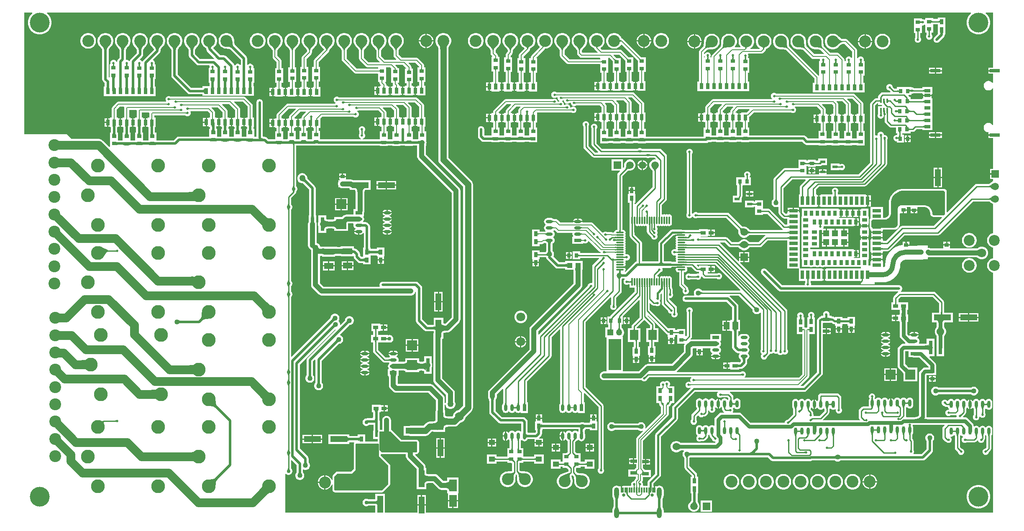
<source format=gtl>
G04*
G04 #@! TF.GenerationSoftware,Altium Limited,Altium Designer,23.10.1 (27)*
G04*
G04 Layer_Physical_Order=1*
G04 Layer_Color=255*
%FSLAX25Y25*%
%MOIN*%
G70*
G04*
G04 #@! TF.SameCoordinates,EE2D7E3A-8854-4FD1-8856-1E75453D7B45*
G04*
G04*
G04 #@! TF.FilePolarity,Positive*
G04*
G01*
G75*
%ADD13C,0.01000*%
%ADD18C,0.00800*%
%ADD21R,0.04724X0.04331*%
%ADD22R,0.03000X0.04000*%
%ADD23O,0.01181X0.06299*%
%ADD24R,0.01181X0.06299*%
%ADD25O,0.06299X0.01181*%
%ADD26O,0.05500X0.02500*%
%ADD27R,0.05500X0.02500*%
%ADD28R,0.02756X0.03347*%
%ADD29R,0.04331X0.03937*%
%ADD30R,0.03347X0.02756*%
%ADD31R,0.04000X0.03000*%
%ADD32R,0.05315X0.02559*%
%ADD33R,0.07874X0.07874*%
%ADD34O,0.02362X0.05709*%
%ADD35R,0.06693X0.07874*%
%ADD36R,0.10000X0.25000*%
%ADD37O,0.02500X0.05500*%
%ADD38R,0.02500X0.05500*%
%ADD39R,0.02362X0.03740*%
%ADD40R,0.02323X0.01772*%
%ADD41R,0.03150X0.11024*%
%ADD42R,0.04724X0.13780*%
%ADD43R,0.07284X0.05118*%
%ADD44R,0.13780X0.04724*%
%ADD45R,0.03937X0.02362*%
%ADD46R,0.02756X0.07087*%
%ADD47R,0.07087X0.02756*%
%ADD48R,0.02756X0.03937*%
%ADD49R,0.03937X0.02756*%
%ADD50R,0.05118X0.05118*%
%ADD51R,0.04842X0.02559*%
%ADD52R,0.08268X0.02756*%
%ADD53R,0.03150X0.04724*%
%ADD54R,0.06102X0.09646*%
%ADD55R,0.07284X0.04724*%
%ADD56R,0.07874X0.07874*%
%ADD57R,0.04921X0.05906*%
%ADD58R,0.01181X0.03937*%
%ADD59R,0.01575X0.03347*%
%ADD112C,0.04000*%
%ADD113C,0.02000*%
%ADD114C,0.01500*%
%ADD115C,0.03000*%
%ADD116C,0.05000*%
%ADD117C,0.07000*%
%ADD118C,0.09449*%
%ADD119C,0.05000*%
%ADD120R,0.05000X0.05000*%
%ADD121C,0.11000*%
%ADD122C,0.15748*%
%ADD123C,0.05906*%
%ADD124R,0.05906X0.05906*%
%ADD125C,0.07087*%
%ADD126R,0.05906X0.05906*%
%ADD127C,0.08661*%
%ADD128C,0.07087*%
%ADD129O,0.03937X0.08268*%
%ADD130C,0.02638*%
%ADD131C,0.02000*%
%ADD132C,0.04000*%
%ADD133C,0.06000*%
%ADD134C,0.07000*%
%ADD135C,0.03000*%
G36*
X779470Y361520D02*
X775610D01*
Y356764D01*
X779470D01*
Y349634D01*
X778970Y349465D01*
X778513Y350060D01*
X777725Y350665D01*
X776807Y351045D01*
X775823Y351174D01*
X774838Y351045D01*
X773921Y350665D01*
X773133Y350060D01*
X772528Y349272D01*
X772148Y348355D01*
X772019Y347370D01*
X772148Y346386D01*
X772528Y345468D01*
X773133Y344680D01*
X773921Y344076D01*
X774838Y343695D01*
X775823Y343566D01*
X776807Y343695D01*
X777725Y344076D01*
X778513Y344680D01*
X778970Y345276D01*
X779470Y345106D01*
Y316170D01*
X778970Y316000D01*
X778513Y316596D01*
X777725Y317200D01*
X776807Y317580D01*
X775823Y317710D01*
X774838Y317580D01*
X773921Y317200D01*
X773133Y316596D01*
X772528Y315808D01*
X772148Y314890D01*
X772019Y313906D01*
X772148Y312921D01*
X772528Y312003D01*
X773133Y311216D01*
X773921Y310611D01*
X774838Y310231D01*
X775610Y310129D01*
Y305622D01*
X779470D01*
Y280953D01*
X777047D01*
Y273047D01*
X779470D01*
Y271200D01*
X779281Y271149D01*
X778266Y270563D01*
X777939Y270236D01*
X777818Y270156D01*
X777549Y269891D01*
X777052Y269458D01*
X776863Y269317D01*
X776686Y269200D01*
X776538Y269117D01*
X776424Y269066D01*
X776349Y269040D01*
X776343Y269039D01*
X766500D01*
X765720Y268884D01*
X765058Y268442D01*
X765058Y268442D01*
X742991Y246375D01*
X742529Y246567D01*
Y262699D01*
X742413Y263284D01*
X742261Y263652D01*
X741929Y264148D01*
X741648Y264429D01*
X741463Y264553D01*
X741152Y264761D01*
X740784Y264913D01*
X740199Y265029D01*
X707015D01*
X706867Y265000D01*
X706717D01*
X704785Y264616D01*
X704646Y264558D01*
X704498Y264529D01*
X702678Y263775D01*
X702553Y263691D01*
X702414Y263633D01*
X700776Y262539D01*
X700669Y262433D01*
X700544Y262349D01*
X699151Y260956D01*
X699067Y260831D01*
X698961Y260724D01*
X697866Y259086D01*
X697809Y258947D01*
X697725Y258822D01*
X696971Y257002D01*
X696942Y256854D01*
X696884Y256715D01*
X696500Y254783D01*
Y254633D01*
X696471Y254485D01*
Y253500D01*
Y245538D01*
X696454Y245198D01*
X696314Y244495D01*
X696054Y243867D01*
X695677Y243303D01*
X695197Y242823D01*
X694633Y242446D01*
X694005Y242186D01*
X693302Y242046D01*
X692962Y242029D01*
X691886D01*
Y244776D01*
Y250532D01*
X682051D01*
X681937Y250985D01*
X681937Y250985D01*
X681937D01*
X681937Y250985D01*
Y255028D01*
X680059D01*
Y250985D01*
X681686D01*
X681800Y250532D01*
X681800Y250532D01*
X681800D01*
X681800Y250532D01*
Y244776D01*
Y241377D01*
X681571Y241148D01*
X681239Y240652D01*
X681087Y240284D01*
X680971Y239699D01*
Y234801D01*
X681087Y234216D01*
X681239Y233848D01*
X681571Y233352D01*
X681800Y233123D01*
Y231783D01*
X682300D01*
Y230831D01*
X691386D01*
Y231783D01*
X691886D01*
Y232471D01*
X700796D01*
X700943Y232500D01*
X701094D01*
X701673Y232615D01*
X701813Y232673D01*
X701960Y232702D01*
X702506Y232928D01*
X702632Y233012D01*
X702771Y233070D01*
X703262Y233398D01*
X703369Y233505D01*
X703494Y233588D01*
X703912Y234006D01*
X703995Y234131D01*
X704102Y234238D01*
X704430Y234729D01*
X704488Y234868D01*
X704571Y234994D01*
X704798Y235540D01*
X704827Y235687D01*
X704885Y235826D01*
X705000Y236406D01*
Y236557D01*
X705029Y236704D01*
Y245340D01*
X705327Y245717D01*
X707500D01*
Y248095D01*
X708000D01*
Y248595D01*
X710673D01*
Y250471D01*
X713365D01*
X713827Y250378D01*
X713827Y249971D01*
Y248500D01*
X716500D01*
X719173D01*
X719173Y250378D01*
X719635Y250471D01*
X724462D01*
X724949Y250447D01*
X725941Y250250D01*
X726840Y249877D01*
X727649Y249337D01*
X728337Y248649D01*
X728877Y247840D01*
X729249Y246941D01*
X729447Y245949D01*
X729471Y245462D01*
Y245202D01*
X729587Y244616D01*
X729815Y244065D01*
X730147Y243569D01*
X730569Y243147D01*
X731065Y242815D01*
X731616Y242587D01*
X732202Y242471D01*
X738434D01*
X738625Y242009D01*
X732155Y235539D01*
X707000D01*
X706220Y235384D01*
X705558Y234942D01*
X694324Y223708D01*
X691886D01*
Y224547D01*
X691386D01*
Y225500D01*
X682300D01*
Y224547D01*
X681800D01*
Y218791D01*
Y214461D01*
X682300D01*
Y213508D01*
X691386D01*
Y214461D01*
X691886D01*
Y215300D01*
X695339D01*
X696119Y215455D01*
X696781Y215897D01*
X708845Y227961D01*
X735500D01*
X736280Y228116D01*
X736942Y228558D01*
X763345Y254961D01*
X776343D01*
X776349Y254960D01*
X776424Y254934D01*
X776538Y254883D01*
X776686Y254800D01*
X776864Y254683D01*
X777052Y254542D01*
X777549Y254109D01*
X777818Y253844D01*
X777939Y253764D01*
X778266Y253437D01*
X779281Y252851D01*
X779470Y252800D01*
Y229740D01*
X778799Y229607D01*
X777738Y229167D01*
X776783Y228529D01*
X775971Y227717D01*
X775333Y226762D01*
X774893Y225701D01*
X774669Y224574D01*
Y223426D01*
X774893Y222299D01*
X775333Y221238D01*
X775971Y220283D01*
X776783Y219471D01*
X777738Y218833D01*
X778799Y218393D01*
X779470Y218260D01*
Y209740D01*
X778799Y209607D01*
X777738Y209167D01*
X776783Y208529D01*
X775971Y207717D01*
X775333Y206762D01*
X774893Y205701D01*
X774669Y204574D01*
Y203426D01*
X774893Y202299D01*
X775333Y201238D01*
X775971Y200283D01*
X776783Y199471D01*
X777738Y198833D01*
X778799Y198393D01*
X779470Y198260D01*
X779470Y7030D01*
X517006D01*
Y8627D01*
X516887Y9533D01*
X516647Y10112D01*
X516630Y10199D01*
X516580Y10273D01*
X516538Y10376D01*
X516498Y10428D01*
X516472Y10488D01*
X516376Y10626D01*
X516321Y10722D01*
X516266Y10839D01*
X516214Y10978D01*
X516165Y11142D01*
X516122Y11330D01*
X516090Y11524D01*
X516057Y11901D01*
Y17375D01*
X516062Y17499D01*
X516087Y17719D01*
X516122Y17932D01*
X516165Y18120D01*
X516214Y18283D01*
X516266Y18423D01*
X516321Y18540D01*
X516376Y18636D01*
X516472Y18774D01*
X516498Y18834D01*
X516538Y18886D01*
X516580Y18989D01*
X516630Y19063D01*
X516647Y19150D01*
X516887Y19729D01*
X517006Y20635D01*
Y24966D01*
X516887Y25871D01*
X516538Y26715D01*
X515982Y27439D01*
X515257Y27995D01*
X514413Y28345D01*
X513508Y28464D01*
X512602Y28345D01*
X511759Y27995D01*
X511471Y27774D01*
X511279Y27869D01*
Y27869D01*
X510189D01*
Y26017D01*
X510128Y25871D01*
X510009Y24966D01*
Y24900D01*
X509689D01*
Y24400D01*
X509575Y24399D01*
X509237Y24374D01*
X509183Y24363D01*
X509141Y24350D01*
X509122Y24340D01*
Y24297D01*
X509116Y24317D01*
X509104Y24328D01*
X509093Y24317D01*
X509086Y24297D01*
Y24340D01*
X509067Y24350D01*
X509024Y24363D01*
X508969Y24374D01*
X508901Y24384D01*
X508729Y24396D01*
X508508Y24400D01*
Y25400D01*
X508625Y25401D01*
X508969Y25426D01*
X509024Y25437D01*
X509067Y25450D01*
X509086Y25460D01*
Y25503D01*
X509093Y25483D01*
X509104Y25472D01*
X509116Y25483D01*
X509122Y25503D01*
Y25460D01*
X509141Y25450D01*
X509183Y25437D01*
X509189Y25436D01*
Y27869D01*
X508833D01*
Y30089D01*
X514122Y35378D01*
X514619Y36122D01*
X514794Y37000D01*
Y67550D01*
X527622Y80378D01*
X528119Y81122D01*
X528294Y82000D01*
Y89550D01*
X541917Y103173D01*
X559930D01*
X560137Y102673D01*
X559881Y102416D01*
X559500Y101497D01*
Y100503D01*
X559881Y99584D01*
X560584Y98881D01*
X561503Y98500D01*
X562497D01*
X563416Y98881D01*
X563496Y98961D01*
X567655D01*
X568461Y98155D01*
Y97281D01*
X568161Y96993D01*
X567622Y97041D01*
X567412Y97314D01*
X566852Y97743D01*
X566200Y98014D01*
X565500Y98106D01*
X564800Y98014D01*
X564148Y97743D01*
X563588Y97314D01*
X563158Y96754D01*
X563012Y96400D01*
X562938Y96376D01*
X562465Y96387D01*
X562073Y96974D01*
X561351Y97456D01*
X561000Y97526D01*
Y93728D01*
Y89931D01*
X561351Y90001D01*
X562073Y90483D01*
X562465Y91070D01*
X562938Y91080D01*
X563012Y91057D01*
X563158Y90703D01*
X563265Y90563D01*
X563275Y90543D01*
X563296Y90523D01*
X563457Y90314D01*
X563461Y90265D01*
Y89500D01*
X563616Y88720D01*
X564058Y88058D01*
X565058Y87058D01*
X565117Y87019D01*
X564965Y86519D01*
X562993D01*
X562210Y86416D01*
X561480Y86114D01*
X560853Y85633D01*
X560853Y85633D01*
X558360Y83140D01*
X557879Y82513D01*
X557577Y81783D01*
X557474Y81000D01*
Y76440D01*
X556974Y76193D01*
X556852Y76287D01*
X556200Y76557D01*
X555500Y76649D01*
X554800Y76557D01*
X554148Y76287D01*
X553588Y75857D01*
X553304Y75488D01*
X553222Y75454D01*
X552778D01*
X552696Y75488D01*
X552412Y75857D01*
X551852Y76287D01*
X551200Y76557D01*
X550500Y76649D01*
X549800Y76557D01*
X549148Y76287D01*
X548588Y75857D01*
X548304Y75488D01*
X548222Y75454D01*
X547778D01*
X547696Y75488D01*
X547412Y75857D01*
X546852Y76287D01*
X546200Y76557D01*
X545500Y76649D01*
X544800Y76557D01*
X544148Y76287D01*
X543588Y75857D01*
X543158Y75297D01*
X542888Y74645D01*
X542796Y73945D01*
Y70598D01*
X542888Y69898D01*
X543158Y69246D01*
X543588Y68686D01*
X543818Y68509D01*
X543833Y67868D01*
X543381Y67416D01*
X543000Y66497D01*
Y65503D01*
X543381Y64584D01*
X544084Y63881D01*
X545003Y63500D01*
X545997D01*
X546916Y63881D01*
X546996Y63961D01*
X548500D01*
X549280Y64116D01*
X549942Y64558D01*
X551942Y66558D01*
X552384Y67220D01*
X552539Y68000D01*
Y68719D01*
X552839Y69007D01*
X553028Y69011D01*
X553378Y68959D01*
X553457Y68856D01*
X553461Y68812D01*
Y68500D01*
X553616Y67720D01*
X554058Y67058D01*
X555500Y65616D01*
Y65503D01*
X555881Y64584D01*
X556584Y63881D01*
X557503Y63500D01*
X558014D01*
X558221Y63000D01*
X557747Y62526D01*
X531467D01*
X531457Y62528D01*
X530885Y62550D01*
X530699Y62570D01*
X530530Y62598D01*
X530396Y62628D01*
X530297Y62659D01*
X530235Y62684D01*
X530211Y62697D01*
X530158Y62744D01*
X530067Y62797D01*
X529763Y63101D01*
X528737Y63693D01*
X527592Y64000D01*
X526408D01*
X525263Y63693D01*
X524237Y63101D01*
X523399Y62263D01*
X522807Y61237D01*
X522500Y60092D01*
Y58908D01*
X522807Y57763D01*
X523399Y56737D01*
X524237Y55899D01*
X525263Y55307D01*
X526408Y55000D01*
X527592D01*
X528737Y55307D01*
X529763Y55899D01*
X530067Y56203D01*
X530158Y56256D01*
X530211Y56303D01*
X530235Y56316D01*
X530298Y56341D01*
X530396Y56372D01*
X530530Y56402D01*
X530681Y56427D01*
X531153Y56466D01*
X531426Y56471D01*
X531441Y56474D01*
X532817D01*
X533024Y55974D01*
X532699Y55649D01*
X532238Y54851D01*
X532000Y53961D01*
Y53039D01*
X532238Y52149D01*
X532699Y51351D01*
X532928Y51123D01*
X533004Y51006D01*
X533147Y50858D01*
X533244Y50747D01*
X533321Y50648D01*
X533379Y50562D01*
X533420Y50491D01*
X533446Y50437D01*
X533461Y50398D01*
X533461Y50397D01*
Y43000D01*
X533616Y42220D01*
X534058Y41558D01*
X539461Y36155D01*
Y35598D01*
X538500D01*
Y28598D01*
Y24001D01*
X538483Y23914D01*
X538500Y23826D01*
Y22402D01*
X538951D01*
Y16442D01*
X538946Y16404D01*
X538921Y16293D01*
X538888Y16197D01*
X538848Y16110D01*
X538800Y16028D01*
X538739Y15947D01*
X538663Y15864D01*
X538567Y15777D01*
X538398Y15648D01*
X538381Y15630D01*
X538266Y15563D01*
X537437Y14734D01*
X536851Y13719D01*
X536547Y12586D01*
Y11414D01*
X536851Y10281D01*
X537437Y9266D01*
X538266Y8437D01*
X539281Y7851D01*
X540414Y7547D01*
X541586D01*
X542719Y7851D01*
X543734Y8437D01*
X544563Y9266D01*
X545149Y10281D01*
X545453Y11414D01*
Y12586D01*
X545149Y13719D01*
X544689Y14516D01*
X544657Y14591D01*
X544584Y14698D01*
X544563Y14734D01*
X544551Y14746D01*
X544511Y14805D01*
X544403Y14983D01*
X544311Y15157D01*
X544234Y15327D01*
X544170Y15494D01*
X544119Y15658D01*
X544080Y15822D01*
X544052Y15985D01*
X544049Y16018D01*
Y22402D01*
X544500D01*
Y23826D01*
X544517Y23914D01*
X544500Y24001D01*
Y28598D01*
Y35598D01*
X543539D01*
Y37000D01*
X543384Y37780D01*
X542942Y38442D01*
X537539Y43845D01*
Y50397D01*
X537539Y50398D01*
X537554Y50437D01*
X537580Y50491D01*
X537621Y50562D01*
X537666Y50629D01*
X537868Y50874D01*
X537920Y50927D01*
X537951Y50934D01*
X538016Y50945D01*
X538091Y50951D01*
X599944D01*
X602198Y48698D01*
X603024Y48145D01*
X604000Y47951D01*
X633828D01*
X634804Y48145D01*
X635262Y48451D01*
X653116D01*
X653181Y48446D01*
X653255Y48435D01*
X653320Y48421D01*
X653354Y48412D01*
X653366Y48404D01*
X653461Y48309D01*
X654259Y47849D01*
X655150Y47610D01*
X656071D01*
X656961Y47849D01*
X657759Y48309D01*
X657854Y48404D01*
X657867Y48412D01*
X657900Y48421D01*
X657965Y48435D01*
X658040Y48446D01*
X658105Y48451D01*
X723500D01*
X724475Y48645D01*
X725302Y49198D01*
X730802Y54698D01*
X731355Y55524D01*
X731549Y56500D01*
Y63935D01*
X731552Y63966D01*
X731566Y64049D01*
X731578Y64104D01*
X731582Y64117D01*
X731589Y64126D01*
X731598Y64148D01*
X731801Y64351D01*
X732262Y65149D01*
X732500Y66039D01*
Y66961D01*
X732262Y67851D01*
X731801Y68649D01*
X731149Y69301D01*
X730351Y69762D01*
X729461Y70000D01*
X728539D01*
X727649Y69762D01*
X726851Y69301D01*
X726199Y68649D01*
X725738Y67851D01*
X725500Y66961D01*
Y66039D01*
X725738Y65149D01*
X726199Y64351D01*
X726402Y64148D01*
X726411Y64126D01*
X726418Y64117D01*
X726422Y64104D01*
X726434Y64049D01*
X726445Y63984D01*
X726451Y63909D01*
Y57556D01*
X722444Y53549D01*
X716238D01*
X716046Y54011D01*
X716119Y54084D01*
X716500Y55003D01*
Y55997D01*
X716119Y56916D01*
X716039Y56996D01*
Y64000D01*
X715884Y64780D01*
X715442Y65442D01*
X715111Y65773D01*
Y69352D01*
X715111Y69352D01*
X715275Y69566D01*
X715297Y69586D01*
X715306Y69607D01*
X715413Y69746D01*
X715684Y70398D01*
X715776Y71098D01*
Y74445D01*
X715684Y75145D01*
X715413Y75797D01*
X715345Y75886D01*
X715571Y76431D01*
Y76974D01*
X720506D01*
X720522Y76971D01*
X720534Y76974D01*
X740718D01*
X740910Y76512D01*
X739558Y75160D01*
X739116Y74499D01*
X738961Y73719D01*
Y67000D01*
X739116Y66220D01*
X739558Y65558D01*
X741558Y63558D01*
X742220Y63116D01*
X742380Y63084D01*
X742584Y62881D01*
X743503Y62500D01*
X744497D01*
X745416Y62881D01*
X746119Y63584D01*
X746500Y64503D01*
Y65497D01*
X746119Y66416D01*
X745592Y66944D01*
X745825Y67417D01*
X746000Y67394D01*
X746700Y67486D01*
X747352Y67756D01*
X747912Y68186D01*
X748134Y68476D01*
X748664Y68518D01*
X748961Y68219D01*
Y58500D01*
X749116Y57720D01*
X749558Y57058D01*
X751500Y55116D01*
Y55003D01*
X751881Y54084D01*
X752584Y53381D01*
X753503Y53000D01*
X754497D01*
X755416Y53381D01*
X756119Y54084D01*
X756500Y55003D01*
Y55997D01*
X756119Y56916D01*
X755416Y57619D01*
X754497Y58000D01*
X754384D01*
X753039Y59345D01*
Y68219D01*
X753339Y68507D01*
X753878Y68459D01*
X754088Y68186D01*
X754648Y67756D01*
X755281Y67494D01*
X755320Y67407D01*
X755429Y66965D01*
X754881Y66416D01*
X754500Y65497D01*
Y64503D01*
X754881Y63584D01*
X755584Y62881D01*
X756503Y62500D01*
X757497D01*
X758416Y62881D01*
X758496Y62961D01*
X764500D01*
X765280Y63116D01*
X765942Y63558D01*
X767000Y64616D01*
X767252Y64559D01*
X767527Y64437D01*
X767881Y63584D01*
X768584Y62881D01*
X769503Y62500D01*
X770497D01*
X771416Y62881D01*
X772119Y63584D01*
X772500Y64503D01*
Y64645D01*
X772884Y65220D01*
X773039Y66000D01*
Y68352D01*
X773039Y68352D01*
X773137Y68480D01*
X773670Y68520D01*
X773961Y68222D01*
Y58845D01*
X773116Y58000D01*
X773003D01*
X772084Y57619D01*
X771381Y56916D01*
X771000Y55997D01*
Y55003D01*
X771381Y54084D01*
X772084Y53381D01*
X773003Y53000D01*
X773997D01*
X774916Y53381D01*
X775619Y54084D01*
X776000Y55003D01*
Y55116D01*
X777442Y56558D01*
X777884Y57220D01*
X778039Y58000D01*
Y68352D01*
X778039Y68352D01*
X778204Y68566D01*
X778225Y68586D01*
X778235Y68607D01*
X778342Y68746D01*
X778612Y69398D01*
X778704Y70098D01*
Y73445D01*
X778612Y74145D01*
X778342Y74797D01*
X777912Y75357D01*
X777352Y75787D01*
X776700Y76057D01*
X776000Y76149D01*
X775300Y76057D01*
X774648Y75787D01*
X774088Y75357D01*
X773804Y74988D01*
X773722Y74954D01*
X773278D01*
X773196Y74988D01*
X772912Y75357D01*
X772352Y75787D01*
X771700Y76057D01*
X771000Y76149D01*
X770300Y76057D01*
X769648Y75787D01*
X769088Y75357D01*
X768804Y74988D01*
X768722Y74954D01*
X768278D01*
X768196Y74988D01*
X767912Y75357D01*
X767352Y75787D01*
X766700Y76057D01*
X766000Y76149D01*
X765300Y76057D01*
X764648Y75787D01*
X764526Y75693D01*
X764026Y75940D01*
Y76000D01*
X763923Y76783D01*
X763621Y77513D01*
X763140Y78140D01*
X763140Y78140D01*
X759140Y82140D01*
X758513Y82621D01*
X757783Y82923D01*
X757000Y83026D01*
X755753D01*
X755475Y83442D01*
X755500Y83503D01*
Y83616D01*
X757442Y85558D01*
X757884Y86220D01*
X758039Y87000D01*
Y89808D01*
X758039Y89808D01*
X758204Y90023D01*
X758225Y90043D01*
X758235Y90063D01*
X758342Y90203D01*
X758488Y90557D01*
X758562Y90580D01*
X759035Y90570D01*
X759427Y89983D01*
X760149Y89501D01*
X760500Y89431D01*
Y93228D01*
Y97026D01*
X760149Y96956D01*
X759427Y96474D01*
X759035Y95887D01*
X758562Y95876D01*
X758488Y95900D01*
X758342Y96254D01*
X757912Y96814D01*
X757352Y97243D01*
X756700Y97514D01*
X756000Y97606D01*
X755300Y97514D01*
X754648Y97243D01*
X754088Y96814D01*
X753804Y96444D01*
X753722Y96410D01*
X753278D01*
X753196Y96444D01*
X752912Y96814D01*
X752352Y97243D01*
X751700Y97514D01*
X751000Y97606D01*
X750300Y97514D01*
X749648Y97243D01*
X749088Y96814D01*
X748804Y96444D01*
X748722Y96410D01*
X748278D01*
X748196Y96444D01*
X747912Y96814D01*
X747352Y97243D01*
X746700Y97514D01*
X746000Y97606D01*
X745300Y97514D01*
X744648Y97243D01*
X744088Y96814D01*
X743658Y96254D01*
X743589Y96088D01*
X743440Y96033D01*
X743019Y96017D01*
X742416Y96619D01*
X741497Y97000D01*
X740503D01*
X739584Y96619D01*
X738881Y95916D01*
X738500Y94997D01*
Y94003D01*
X738881Y93084D01*
X739584Y92381D01*
X740503Y92000D01*
X740616D01*
X740830Y91786D01*
X740830Y91786D01*
X741491Y91344D01*
X742272Y91189D01*
X743344D01*
X743388Y90855D01*
X743658Y90203D01*
X744088Y89643D01*
X744274Y89500D01*
X744104Y89000D01*
X743503D01*
X742584Y88619D01*
X741881Y87916D01*
X741500Y86997D01*
Y86003D01*
X741881Y85084D01*
X742584Y84381D01*
X743503Y84000D01*
X744497D01*
X745416Y84381D01*
X745496Y84461D01*
X749500D01*
X750028Y84566D01*
X750484Y84219D01*
X750500Y84189D01*
Y83503D01*
X750525Y83442D01*
X750247Y83026D01*
X727123D01*
X727106Y83029D01*
X726589Y83034D01*
X726526Y83038D01*
Y116474D01*
X731000D01*
X731783Y116577D01*
X731891Y116622D01*
X734173D01*
Y120779D01*
X734191Y120866D01*
X734183Y120907D01*
X734188Y120948D01*
X734173Y121231D01*
Y122378D01*
X734112D01*
X734027Y123948D01*
X734026Y123953D01*
Y124500D01*
X733923Y125283D01*
X733621Y126013D01*
X733140Y126640D01*
X728753Y131026D01*
X728944Y131488D01*
X732701D01*
Y145512D01*
X726551D01*
Y141874D01*
X726502Y141854D01*
X726275Y141793D01*
X725955Y141740D01*
X725548Y141704D01*
X725023Y141691D01*
X725010Y141688D01*
X720582D01*
X720335Y142188D01*
X720402Y142275D01*
X720679Y142944D01*
X720774Y143662D01*
X720679Y144380D01*
X720402Y145049D01*
X719961Y145623D01*
X719387Y146064D01*
X719186Y146147D01*
X719131Y146711D01*
X719622Y147040D01*
X720119Y147784D01*
X720195Y148162D01*
X716500D01*
X712756D01*
X712340Y147940D01*
X711124Y149155D01*
Y157469D01*
X711128Y157484D01*
X711146Y158525D01*
X711179Y159000D01*
X711598D01*
Y160346D01*
X711611Y160390D01*
X711604Y160451D01*
X711616Y160512D01*
X711598Y160599D01*
Y163401D01*
X711616Y163488D01*
X711604Y163549D01*
X711611Y163610D01*
X711598Y163654D01*
Y165000D01*
X711200D01*
X711132Y165978D01*
X711128Y166501D01*
X711124Y166518D01*
Y166969D01*
X711128Y166984D01*
X711146Y168025D01*
X711179Y168500D01*
X711598D01*
Y169846D01*
X711611Y169890D01*
X711604Y169951D01*
X711616Y170012D01*
X711598Y170099D01*
Y174500D01*
X708295D01*
X708098Y174526D01*
X707902Y174500D01*
X703941D01*
Y177057D01*
X705845Y178961D01*
X731155D01*
X736323Y173793D01*
Y166483D01*
X736320Y166363D01*
X730599D01*
Y158638D01*
X734284D01*
X734308Y158580D01*
X734369Y158355D01*
X734422Y158037D01*
X734457Y157633D01*
X734471Y157110D01*
X734474Y157097D01*
Y155782D01*
X734472Y155772D01*
X734450Y155201D01*
X734430Y155015D01*
X734402Y154846D01*
X734372Y154711D01*
X734341Y154613D01*
X734316Y154551D01*
X734303Y154526D01*
X734256Y154473D01*
X734203Y154383D01*
X733899Y154078D01*
X733307Y153052D01*
X733000Y151908D01*
Y150723D01*
X733307Y149578D01*
X733899Y148552D01*
X734203Y148248D01*
X734256Y148158D01*
X734303Y148105D01*
X734316Y148080D01*
X734341Y148018D01*
X734372Y147919D01*
X734402Y147785D01*
X734427Y147634D01*
X734466Y147163D01*
X734470Y146943D01*
X734454Y145512D01*
X734425D01*
Y144087D01*
X734408Y144000D01*
X734410Y143989D01*
X734408Y143978D01*
X734425Y143897D01*
Y131488D01*
X740575D01*
Y143912D01*
X740592Y144000D01*
X740589Y144016D01*
X740592Y144032D01*
X740575Y144847D01*
Y145512D01*
X740561D01*
X740531Y146933D01*
X740550Y147430D01*
X740570Y147616D01*
X740598Y147785D01*
X740628Y147919D01*
X740659Y148018D01*
X740684Y148080D01*
X740697Y148105D01*
X740744Y148158D01*
X740797Y148248D01*
X741101Y148552D01*
X741693Y149578D01*
X742000Y150723D01*
Y151908D01*
X741693Y153052D01*
X741101Y154078D01*
X740797Y154383D01*
X740744Y154473D01*
X740697Y154526D01*
X740684Y154551D01*
X740659Y154613D01*
X740628Y154711D01*
X740598Y154846D01*
X740573Y154996D01*
X740534Y155468D01*
X740529Y155742D01*
X740526Y155757D01*
Y157097D01*
X740529Y157110D01*
X740543Y157633D01*
X740578Y158037D01*
X740631Y158355D01*
X740692Y158580D01*
X740716Y158638D01*
X747378D01*
Y166363D01*
X740403D01*
X740401Y166386D01*
Y174638D01*
X740246Y175418D01*
X739804Y176080D01*
X733442Y182442D01*
X732780Y182884D01*
X732000Y183039D01*
X706073D01*
X705948Y183419D01*
X705940Y183539D01*
X706094Y183693D01*
X706302Y183832D01*
X706442Y184041D01*
X706619Y184219D01*
X706715Y184451D01*
X706855Y184659D01*
X706904Y184906D01*
X707000Y185137D01*
Y185389D01*
X707049Y185635D01*
X707000Y185881D01*
Y186132D01*
X706904Y186364D01*
X706855Y186610D01*
X706715Y186819D01*
X706619Y187051D01*
X706442Y187229D01*
X706302Y187437D01*
X706094Y187577D01*
X705916Y187754D01*
X705684Y187850D01*
X705476Y187990D01*
X705229Y188039D01*
X704997Y188135D01*
X704746D01*
X704500Y188184D01*
X634581D01*
X634421Y188424D01*
Y189418D01*
X634040Y190337D01*
X633960Y190417D01*
Y191429D01*
X643461D01*
Y191929D01*
X644414D01*
Y196472D01*
Y201015D01*
X643461D01*
Y201515D01*
X625350D01*
Y205799D01*
Y210130D01*
Y214461D01*
Y218791D01*
Y223122D01*
Y227453D01*
Y231783D01*
Y236114D01*
Y240445D01*
Y246201D01*
X624850D01*
Y247154D01*
X615764D01*
Y246201D01*
X615264D01*
Y245362D01*
X614022D01*
X612539Y246845D01*
Y265655D01*
X619345Y272461D01*
X629924D01*
X630115Y271999D01*
X626149Y268033D01*
X625707Y267371D01*
X625552Y266591D01*
Y260571D01*
X624713D01*
Y250485D01*
X624713Y250485D01*
X624713D01*
X624713Y250485D01*
X624599Y250032D01*
X620807D01*
Y248154D01*
X624850D01*
Y250032D01*
X624850Y250032D01*
X624850D01*
X624850Y250032D01*
X624964Y250485D01*
X639130D01*
Y250985D01*
X640083D01*
Y255528D01*
Y260071D01*
X639130D01*
Y260571D01*
X638291D01*
Y264407D01*
X640845Y266961D01*
X677000D01*
X677780Y267116D01*
X678442Y267558D01*
X694442Y283558D01*
X694884Y284220D01*
X695039Y285000D01*
Y304004D01*
X695119Y304084D01*
X695500Y305003D01*
Y305997D01*
X695119Y306916D01*
X694416Y307619D01*
X693497Y308000D01*
X692503D01*
X692500Y308002D01*
Y308497D01*
X692119Y309416D01*
X691416Y310119D01*
X690497Y310500D01*
X689503D01*
X688584Y310119D01*
X687881Y309416D01*
X687500Y308497D01*
Y307833D01*
X687002Y307498D01*
X686997Y307500D01*
X686003D01*
X685955Y307480D01*
X685539Y307758D01*
Y331655D01*
X686986Y333103D01*
X687653D01*
Y331968D01*
X690857D01*
X691149Y331532D01*
X690905Y331031D01*
X687653D01*
Y326285D01*
X687636Y326197D01*
X687653Y326110D01*
Y324685D01*
X687653D01*
X687683Y324641D01*
X687441Y324056D01*
Y323062D01*
X687821Y322143D01*
X688525Y321440D01*
X689444Y321059D01*
X690438D01*
X691357Y321440D01*
X692060Y322143D01*
X692441Y323062D01*
Y324056D01*
X692199Y324641D01*
X692228Y324685D01*
X692228D01*
Y325185D01*
X692772D01*
Y324685D01*
X693020D01*
Y318941D01*
X693175Y318161D01*
X693617Y317499D01*
X696558Y314558D01*
X697220Y314116D01*
X698000Y313961D01*
X702122D01*
Y309327D01*
X702961D01*
Y308173D01*
X702622D01*
Y308000D01*
X702003D01*
X701084Y307619D01*
X700381Y306916D01*
X700000Y305997D01*
Y305003D01*
X700381Y304084D01*
X701084Y303381D01*
X702003Y303000D01*
X702622D01*
Y301827D01*
X708378D01*
Y308173D01*
X707039D01*
Y309327D01*
X707878D01*
X707878Y309327D01*
X708028D01*
Y309327D01*
X708378Y309327D01*
X713784D01*
Y310461D01*
X715500D01*
X716280Y310616D01*
X716942Y311058D01*
X718420Y312536D01*
X723220D01*
Y311795D01*
X731063D01*
Y316795D01*
Y321795D01*
Y326795D01*
Y331795D01*
Y337354D01*
X730563D01*
Y339075D01*
X727142D01*
X723721D01*
Y337354D01*
X723220D01*
Y336614D01*
X713878D01*
Y338173D01*
X712835D01*
X712796Y338368D01*
X712355Y339029D01*
X712354Y339029D01*
X712019Y339365D01*
X712210Y339827D01*
X714378D01*
Y340815D01*
X715274D01*
X716193Y341196D01*
X716273Y341276D01*
X723220D01*
Y340535D01*
X723721D01*
Y340075D01*
X727142D01*
X730563D01*
Y340535D01*
X731063D01*
Y346094D01*
X723220D01*
Y345354D01*
X716273D01*
X716193Y345434D01*
X715274Y345815D01*
X714378D01*
Y346173D01*
X708622D01*
X708622Y346173D01*
X708472D01*
Y346173D01*
X708122Y346173D01*
X702716D01*
Y345039D01*
X700845D01*
X699500Y346384D01*
Y346497D01*
X699119Y347416D01*
X698416Y348119D01*
X697497Y348500D01*
X696503D01*
X695584Y348119D01*
X694881Y347416D01*
X694500Y346497D01*
Y345503D01*
X694881Y344584D01*
X695584Y343881D01*
X696503Y343500D01*
X696616D01*
X697615Y342501D01*
X697424Y342039D01*
X691500D01*
X690720Y341884D01*
X690058Y341442D01*
X688499Y339883D01*
X688057Y339221D01*
X687902Y338441D01*
Y338315D01*
X687653D01*
Y337181D01*
X686142D01*
X685361Y337026D01*
X684700Y336584D01*
X682058Y333942D01*
X681616Y333280D01*
X681461Y332500D01*
Y285845D01*
X672155Y276539D01*
X646626D01*
Y278063D01*
X643657D01*
X640689D01*
Y276539D01*
X631139D01*
X630673Y276622D01*
Y282028D01*
X630673Y282378D01*
X630673Y282866D01*
X630701Y283366D01*
X631827D01*
Y282528D01*
X638173D01*
Y283366D01*
X641839D01*
X642619Y283522D01*
X642970Y283756D01*
X647126D01*
Y289118D01*
X640189D01*
Y287445D01*
X638173D01*
Y288283D01*
X631827D01*
Y287445D01*
X630673D01*
Y288283D01*
X624327D01*
Y282878D01*
X624327Y282528D01*
X624327Y282039D01*
X624299Y281539D01*
X613500D01*
X612720Y281384D01*
X612058Y280942D01*
X612058Y280942D01*
X605058Y273942D01*
X604616Y273280D01*
X604461Y272500D01*
Y257103D01*
X604460Y257102D01*
X604446Y257063D01*
X604420Y257009D01*
X604379Y256938D01*
X604334Y256871D01*
X604132Y256626D01*
X604003Y256494D01*
X603928Y256377D01*
X603699Y256149D01*
X603238Y255351D01*
X603000Y254461D01*
Y253539D01*
X603238Y252649D01*
X603699Y251851D01*
X604351Y251199D01*
X605149Y250739D01*
X606039Y250500D01*
X606961D01*
X607851Y250739D01*
X608028Y250841D01*
X608461Y250591D01*
Y246000D01*
X608616Y245220D01*
X609058Y244558D01*
X611735Y241881D01*
X612397Y241439D01*
X613177Y241284D01*
X615264D01*
Y236700D01*
X613684D01*
X601847Y248536D01*
X601186Y248978D01*
X600406Y249134D01*
X596527D01*
X596173Y249487D01*
X596173Y249972D01*
X596173Y250472D01*
Y255878D01*
X589827D01*
Y255039D01*
X588811D01*
Y255744D01*
X581874D01*
Y250382D01*
X588811D01*
Y250961D01*
X589473D01*
X589827Y250607D01*
X589827Y250122D01*
X589827Y249622D01*
Y244216D01*
X596173D01*
Y245055D01*
X599561D01*
X611397Y233219D01*
X611919Y232870D01*
X611768Y232370D01*
X585680D01*
X585677Y232371D01*
X585612Y232393D01*
X585512Y232441D01*
X585380Y232519D01*
X585220Y232631D01*
X585052Y232768D01*
X584599Y233203D01*
X584355Y233471D01*
X584241Y233556D01*
X583734Y234063D01*
X582719Y234649D01*
X581586Y234953D01*
X581123D01*
X580982Y234982D01*
X580604Y234985D01*
X579947Y235029D01*
X579713Y235063D01*
X579505Y235106D01*
X579342Y235152D01*
X579225Y235196D01*
X579154Y235231D01*
X579149Y235235D01*
X568942Y245442D01*
X568280Y245884D01*
X567500Y246039D01*
X543996D01*
X543916Y246119D01*
X542997Y246500D01*
X542003D01*
X541084Y246119D01*
X540381Y245416D01*
X540257Y245117D01*
X539788Y245106D01*
X539663Y245311D01*
X539619Y245416D01*
X539566Y245469D01*
X539539Y245514D01*
Y293004D01*
X539619Y293084D01*
X540000Y294003D01*
Y294997D01*
X539619Y295916D01*
X538916Y296619D01*
X537997Y297000D01*
X537003D01*
X536084Y296619D01*
X535381Y295916D01*
X535000Y294997D01*
Y294003D01*
X535381Y293084D01*
X535461Y293004D01*
Y245496D01*
X535381Y245416D01*
X535000Y244497D01*
Y243503D01*
X535381Y242584D01*
X536084Y241881D01*
X537003Y241500D01*
X537997D01*
X538916Y241881D01*
X539619Y242584D01*
X539750Y242899D01*
X540250D01*
X540381Y242584D01*
X541084Y241881D01*
X542003Y241500D01*
X542997D01*
X543916Y241881D01*
X543996Y241961D01*
X566655D01*
X576265Y232351D01*
X576269Y232346D01*
X576304Y232275D01*
X576348Y232158D01*
X576394Y231995D01*
X576437Y231787D01*
X576471Y231553D01*
X576515Y230896D01*
X576518Y230518D01*
X576547Y230377D01*
Y229914D01*
X576851Y228781D01*
X577437Y227766D01*
X578266Y226937D01*
X579281Y226351D01*
X580414Y226047D01*
X581586D01*
X582719Y226351D01*
X583734Y226937D01*
X583921Y227123D01*
X583998Y227169D01*
X584294Y227430D01*
X584835Y227858D01*
X585045Y228002D01*
X585240Y228121D01*
X585404Y228207D01*
X585531Y228262D01*
X585616Y228290D01*
X585625Y228292D01*
X597930D01*
X598082Y227792D01*
X597558Y227442D01*
X597558Y227442D01*
X592655Y222539D01*
X585657D01*
X585651Y222540D01*
X585576Y222566D01*
X585462Y222617D01*
X585314Y222700D01*
X585136Y222817D01*
X584948Y222958D01*
X584451Y223391D01*
X584182Y223656D01*
X584061Y223736D01*
X583734Y224063D01*
X582719Y224649D01*
X581586Y224953D01*
X580414D01*
X579281Y224649D01*
X578266Y224063D01*
X577939Y223736D01*
X577818Y223656D01*
X577549Y223391D01*
X577052Y222958D01*
X576863Y222817D01*
X576686Y222700D01*
X576538Y222617D01*
X576424Y222566D01*
X576349Y222540D01*
X576343Y222539D01*
X571345D01*
X568025Y225859D01*
X567364Y226301D01*
X566583Y226456D01*
X546373D01*
X546313Y226483D01*
X546302Y226500D01*
X546575Y227000D01*
X552000D01*
Y227500D01*
X554098D01*
Y230000D01*
Y232500D01*
X552000D01*
Y233000D01*
X545000D01*
Y232256D01*
X534402D01*
X534246Y232264D01*
X534232Y232265D01*
X534226Y232265D01*
X534199Y232266D01*
X534191Y232265D01*
X533772Y232348D01*
X532030D01*
X531213Y232511D01*
X523716D01*
X522839Y232336D01*
X522094Y231839D01*
X513303Y223047D01*
X512806Y222303D01*
X512631Y221425D01*
Y207196D01*
X512608Y207191D01*
X512489Y207175D01*
X499615D01*
Y221924D01*
X499460Y222705D01*
X499017Y223366D01*
X493882Y228502D01*
Y235768D01*
X494366Y235930D01*
X494964Y235531D01*
X495780Y235368D01*
X496595Y235531D01*
X496764Y235643D01*
X496932Y235531D01*
X497748Y235368D01*
X498564Y235531D01*
X498732Y235643D01*
X498901Y235531D01*
X499717Y235368D01*
X500532Y235531D01*
X500701Y235643D01*
X500869Y235531D01*
X501685Y235368D01*
X502501Y235531D01*
X502669Y235643D01*
X502838Y235531D01*
X503583Y235383D01*
Y230878D01*
X503738Y230098D01*
X504180Y229436D01*
X507000Y226616D01*
Y226503D01*
X507381Y225584D01*
X508084Y224881D01*
X509003Y224500D01*
X509997D01*
X510916Y224881D01*
X511619Y225584D01*
X512000Y226503D01*
Y227497D01*
X511619Y228416D01*
X511536Y228500D01*
X511619Y228584D01*
X512000Y229503D01*
Y230497D01*
X511619Y231416D01*
X511536Y231500D01*
X511619Y231584D01*
X512000Y232503D01*
Y233497D01*
X511619Y234416D01*
X511539Y234496D01*
Y235371D01*
X512343Y235531D01*
X512512Y235643D01*
X512680Y235531D01*
X513496Y235368D01*
X514312Y235531D01*
X514480Y235643D01*
X514649Y235531D01*
X515465Y235368D01*
X516280Y235531D01*
X516449Y235643D01*
X516617Y235531D01*
X517433Y235368D01*
X518249Y235531D01*
X518417Y235643D01*
X518586Y235531D01*
X519402Y235368D01*
X520217Y235531D01*
X520386Y235643D01*
X520554Y235531D01*
X521370Y235368D01*
X522186Y235531D01*
X522877Y235993D01*
X523339Y236684D01*
X523502Y237500D01*
Y242618D01*
X523339Y243434D01*
X522877Y244125D01*
X522186Y244587D01*
X521370Y244750D01*
X520554Y244587D01*
X520386Y244475D01*
X520217Y244587D01*
X519402Y244750D01*
X518586Y244587D01*
X518417Y244475D01*
X518249Y244587D01*
X517433Y244750D01*
X516617Y244587D01*
X516449Y244475D01*
X516280Y244587D01*
X515535Y244736D01*
Y252151D01*
X518942Y255558D01*
X519384Y256220D01*
X519539Y257000D01*
Y291000D01*
X519384Y291780D01*
X518942Y292442D01*
X514942Y296442D01*
X514280Y296884D01*
X513500Y297039D01*
X499496D01*
X499416Y297119D01*
X498497Y297500D01*
X497503D01*
X496584Y297119D01*
X496504Y297039D01*
X467845D01*
X463539Y301345D01*
Y313004D01*
X463619Y313084D01*
X464000Y314003D01*
Y314997D01*
X463619Y315916D01*
X462916Y316619D01*
X461997Y317000D01*
X461003D01*
X460084Y316619D01*
X459381Y315916D01*
X459000Y314997D01*
Y314003D01*
X459381Y313084D01*
X459461Y313004D01*
Y300500D01*
X459616Y299720D01*
X460058Y299058D01*
X464615Y294501D01*
X464424Y294039D01*
X462345D01*
X457039Y299345D01*
Y315004D01*
X457119Y315084D01*
X457500Y316003D01*
Y316997D01*
X457119Y317916D01*
X456416Y318619D01*
X455497Y319000D01*
X454503D01*
X453584Y318619D01*
X452881Y317916D01*
X452500Y316997D01*
Y316003D01*
X452881Y315084D01*
X452961Y315004D01*
Y298500D01*
X453116Y297720D01*
X453558Y297058D01*
X460058Y290558D01*
X460720Y290116D01*
X461500Y289961D01*
X503004D01*
X503084Y289881D01*
X504003Y289500D01*
X504997D01*
X505916Y289881D01*
X505996Y289961D01*
X509655D01*
X510718Y288898D01*
X510456Y288453D01*
X509414D01*
X508281Y288149D01*
X507266Y287563D01*
X506437Y286734D01*
X505851Y285719D01*
X505547Y284586D01*
Y283414D01*
X505851Y282281D01*
X506437Y281266D01*
X506764Y280939D01*
X506844Y280818D01*
X507109Y280549D01*
X507542Y280052D01*
X507683Y279864D01*
X507800Y279686D01*
X507883Y279538D01*
X507934Y279424D01*
X507960Y279349D01*
X507961Y279343D01*
Y266345D01*
X494382Y252765D01*
X494197Y252789D01*
X493882Y252939D01*
Y254000D01*
X494500D01*
Y261000D01*
X494000D01*
Y263098D01*
X491500D01*
X489000D01*
Y261000D01*
X488500D01*
Y254000D01*
X489803D01*
Y243248D01*
X489795Y243092D01*
X489794Y243079D01*
X489794Y243073D01*
X489793Y243046D01*
X489794Y243037D01*
X489711Y242618D01*
Y237500D01*
X489770Y237205D01*
X489803Y236407D01*
Y227658D01*
X489959Y226877D01*
X490401Y226216D01*
X495536Y221080D01*
Y207108D01*
X494896Y206981D01*
X494069Y206428D01*
X486460Y198819D01*
X486391Y198836D01*
X486381Y198847D01*
X486210Y199397D01*
X486528Y199873D01*
X486691Y200689D01*
X486528Y201505D01*
X486120Y202116D01*
X486079Y202126D01*
X485993Y202139D01*
X485899Y202150D01*
X485775Y202154D01*
X484785Y202113D01*
Y203203D01*
X484808Y203194D01*
X484849Y203186D01*
X484909Y203180D01*
X485201Y203165D01*
X485751Y203159D01*
X485799Y203159D01*
X485993Y203175D01*
X486079Y203189D01*
X486120Y203199D01*
X486528Y203810D01*
X486691Y204626D01*
X486528Y205442D01*
X486416Y205610D01*
X486528Y205779D01*
X486691Y206594D01*
X486528Y207410D01*
X486766Y207900D01*
X486975Y208012D01*
X487003Y208000D01*
X487997D01*
X488916Y208381D01*
X489619Y209084D01*
X490000Y210003D01*
Y210997D01*
X489619Y211916D01*
X488916Y212619D01*
X487997Y213000D01*
X487003D01*
X486655Y213315D01*
X486528Y213653D01*
X486691Y214469D01*
X486528Y215284D01*
X486416Y215453D01*
X486528Y215621D01*
X486691Y216437D01*
X486528Y217253D01*
X486416Y217421D01*
X486528Y217590D01*
X486691Y218406D01*
X486528Y219221D01*
X486416Y219390D01*
X486528Y219558D01*
X486691Y220374D01*
X486528Y221190D01*
X486416Y221358D01*
X486528Y221527D01*
X486691Y222342D01*
X486528Y223158D01*
X486416Y223327D01*
X486528Y223495D01*
X486691Y224311D01*
X486528Y225127D01*
X486416Y225295D01*
X486528Y225464D01*
X486691Y226279D01*
X486528Y227095D01*
X486416Y227264D01*
X486528Y227432D01*
X486691Y228248D01*
X486528Y229064D01*
X486416Y229232D01*
X486528Y229401D01*
X486691Y230217D01*
X486528Y231032D01*
X486066Y231724D01*
X485375Y232186D01*
X484559Y232348D01*
X484039D01*
Y275155D01*
X488149Y279265D01*
X488154Y279269D01*
X488225Y279304D01*
X488342Y279348D01*
X488505Y279394D01*
X488713Y279437D01*
X488947Y279471D01*
X489604Y279515D01*
X489982Y279518D01*
X490123Y279547D01*
X490586D01*
X491719Y279851D01*
X492734Y280437D01*
X493563Y281266D01*
X494149Y282281D01*
X494453Y283414D01*
Y284586D01*
X494149Y285719D01*
X493563Y286734D01*
X492734Y287563D01*
X491719Y288149D01*
X490586Y288453D01*
X489414D01*
X488281Y288149D01*
X487266Y287563D01*
X486437Y286734D01*
X485851Y285719D01*
X485547Y284586D01*
Y284123D01*
X485518Y283982D01*
X485515Y283604D01*
X485471Y282947D01*
X485437Y282713D01*
X485394Y282505D01*
X485348Y282342D01*
X485304Y282225D01*
X485269Y282154D01*
X485265Y282149D01*
X484915Y281799D01*
X484453Y281990D01*
Y288453D01*
X475547D01*
Y279547D01*
X482010D01*
X482201Y279085D01*
X480558Y277442D01*
X480116Y276780D01*
X479961Y276000D01*
Y232348D01*
X479441D01*
X478625Y232186D01*
X477934Y231724D01*
X477472Y231032D01*
X477309Y230217D01*
X477284Y230185D01*
X476191D01*
X476034Y230290D01*
X475293Y230437D01*
X472098D01*
X471916Y230619D01*
X470997Y231000D01*
X470003D01*
X469084Y230619D01*
X468706Y230241D01*
X468010Y230229D01*
X460720Y237520D01*
X460091Y237940D01*
X459350Y238087D01*
X452622D01*
X452284Y238500D01*
X448500D01*
X444716D01*
X444378Y238087D01*
X434652D01*
X432370Y240370D01*
X431741Y240790D01*
X431000Y240937D01*
X429342D01*
X429323Y240961D01*
X428749Y241402D01*
X428080Y241679D01*
X427362Y241774D01*
X424362D01*
X423644Y241679D01*
X422975Y241402D01*
X422401Y240961D01*
X421960Y240387D01*
X421683Y239718D01*
X421589Y239000D01*
X421683Y238282D01*
X421960Y237613D01*
X422401Y237039D01*
X422703Y236807D01*
Y236193D01*
X422401Y235961D01*
X421960Y235387D01*
X421683Y234718D01*
X421589Y234000D01*
X421683Y233282D01*
X421960Y232613D01*
X422401Y232039D01*
X422582Y231900D01*
X422603Y231356D01*
X422268Y231036D01*
X418000D01*
Y232598D01*
X412000D01*
Y225598D01*
Y219402D01*
X418000D01*
Y220964D01*
X419902D01*
X420643Y221112D01*
X421271Y221532D01*
X421802Y222063D01*
X422382D01*
X422401Y222039D01*
X422975Y221598D01*
X423259Y221480D01*
X423281Y221465D01*
X423283Y221465D01*
X423303Y221336D01*
X423313Y221209D01*
Y215467D01*
X423309Y215406D01*
X423298Y215329D01*
X423284Y215262D01*
X423274Y215223D01*
X423199Y215149D01*
X423055Y214899D01*
X422969Y214807D01*
X422882Y214667D01*
X422830Y214596D01*
X422790Y214550D01*
X422778Y214539D01*
X418000D01*
Y216000D01*
X412000D01*
Y209000D01*
X412500D01*
Y206902D01*
X415000D01*
X417500D01*
Y209000D01*
X418000D01*
Y210461D01*
X423124D01*
X423149Y210455D01*
X423363Y210388D01*
X423507Y209662D01*
X424060Y208835D01*
X430698Y202198D01*
X431525Y201645D01*
X432500Y201451D01*
X438281D01*
X438335Y201447D01*
Y200532D01*
X439759D01*
X439847Y200514D01*
X439930Y200531D01*
X440014Y200523D01*
X440040Y200532D01*
X445067D01*
X445163Y198035D01*
Y189655D01*
X411004Y155496D01*
X410443Y154765D01*
X410090Y153914D01*
X409970Y153000D01*
Y136962D01*
X378004Y104996D01*
X377443Y104265D01*
X377090Y103414D01*
X376970Y102500D01*
Y99500D01*
X377000Y99271D01*
Y99039D01*
X377060Y98816D01*
X377090Y98586D01*
X377179Y98373D01*
X377238Y98149D01*
X377354Y97949D01*
X377443Y97735D01*
X377584Y97551D01*
X377699Y97351D01*
X377781Y97270D01*
X377951Y94696D01*
Y87000D01*
X378145Y86024D01*
X378698Y85198D01*
X385198Y78698D01*
X386024Y78145D01*
X387000Y77951D01*
X403451D01*
Y71645D01*
X403000Y71476D01*
X402951Y71469D01*
X402387Y71902D01*
X401718Y72179D01*
X401000Y72274D01*
X400282Y72179D01*
X399613Y71902D01*
X399039Y71461D01*
X398807Y71160D01*
X398193D01*
X397961Y71461D01*
X397387Y71902D01*
X396718Y72179D01*
X396000Y72274D01*
X395282Y72179D01*
X394613Y71902D01*
X394039Y71461D01*
X393598Y70887D01*
X393515Y70686D01*
X392951Y70631D01*
X392622Y71122D01*
X391878Y71619D01*
X391500Y71695D01*
Y68000D01*
Y64305D01*
X391878Y64381D01*
X392622Y64878D01*
X392951Y65369D01*
X393515Y65314D01*
X393598Y65113D01*
X393768Y64891D01*
X393778Y64869D01*
X393800Y64850D01*
X393959Y64642D01*
X393961Y64625D01*
Y58378D01*
X392327D01*
Y52973D01*
X392327Y52622D01*
X392327Y52134D01*
X392299Y51634D01*
X383862D01*
Y53165D01*
X376138D01*
Y45835D01*
X383862D01*
Y47555D01*
X392327D01*
Y46716D01*
X395423D01*
X395879Y46331D01*
X395961Y46250D01*
Y40040D01*
X395918Y40027D01*
X395560Y39945D01*
X395156Y39879D01*
X393359Y39756D01*
X392652Y39753D01*
X392508Y39724D01*
X391997D01*
X390795Y39485D01*
X389662Y39016D01*
X388643Y38335D01*
X387776Y37468D01*
X387094Y36448D01*
X386625Y35316D01*
X386386Y34113D01*
Y32887D01*
X386625Y31684D01*
X387094Y30552D01*
X387776Y29532D01*
X388643Y28665D01*
X389662Y27984D01*
X390795Y27515D01*
X391997Y27276D01*
X393224D01*
X394426Y27515D01*
X395559Y27984D01*
X396578Y28665D01*
X397445Y29532D01*
X398127Y30552D01*
X398596Y31684D01*
X398835Y32887D01*
Y33401D01*
X398864Y33542D01*
X398866Y34276D01*
X398887Y34909D01*
X398987Y36031D01*
X399055Y36450D01*
X399137Y36808D01*
X399223Y37082D01*
X399235Y37090D01*
X399299Y37115D01*
X399700D01*
X399764Y37090D01*
X399777Y37082D01*
X399863Y36808D01*
X399944Y36450D01*
X400010Y36046D01*
X400134Y34249D01*
X400136Y33542D01*
X400165Y33398D01*
Y32887D01*
X400404Y31684D01*
X400874Y30552D01*
X401555Y29532D01*
X402422Y28665D01*
X403441Y27984D01*
X404574Y27515D01*
X405777Y27276D01*
X407003D01*
X408205Y27515D01*
X409338Y27984D01*
X410357Y28665D01*
X411224Y29532D01*
X411905Y30552D01*
X412375Y31684D01*
X412614Y32887D01*
Y34113D01*
X412375Y35316D01*
X411905Y36448D01*
X411224Y37468D01*
X410357Y38335D01*
X409338Y39016D01*
X408205Y39485D01*
X407003Y39724D01*
X406491D01*
X406347Y39753D01*
X405614Y39756D01*
X404981Y39777D01*
X403859Y39877D01*
X403440Y39945D01*
X403082Y40027D01*
X402807Y40113D01*
X402621Y40192D01*
X402525Y40248D01*
X402039Y40734D01*
Y46710D01*
X402048Y46716D01*
X405173D01*
Y47555D01*
X413638D01*
Y45835D01*
X421362D01*
Y53165D01*
X413638D01*
Y51634D01*
X405527D01*
X405173Y51987D01*
X405173Y52472D01*
X405173Y52973D01*
Y58378D01*
X403039D01*
Y64496D01*
X403345Y64781D01*
X403888Y64735D01*
X404039Y64539D01*
X404613Y64098D01*
X405282Y63821D01*
X406000Y63726D01*
X406718Y63821D01*
X407387Y64098D01*
X407961Y64539D01*
X408402Y65113D01*
X408520Y65396D01*
X408535Y65419D01*
X408535Y65420D01*
X408664Y65440D01*
X408791Y65451D01*
X414138D01*
Y63327D01*
X420862D01*
Y65992D01*
X417804D01*
X417597Y66492D01*
X419302Y68198D01*
X419855Y69024D01*
X420049Y70000D01*
Y72500D01*
X420500D01*
Y73445D01*
X420563Y73451D01*
X448947D01*
X448951Y73393D01*
Y71645D01*
X448500Y71476D01*
X448451Y71469D01*
X447887Y71902D01*
X447218Y72179D01*
X446500Y72274D01*
X445782Y72179D01*
X445113Y71902D01*
X444539Y71461D01*
X444307Y71160D01*
X443693D01*
X443461Y71461D01*
X442887Y71902D01*
X442218Y72179D01*
X441500Y72274D01*
X440782Y72179D01*
X440113Y71902D01*
X439539Y71461D01*
X439098Y70887D01*
X439015Y70686D01*
X438451Y70631D01*
X438122Y71122D01*
X437378Y71619D01*
X437000Y71695D01*
Y68000D01*
Y64305D01*
X437378Y64381D01*
X438122Y64878D01*
X438451Y65369D01*
X439015Y65314D01*
X439098Y65113D01*
X439539Y64539D01*
X440113Y64098D01*
X440461Y63954D01*
Y55345D01*
X439855Y54738D01*
X439525Y54448D01*
X439436Y54380D01*
X439424Y54378D01*
X436327D01*
Y48972D01*
X436327Y48622D01*
X436327Y48122D01*
Y47539D01*
X434862D01*
Y49165D01*
X427138D01*
Y41835D01*
X434862D01*
Y43461D01*
X436327D01*
Y42717D01*
X439423D01*
X439879Y42331D01*
X440961Y41250D01*
Y39845D01*
X440861Y39745D01*
X436115Y37925D01*
X436048Y37883D01*
X435162Y37516D01*
X434143Y36835D01*
X433276Y35968D01*
X432594Y34948D01*
X432125Y33816D01*
X431886Y32613D01*
Y31387D01*
X432125Y30184D01*
X432594Y29052D01*
X433276Y28032D01*
X434143Y27165D01*
X435162Y26484D01*
X436295Y26015D01*
X437498Y25776D01*
X438724D01*
X439926Y26015D01*
X441059Y26484D01*
X442078Y27165D01*
X442945Y28032D01*
X443626Y29052D01*
X444096Y30184D01*
X444335Y31387D01*
Y32613D01*
X444096Y33816D01*
X444041Y33948D01*
X444035Y34000D01*
X443849Y34586D01*
X443719Y35085D01*
X443633Y35526D01*
X443588Y35905D01*
X443579Y36219D01*
X443599Y36464D01*
X443636Y36642D01*
X443641Y36657D01*
X443961Y36794D01*
X444085Y36808D01*
X444206Y36800D01*
X445141Y35864D01*
X445197Y35769D01*
X445277Y35582D01*
X445363Y35307D01*
X445444Y34950D01*
X445510Y34546D01*
X445634Y32749D01*
X445636Y32042D01*
X445665Y31898D01*
Y31387D01*
X445904Y30184D01*
X446374Y29052D01*
X447055Y28032D01*
X447922Y27165D01*
X448941Y26484D01*
X450074Y26015D01*
X451276Y25776D01*
X452502D01*
X453705Y26015D01*
X454838Y26484D01*
X455857Y27165D01*
X456724Y28032D01*
X457406Y29052D01*
X457875Y30184D01*
X458114Y31387D01*
Y32613D01*
X457875Y33816D01*
X457406Y34948D01*
X456724Y35968D01*
X455857Y36835D01*
X454838Y37516D01*
X453705Y37985D01*
X452502Y38224D01*
X451991D01*
X451847Y38254D01*
X451114Y38256D01*
X450481Y38277D01*
X449359Y38377D01*
X448940Y38445D01*
X448582Y38527D01*
X448307Y38613D01*
X448121Y38692D01*
X448025Y38748D01*
X447039Y39734D01*
Y42250D01*
X447145Y42356D01*
X447475Y42647D01*
X447564Y42714D01*
X447576Y42717D01*
X450673D01*
Y43555D01*
X454138D01*
Y41835D01*
X461862D01*
Y49165D01*
X454138D01*
Y47634D01*
X451027D01*
X450673Y47987D01*
X450673Y48472D01*
X450673Y48972D01*
Y54378D01*
X447577D01*
X447121Y54763D01*
X446539Y55345D01*
Y63155D01*
X447203Y63819D01*
X447218Y63821D01*
X447887Y64098D01*
X448461Y64539D01*
X448693Y64840D01*
X449307D01*
X449539Y64539D01*
X450113Y64098D01*
X450782Y63821D01*
X451500Y63726D01*
X452218Y63821D01*
X452887Y64098D01*
X453461Y64539D01*
X453902Y65113D01*
X454179Y65782D01*
X454274Y66500D01*
Y69500D01*
X454233Y69810D01*
X454236Y69823D01*
X454223Y69888D01*
X454179Y70218D01*
X454160Y70265D01*
X454152Y70321D01*
X454135Y70370D01*
X454128Y70399D01*
X454122Y70433D01*
X454049Y71623D01*
Y72636D01*
X454152Y72696D01*
X454804Y73348D01*
X454863Y73451D01*
X454867Y73451D01*
X457937D01*
X458000Y73445D01*
Y72500D01*
X459425D01*
X459512Y72483D01*
X459592Y72499D01*
X459674Y72491D01*
X459702Y72500D01*
X464000D01*
Y79500D01*
X463500D01*
Y81598D01*
X461000D01*
X458500D01*
Y79500D01*
X458000D01*
Y78554D01*
X457937Y78549D01*
X453983D01*
X453784Y78569D01*
X453728Y78579D01*
X453691Y78587D01*
X453658Y78600D01*
X453631Y78604D01*
X453630Y78604D01*
X453628Y78605D01*
X453617Y78606D01*
X453354Y78758D01*
X452464Y78997D01*
X451542D01*
X450652Y78758D01*
X450389Y78606D01*
X450378Y78605D01*
X450377Y78604D01*
X450375Y78604D01*
X450349Y78600D01*
X450315Y78587D01*
X450278Y78579D01*
X450247Y78573D01*
X449899Y78549D01*
X420563D01*
X420500Y78554D01*
Y79500D01*
X420000D01*
Y81598D01*
X417500D01*
X415000D01*
Y79500D01*
X414500D01*
Y74099D01*
X414483Y74012D01*
X414500Y73925D01*
Y72500D01*
X414951D01*
Y71056D01*
X414444Y70549D01*
X408791D01*
X408664Y70560D01*
X408614Y70567D01*
X408549Y71623D01*
Y79328D01*
X408355Y80304D01*
X407802Y81131D01*
X406631Y82302D01*
X405804Y82855D01*
X404828Y83049D01*
X388056D01*
X383049Y88056D01*
Y94939D01*
X383093Y96233D01*
X383167Y96998D01*
X383203Y97219D01*
X383214Y97264D01*
X383301Y97351D01*
X383416Y97551D01*
X383557Y97735D01*
X383646Y97949D01*
X383762Y98149D01*
X383821Y98373D01*
X383910Y98586D01*
X383940Y98816D01*
X384000Y99039D01*
Y99271D01*
X384030Y99500D01*
Y101038D01*
X388461Y105468D01*
X388961Y105261D01*
Y93998D01*
X388800Y93788D01*
X388778Y93768D01*
X388768Y93747D01*
X388598Y93525D01*
X388321Y92856D01*
X388226Y92138D01*
Y89138D01*
X388321Y88420D01*
X388598Y87751D01*
X389039Y87177D01*
X389613Y86736D01*
X390282Y86459D01*
X391000Y86364D01*
X391718Y86459D01*
X392387Y86736D01*
X392961Y87177D01*
X393193Y87478D01*
X393807D01*
X394039Y87177D01*
X394613Y86736D01*
X395282Y86459D01*
X396000Y86364D01*
X396718Y86459D01*
X397387Y86736D01*
X397961Y87177D01*
X398193Y87478D01*
X398807D01*
X399039Y87177D01*
X399613Y86736D01*
X400282Y86459D01*
X401000Y86364D01*
X401718Y86459D01*
X402387Y86736D01*
X402750Y87014D01*
X403250Y86768D01*
Y86388D01*
X408750D01*
Y94888D01*
X408039D01*
Y111655D01*
X426997Y130613D01*
X427439Y131274D01*
X427594Y132055D01*
Y146710D01*
X433999Y153115D01*
X434461Y152924D01*
Y93998D01*
X434300Y93788D01*
X434278Y93768D01*
X434268Y93747D01*
X434098Y93525D01*
X433821Y92856D01*
X433726Y92138D01*
Y89138D01*
X433821Y88420D01*
X434098Y87751D01*
X434539Y87177D01*
X435113Y86736D01*
X435782Y86459D01*
X436500Y86364D01*
X437218Y86459D01*
X437887Y86736D01*
X438461Y87177D01*
X438693Y87478D01*
X439307D01*
X439539Y87177D01*
X440113Y86736D01*
X440782Y86459D01*
X441500Y86364D01*
X442218Y86459D01*
X442887Y86736D01*
X443461Y87177D01*
X443693Y87478D01*
X444307D01*
X444539Y87177D01*
X445113Y86736D01*
X445782Y86459D01*
X446500Y86364D01*
X447218Y86459D01*
X447887Y86736D01*
X448250Y87014D01*
X448750Y86768D01*
Y86388D01*
X454250D01*
Y94888D01*
X453437D01*
Y101972D01*
X453937Y102179D01*
X464961Y91155D01*
Y41996D01*
X464881Y41916D01*
X464500Y40997D01*
Y40003D01*
X464881Y39084D01*
X465584Y38381D01*
X466503Y38000D01*
X467497D01*
X468416Y38381D01*
X469119Y39084D01*
X469500Y40003D01*
Y40997D01*
X469119Y41916D01*
X469039Y41996D01*
Y92000D01*
X468884Y92780D01*
X468442Y93442D01*
X454697Y107187D01*
Y158813D01*
X474461Y178577D01*
X474961Y178370D01*
Y172496D01*
X474881Y172416D01*
X474500Y171497D01*
Y170503D01*
X474881Y169584D01*
X475584Y168881D01*
X476503Y168500D01*
X477497D01*
X478416Y168881D01*
X479119Y169584D01*
X479500Y170503D01*
Y171497D01*
X479119Y172416D01*
X479039Y172496D01*
Y178155D01*
X482942Y182058D01*
X483384Y182720D01*
X483539Y183500D01*
Y192897D01*
X483539Y192898D01*
X483554Y192937D01*
X483580Y192991D01*
X483621Y193062D01*
X483666Y193129D01*
X483869Y193374D01*
X483920Y193427D01*
X483951Y193434D01*
X484016Y193445D01*
X484091Y193451D01*
X485708D01*
X485916Y192951D01*
X485381Y192416D01*
X485000Y191497D01*
Y190503D01*
X485381Y189584D01*
X486084Y188881D01*
X487003Y188500D01*
X487997D01*
X488916Y188881D01*
X488996Y188961D01*
X489752D01*
Y186197D01*
X493605D01*
X493740Y186170D01*
Y183124D01*
X474342Y163725D01*
X473973Y163173D01*
X472028D01*
Y156827D01*
X472866D01*
Y154500D01*
X470500D01*
Y146500D01*
X471437D01*
Y119530D01*
X469500D01*
X469271Y119500D01*
X469039D01*
X468816Y119440D01*
X468586Y119410D01*
X468373Y119321D01*
X468149Y119262D01*
X467949Y119146D01*
X467735Y119057D01*
X467551Y118916D01*
X467351Y118801D01*
X467187Y118637D01*
X467004Y118496D01*
X466863Y118313D01*
X466699Y118149D01*
X466584Y117949D01*
X466443Y117765D01*
X466354Y117551D01*
X466238Y117351D01*
X466179Y117127D01*
X466090Y116914D01*
X466060Y116684D01*
X466000Y116461D01*
Y116229D01*
X465970Y116000D01*
X466000Y115771D01*
Y115539D01*
X466060Y115316D01*
X466090Y115086D01*
X466179Y114873D01*
X466238Y114649D01*
X466354Y114449D01*
X466443Y114235D01*
X466584Y114051D01*
X466699Y113851D01*
X466863Y113687D01*
X467004Y113504D01*
X467187Y113363D01*
X467351Y113199D01*
X467551Y113084D01*
X467735Y112943D01*
X467949Y112854D01*
X468149Y112739D01*
X468373Y112679D01*
X468586Y112590D01*
X468816Y112560D01*
X469039Y112500D01*
X469271D01*
X469500Y112470D01*
X498550D01*
X499385Y112580D01*
X500084Y111881D01*
X501003Y111500D01*
X501997D01*
X502916Y111881D01*
X503619Y112584D01*
X504000Y113503D01*
Y113616D01*
X505345Y114961D01*
X538764D01*
X538972Y114461D01*
X538582Y114071D01*
X538201Y113152D01*
Y112157D01*
X538582Y111239D01*
X538568Y111108D01*
X538228Y110885D01*
X537309Y111266D01*
X536314D01*
X535396Y110885D01*
X534692Y110182D01*
X534312Y109263D01*
Y108268D01*
X534692Y107349D01*
X535396Y106646D01*
X536314Y106266D01*
X537309D01*
X538228Y106646D01*
X538525Y106269D01*
X524378Y92122D01*
X523881Y91378D01*
X523706Y90500D01*
Y82950D01*
X510878Y70122D01*
X510381Y69378D01*
X510206Y68500D01*
Y37950D01*
X504917Y32662D01*
X504420Y31917D01*
X504245Y31039D01*
Y28368D01*
X500687D01*
X500410Y28784D01*
X500500Y29003D01*
Y29997D01*
X500119Y30916D01*
X499772Y31264D01*
X499816Y31308D01*
X500236Y31936D01*
X500384Y32678D01*
Y35221D01*
X506658D01*
Y40780D01*
X502261D01*
X501859Y41381D01*
X500537Y42702D01*
Y45169D01*
X502000D01*
Y47449D01*
X502500D01*
D01*
X502000D01*
Y49728D01*
X500537D01*
Y64085D01*
X520420Y83967D01*
X520840Y84596D01*
X520987Y85337D01*
Y91414D01*
X521776Y91741D01*
X522479Y92444D01*
X522860Y93363D01*
Y93621D01*
X523040Y93800D01*
X523442Y94402D01*
X525500D01*
Y100598D01*
Y107598D01*
X521841D01*
X521559Y108024D01*
X521619Y108084D01*
X522000Y109003D01*
Y109997D01*
X521619Y110916D01*
X520916Y111619D01*
X519997Y112000D01*
X519003D01*
X518084Y111619D01*
X517681Y111217D01*
X516997Y111500D01*
X516003D01*
X515084Y111119D01*
X514381Y110416D01*
X514000Y109497D01*
Y108503D01*
X514202Y108014D01*
X513925Y107598D01*
X511000D01*
Y100598D01*
Y94402D01*
X513196D01*
X513310Y93827D01*
X513500Y93543D01*
Y93003D01*
X513881Y92084D01*
X514584Y91381D01*
X514873Y91261D01*
Y86162D01*
X502747Y74036D01*
X502298Y74295D01*
X502497Y75036D01*
Y75958D01*
X502258Y76848D01*
X501797Y77646D01*
X501146Y78298D01*
X500348Y78758D01*
X499458Y78997D01*
X498536D01*
X497646Y78758D01*
X496848Y78298D01*
X496645Y78095D01*
X496623Y78086D01*
X496614Y78079D01*
X496601Y78075D01*
X496546Y78063D01*
X496481Y78052D01*
X496405Y78046D01*
X478061D01*
X478031Y78049D01*
X477948Y78063D01*
X477893Y78075D01*
X477880Y78079D01*
X477871Y78086D01*
X477848Y78095D01*
X477646Y78298D01*
X476848Y78758D01*
X475958Y78997D01*
X475036D01*
X474146Y78758D01*
X473348Y78298D01*
X472696Y77646D01*
X472235Y76848D01*
X471997Y75958D01*
Y75036D01*
X472235Y74146D01*
X472696Y73348D01*
X473348Y72696D01*
X474146Y72235D01*
X475036Y71997D01*
X475958D01*
X476848Y72235D01*
X477646Y72696D01*
X477848Y72899D01*
X477871Y72908D01*
X477880Y72915D01*
X477893Y72918D01*
X477948Y72931D01*
X478013Y72942D01*
X478088Y72948D01*
X496432D01*
X496462Y72945D01*
X496546Y72931D01*
X496601Y72918D01*
X496614Y72915D01*
X496623Y72908D01*
X496645Y72899D01*
X496848Y72696D01*
X497646Y72235D01*
X498536Y71997D01*
X499458D01*
X500199Y72195D01*
X500457Y71747D01*
X495630Y66920D01*
X495210Y66291D01*
X495063Y65550D01*
Y50228D01*
X493500D01*
Y47949D01*
Y45669D01*
X495063D01*
Y42802D01*
X493888Y41627D01*
X493655Y41280D01*
X488842D01*
Y35721D01*
X493692D01*
X493880Y35683D01*
X494909D01*
Y34143D01*
X494146Y33380D01*
X493726Y32751D01*
X493578Y32010D01*
Y32000D01*
X493003D01*
X492084Y31619D01*
X491381Y30916D01*
X491000Y29997D01*
Y29003D01*
X491090Y28784D01*
X490813Y28368D01*
X484370D01*
Y27869D01*
X483811D01*
Y25434D01*
X483827Y25437D01*
X483870Y25450D01*
X483890Y25460D01*
Y25503D01*
X483896Y25483D01*
X483907Y25472D01*
X483919Y25483D01*
X483926Y25503D01*
Y25460D01*
X483944Y25450D01*
X483986Y25437D01*
X484040Y25426D01*
X484106Y25416D01*
X484275Y25404D01*
X484492Y25400D01*
Y24400D01*
X484378Y24399D01*
X484040Y24374D01*
X483986Y24363D01*
X483944Y24350D01*
X483926Y24340D01*
Y24297D01*
X483919Y24317D01*
X483907Y24328D01*
X483896Y24317D01*
X483890Y24297D01*
Y24340D01*
X483870Y24350D01*
X483827Y24363D01*
X483772Y24374D01*
X483704Y24384D01*
X483532Y24396D01*
X483311Y24400D01*
Y24900D01*
X482991D01*
Y24966D01*
X482872Y25871D01*
X482811Y26017D01*
Y27869D01*
X481720D01*
Y27869D01*
X481529Y27774D01*
X481241Y27995D01*
X480398Y28345D01*
X479492Y28464D01*
X478587Y28345D01*
X477743Y27995D01*
X477018Y27439D01*
X476462Y26715D01*
X476113Y25871D01*
X475994Y24966D01*
Y20635D01*
X476113Y19729D01*
X476353Y19150D01*
X476370Y19063D01*
X476420Y18989D01*
X476462Y18886D01*
X476502Y18834D01*
X476528Y18774D01*
X476624Y18636D01*
X476679Y18540D01*
X476734Y18423D01*
X476786Y18283D01*
X476835Y18120D01*
X476878Y17932D01*
X476910Y17738D01*
X476943Y17360D01*
Y11887D01*
X476938Y11763D01*
X476913Y11542D01*
X476878Y11330D01*
X476835Y11142D01*
X476786Y10979D01*
X476734Y10839D01*
X476679Y10722D01*
X476624Y10625D01*
X476528Y10488D01*
X476502Y10428D01*
X476462Y10376D01*
X476420Y10273D01*
X476370Y10199D01*
X476353Y10112D01*
X476113Y9533D01*
X475994Y8627D01*
Y7030D01*
X327362D01*
Y12500D01*
X324000D01*
X320638D01*
Y7030D01*
X294863D01*
Y21878D01*
X287138D01*
Y17555D01*
X287072Y17549D01*
X281585D01*
X281158Y17796D01*
X280395Y18000D01*
X279605D01*
X278842Y17796D01*
X278158Y17401D01*
X277599Y16842D01*
X277204Y16158D01*
X277000Y15395D01*
Y14605D01*
X277204Y13842D01*
X277599Y13158D01*
X278158Y12599D01*
X278842Y12204D01*
X279605Y12000D01*
X280395D01*
X281158Y12204D01*
X281575Y12445D01*
X281687Y12451D01*
X287072D01*
X287138Y12445D01*
Y7030D01*
X215500D01*
Y37550D01*
X216000Y37757D01*
X216158Y37599D01*
X216842Y37204D01*
X217605Y37000D01*
X218395D01*
X219158Y37204D01*
X219842Y37599D01*
X220401Y38158D01*
X220796Y38842D01*
X221000Y39605D01*
Y40395D01*
X220796Y41158D01*
X220401Y41842D01*
X220227Y42015D01*
X220156Y42127D01*
X220089Y42198D01*
X220066Y42226D01*
X220051Y42247D01*
X220042Y42261D01*
X220039Y42267D01*
Y48703D01*
X220501Y48894D01*
X224451Y44944D01*
Y39065D01*
X224448Y39034D01*
X224434Y38951D01*
X224422Y38896D01*
X224418Y38883D01*
X224411Y38874D01*
X224402Y38852D01*
X224199Y38649D01*
X223739Y37851D01*
X223500Y36961D01*
Y36039D01*
X223739Y35149D01*
X224199Y34351D01*
X224851Y33699D01*
X225649Y33239D01*
X226539Y33000D01*
X227461D01*
X228351Y33239D01*
X229149Y33699D01*
X229801Y34351D01*
X230261Y35149D01*
X230500Y36039D01*
Y36961D01*
X230261Y37851D01*
X229801Y38649D01*
X229598Y38852D01*
X229589Y38874D01*
X229582Y38883D01*
X229578Y38896D01*
X229566Y38951D01*
X229555Y39016D01*
X229549Y39091D01*
Y41085D01*
X229982Y41335D01*
X230149Y41238D01*
X231039Y41000D01*
X231961D01*
X232851Y41238D01*
X233649Y41699D01*
X234301Y42351D01*
X234762Y43149D01*
X235000Y44039D01*
Y44961D01*
X234762Y45851D01*
X234301Y46649D01*
X234098Y46852D01*
X234089Y46874D01*
X234082Y46883D01*
X234078Y46896D01*
X234066Y46951D01*
X234055Y47016D01*
X234049Y47091D01*
Y50000D01*
X233855Y50976D01*
X233302Y51802D01*
X227049Y58056D01*
Y124944D01*
X255281Y153176D01*
X255352Y153164D01*
X255524Y152629D01*
X233198Y130302D01*
X232645Y129475D01*
X232451Y128500D01*
Y116565D01*
X232448Y116534D01*
X232434Y116451D01*
X232422Y116396D01*
X232418Y116383D01*
X232411Y116374D01*
X232402Y116352D01*
X232199Y116149D01*
X231738Y115351D01*
X231500Y114461D01*
Y113539D01*
X231738Y112649D01*
X232199Y111851D01*
X232851Y111199D01*
X233649Y110739D01*
X234539Y110500D01*
X235461D01*
X236351Y110739D01*
X237149Y111199D01*
X237801Y111851D01*
X238262Y112649D01*
X238500Y113539D01*
Y114461D01*
X238262Y115351D01*
X237801Y116149D01*
X237598Y116352D01*
X237589Y116374D01*
X237582Y116383D01*
X237578Y116396D01*
X237566Y116451D01*
X237555Y116516D01*
X237549Y116591D01*
Y127444D01*
X238951Y128846D01*
X239451Y128639D01*
Y110565D01*
X239448Y110534D01*
X239434Y110451D01*
X239422Y110396D01*
X239418Y110383D01*
X239411Y110374D01*
X239402Y110352D01*
X239199Y110149D01*
X238738Y109351D01*
X238500Y108461D01*
Y107539D01*
X238738Y106649D01*
X239199Y105851D01*
X239851Y105199D01*
X240649Y104738D01*
X241539Y104500D01*
X242461D01*
X243351Y104738D01*
X244149Y105199D01*
X244801Y105851D01*
X245262Y106649D01*
X245500Y107539D01*
Y108461D01*
X245262Y109351D01*
X244801Y110149D01*
X244598Y110352D01*
X244589Y110374D01*
X244582Y110383D01*
X244578Y110396D01*
X244566Y110451D01*
X244555Y110516D01*
X244549Y110591D01*
Y127944D01*
X257989Y141384D01*
X258013Y141403D01*
X258081Y141452D01*
X258129Y141483D01*
X258141Y141489D01*
X258152Y141491D01*
X258174Y141500D01*
X258461D01*
X259351Y141738D01*
X260149Y142199D01*
X260801Y142851D01*
X261262Y143649D01*
X261500Y144539D01*
Y145461D01*
X261262Y146351D01*
X260801Y147149D01*
X260149Y147801D01*
X259351Y148261D01*
X259057Y148340D01*
X258928Y148823D01*
X266489Y156384D01*
X266512Y156403D01*
X266581Y156452D01*
X266629Y156483D01*
X266641Y156489D01*
X266652Y156491D01*
X266674Y156500D01*
X266961D01*
X267851Y156738D01*
X268649Y157199D01*
X269301Y157851D01*
X269761Y158649D01*
X270000Y159539D01*
Y160461D01*
X269761Y161351D01*
X269301Y162149D01*
X268649Y162801D01*
X267851Y163261D01*
X266961Y163500D01*
X266039D01*
X265149Y163261D01*
X264351Y162801D01*
X263699Y162149D01*
X263239Y161351D01*
X263000Y160461D01*
Y160174D01*
X262991Y160152D01*
X262989Y160141D01*
X262983Y160129D01*
X262952Y160081D01*
X262914Y160028D01*
X262865Y159970D01*
X259500Y156605D01*
X259000Y156812D01*
Y157461D01*
X258762Y158351D01*
X258301Y159149D01*
X257700Y159750D01*
X257801Y159851D01*
X258261Y160649D01*
X258500Y161539D01*
Y162461D01*
X258261Y163351D01*
X257801Y164149D01*
X257149Y164801D01*
X256351Y165261D01*
X255461Y165500D01*
X254539D01*
X253649Y165261D01*
X252851Y164801D01*
X252199Y164149D01*
X251739Y163351D01*
X251500Y162461D01*
Y162174D01*
X251491Y162152D01*
X251489Y162141D01*
X251483Y162129D01*
X251452Y162081D01*
X251414Y162028D01*
X251365Y161970D01*
X220501Y131106D01*
X220039Y131297D01*
Y178733D01*
X220042Y178739D01*
X220051Y178753D01*
X220066Y178774D01*
X220089Y178802D01*
X220156Y178873D01*
X220227Y178985D01*
X220401Y179158D01*
X220796Y179842D01*
X221000Y180605D01*
Y181395D01*
X220796Y182158D01*
X220401Y182842D01*
X220227Y183015D01*
X220156Y183127D01*
X220089Y183198D01*
X220066Y183226D01*
X220051Y183247D01*
X220042Y183261D01*
X220039Y183267D01*
Y187233D01*
X220042Y187239D01*
X220051Y187253D01*
X220066Y187274D01*
X220089Y187302D01*
X220156Y187373D01*
X220227Y187485D01*
X220401Y187658D01*
X220796Y188342D01*
X221000Y189105D01*
Y189895D01*
X220796Y190658D01*
X220401Y191342D01*
X220227Y191515D01*
X220156Y191627D01*
X220089Y191698D01*
X220066Y191726D01*
X220051Y191747D01*
X220042Y191761D01*
X220039Y191767D01*
Y248233D01*
X220042Y248239D01*
X220051Y248253D01*
X220066Y248274D01*
X220089Y248302D01*
X220156Y248373D01*
X220227Y248485D01*
X220401Y248658D01*
X220796Y249342D01*
X221000Y250105D01*
Y250895D01*
X220796Y251658D01*
X220401Y252342D01*
X220227Y252515D01*
X220156Y252627D01*
X220089Y252698D01*
X220066Y252726D01*
X220051Y252747D01*
X220042Y252761D01*
X220039Y252767D01*
Y257655D01*
X223512Y261128D01*
X223954Y261790D01*
X224109Y262570D01*
Y262773D01*
X224109Y262774D01*
X224115Y262788D01*
X224123Y262807D01*
X224136Y262830D01*
X224156Y262860D01*
X224183Y262896D01*
X224251Y262973D01*
X224298Y263056D01*
X224401Y263158D01*
X224796Y263842D01*
X225000Y264605D01*
Y265395D01*
X224796Y266158D01*
X224401Y266842D01*
X224298Y266944D01*
X224251Y267027D01*
X224183Y267104D01*
X224156Y267140D01*
X224136Y267170D01*
X224123Y267193D01*
X224115Y267212D01*
X224109Y267226D01*
X224109Y267227D01*
Y299451D01*
X239205D01*
X240065Y299622D01*
X240132D01*
X240378Y299573D01*
X241231D01*
X241845Y299451D01*
X290827D01*
Y299122D01*
X292143D01*
X292167Y299114D01*
X292253Y299122D01*
X292339Y299105D01*
X292426Y299122D01*
X295574D01*
X295661Y299105D01*
X295746Y299122D01*
X295833Y299114D01*
X295857Y299122D01*
X297173D01*
Y299451D01*
X300827D01*
Y299122D01*
X302143D01*
X302167Y299114D01*
X302254Y299122D01*
X302339Y299105D01*
X302426Y299122D01*
X305574D01*
X305661Y299105D01*
X305747Y299122D01*
X305833Y299114D01*
X305857Y299122D01*
X307173D01*
Y299451D01*
X310827D01*
Y299217D01*
X312228D01*
X312304Y299200D01*
X312321Y299203D01*
X312339Y299199D01*
X312426Y299217D01*
X315574D01*
X315661Y299199D01*
X315679Y299203D01*
X315696Y299200D01*
X315772Y299217D01*
X317173D01*
Y299451D01*
X319939D01*
X320470Y299433D01*
Y291000D01*
X320590Y290086D01*
X320943Y289235D01*
X321504Y288504D01*
X347970Y262038D01*
Y162462D01*
X343054Y157547D01*
X342603Y157587D01*
X342135Y157665D01*
X341780Y157760D01*
X341543Y157857D01*
X341418Y157933D01*
X341391Y157959D01*
X341371Y158149D01*
X341362Y158177D01*
Y162378D01*
X333637D01*
Y156600D01*
X332696Y156537D01*
X329067D01*
X324549Y161056D01*
Y186000D01*
X324355Y186976D01*
X323802Y187802D01*
X321302Y190302D01*
X320476Y190855D01*
X319500Y191049D01*
X293000D01*
X292754Y191000D01*
X292503D01*
X292271Y190904D01*
X292024Y190855D01*
X291816Y190716D01*
X291584Y190619D01*
X291406Y190442D01*
X291198Y190302D01*
X291058Y190094D01*
X290881Y189916D01*
X290785Y189684D01*
X290645Y189476D01*
X290596Y189229D01*
X290500Y188997D01*
Y188746D01*
X290451Y188500D01*
X290500Y188254D01*
Y188003D01*
X290596Y187771D01*
X290645Y187525D01*
X290391Y187050D01*
X290362Y187030D01*
X245962D01*
X243030Y189962D01*
Y211308D01*
X243387Y211658D01*
X243732Y211650D01*
X244751Y211568D01*
X244858Y211551D01*
Y210941D01*
X246167D01*
X246186Y210935D01*
X246268Y210941D01*
X246283D01*
X246370Y210924D01*
X246458Y210941D01*
X253542D01*
X253630Y210924D01*
X253717Y210941D01*
X253732D01*
X253814Y210935D01*
X253833Y210941D01*
X255142D01*
Y211551D01*
X255235Y211566D01*
X256926Y211672D01*
X257469Y211678D01*
X258754Y211658D01*
X259800Y211597D01*
X259858Y211590D01*
Y211150D01*
X261257D01*
X261332Y211133D01*
X261351Y211136D01*
X261370Y211132D01*
X261458Y211150D01*
X269951D01*
Y211000D01*
X270145Y210024D01*
X270698Y209198D01*
X273296Y206599D01*
X274123Y206047D01*
X275098Y205853D01*
X277437D01*
X277500Y205847D01*
Y204902D01*
X278925D01*
X279012Y204884D01*
X279092Y204900D01*
X279174Y204893D01*
X279202Y204902D01*
X283500D01*
Y212044D01*
X283563Y212049D01*
X288437D01*
X288500Y212044D01*
Y211098D01*
X289000D01*
Y208902D01*
X291500D01*
X294000D01*
Y211098D01*
X294500D01*
Y218098D01*
X290202D01*
X290174Y218107D01*
X290092Y218100D01*
X290012Y218116D01*
X289925Y218098D01*
X288500D01*
Y217153D01*
X288437Y217147D01*
X283563D01*
X283500Y217153D01*
Y218098D01*
X283049D01*
Y234828D01*
X282855Y235804D01*
X282302Y236631D01*
X281131Y237802D01*
X280304Y238355D01*
X279328Y238549D01*
X277644D01*
X277476Y239000D01*
X277469Y239049D01*
X277902Y239613D01*
X278179Y240282D01*
X278274Y241000D01*
X278179Y241718D01*
X277902Y242387D01*
X277624Y242750D01*
X277870Y243250D01*
X278250D01*
Y246240D01*
X278398Y246598D01*
X278519Y247512D01*
Y254603D01*
Y261661D01*
X278536Y262323D01*
X278587Y262897D01*
X278665Y263365D01*
X278760Y263720D01*
X278857Y263958D01*
X278933Y264082D01*
X278959Y264109D01*
X279149Y264129D01*
X279177Y264138D01*
X283378D01*
Y271863D01*
X274856D01*
X274626Y271893D01*
X269735D01*
X269521Y272057D01*
X268669Y272410D01*
X267756Y272530D01*
X263673D01*
Y274405D01*
X261000D01*
X258327D01*
Y272528D01*
X258673D01*
X258933Y272097D01*
X258793Y271878D01*
X257827D01*
Y270485D01*
X257590Y269914D01*
X257470Y269000D01*
X257590Y268086D01*
X257827Y267515D01*
Y266122D01*
X259001D01*
X259235Y265943D01*
X260086Y265590D01*
X261000Y265470D01*
X266413D01*
X266599Y265328D01*
Y264138D01*
X270799D01*
X270828Y264129D01*
X271018Y264109D01*
X271043Y264082D01*
X271119Y263958D01*
X271217Y263720D01*
X271312Y263365D01*
X271390Y262897D01*
X271441Y262323D01*
X271458Y261661D01*
Y254603D01*
Y248750D01*
X269750D01*
Y244530D01*
X264000D01*
X263086Y244410D01*
X262235Y244057D01*
X261504Y243496D01*
X260444Y242437D01*
X256268D01*
X256241Y242445D01*
X256157Y242438D01*
X256075Y242454D01*
X255988Y242437D01*
X254563D01*
Y241118D01*
X254555Y241091D01*
X254538Y240943D01*
X254529Y240934D01*
X254403Y240860D01*
X254161Y240765D01*
X253801Y240672D01*
X253329Y240596D01*
X252751Y240547D01*
X252088Y240530D01*
X250489D01*
X249825Y240548D01*
X249248Y240598D01*
X248778Y240676D01*
X248421Y240772D01*
X248182Y240870D01*
X248056Y240946D01*
X248029Y240972D01*
X248012Y241132D01*
Y244012D01*
X241862D01*
Y238723D01*
X241527Y237914D01*
X241407Y237000D01*
X241527Y236086D01*
X241862Y235277D01*
Y229988D01*
X248012D01*
Y232868D01*
X248029Y233028D01*
X248056Y233054D01*
X248182Y233130D01*
X248421Y233228D01*
X248778Y233324D01*
X249248Y233402D01*
X249825Y233452D01*
X250489Y233470D01*
X252088D01*
X252751Y233453D01*
X253329Y233404D01*
X253801Y233328D01*
X254161Y233235D01*
X254403Y233140D01*
X254529Y233066D01*
X254538Y233057D01*
X254555Y232909D01*
X254563Y232882D01*
Y231563D01*
X255988D01*
X256075Y231546D01*
X256157Y231562D01*
X256241Y231555D01*
X256268Y231563D01*
X265437D01*
Y237444D01*
X265462Y237470D01*
X269591D01*
X269925Y236970D01*
X269821Y236718D01*
X269726Y236000D01*
X269821Y235282D01*
X270098Y234613D01*
X270539Y234039D01*
X271113Y233598D01*
X271314Y233515D01*
X271369Y232951D01*
X270878Y232622D01*
X270380Y231878D01*
X270305Y231500D01*
X274000D01*
Y231000D01*
X274500D01*
Y228706D01*
X275500D01*
X276378Y228881D01*
X277122Y229378D01*
X277451Y229870D01*
X277951Y229718D01*
Y218098D01*
X277500D01*
Y216674D01*
X277483Y216586D01*
X277500Y216499D01*
Y210956D01*
X277437Y210951D01*
X276154D01*
X275049Y212056D01*
Y213000D01*
X274855Y213976D01*
X274302Y214802D01*
X272273Y216832D01*
X271446Y217385D01*
X270470Y217579D01*
X270142D01*
Y219268D01*
X261458D01*
X261370Y219285D01*
X261351Y219281D01*
X261332Y219285D01*
X261257Y219268D01*
X259858D01*
Y218875D01*
X258068Y218743D01*
X257519Y218739D01*
X256232Y218751D01*
X255142Y218801D01*
Y219059D01*
X253717D01*
X253630Y219076D01*
X253542Y219059D01*
X246458D01*
X246370Y219076D01*
X246283Y219059D01*
X244858D01*
Y218865D01*
X243436Y218766D01*
X243227Y219544D01*
X242701Y220456D01*
X241956Y221201D01*
X241044Y221727D01*
X240593Y221848D01*
Y237000D01*
X240473Y237914D01*
X240138Y238723D01*
Y242412D01*
X240155Y242500D01*
X240138Y242587D01*
Y244012D01*
X239612D01*
Y265437D01*
X239418Y266412D01*
X238865Y267239D01*
X233272Y272833D01*
X233207Y272924D01*
X233152Y273014D01*
X233110Y273097D01*
X233079Y273173D01*
X233057Y273245D01*
X233042Y273315D01*
X233033Y273385D01*
X233028Y273526D01*
X233000Y273648D01*
Y274027D01*
X232727Y275044D01*
X232201Y275956D01*
X231456Y276701D01*
X230544Y277227D01*
X229527Y277500D01*
X228473D01*
X227456Y277227D01*
X226544Y276701D01*
X225799Y275956D01*
X225273Y275044D01*
X225000Y274027D01*
Y272973D01*
X225273Y271956D01*
X225799Y271044D01*
X226544Y270299D01*
X227456Y269773D01*
X228473Y269500D01*
X228852D01*
X228974Y269472D01*
X229115Y269467D01*
X229185Y269458D01*
X229255Y269443D01*
X229327Y269421D01*
X229403Y269390D01*
X229486Y269348D01*
X229576Y269293D01*
X229667Y269228D01*
X234514Y264381D01*
Y244012D01*
X233988D01*
Y242587D01*
X233971Y242500D01*
X233988Y242412D01*
Y238723D01*
X233653Y237914D01*
X233533Y237000D01*
Y219937D01*
X233653Y219023D01*
X234006Y218172D01*
X234567Y217441D01*
X235298Y216880D01*
X235704Y216711D01*
X235773Y216456D01*
X235970Y216114D01*
Y188500D01*
X236090Y187586D01*
X236443Y186735D01*
X237004Y186004D01*
X242004Y181004D01*
X242735Y180443D01*
X243586Y180090D01*
X244500Y179970D01*
X315500D01*
X315729Y180000D01*
X315961D01*
X316184Y180060D01*
X316414Y180090D01*
X316627Y180179D01*
X316851Y180238D01*
X317051Y180354D01*
X317265Y180443D01*
X317449Y180584D01*
X317649Y180699D01*
X317813Y180863D01*
X317996Y181004D01*
X318137Y181187D01*
X318301Y181351D01*
X318416Y181551D01*
X318557Y181735D01*
X318646Y181949D01*
X318761Y182149D01*
X318821Y182373D01*
X318910Y182586D01*
X318940Y182816D01*
X318951Y182856D01*
X319451Y182791D01*
Y160000D01*
X319645Y159025D01*
X320198Y158198D01*
X326209Y152186D01*
X327036Y151633D01*
X328012Y151439D01*
X332938D01*
X333637Y151416D01*
Y150078D01*
X333527Y149812D01*
X333407Y148898D01*
Y124500D01*
Y112563D01*
X333527Y111649D01*
X333880Y110798D01*
X334441Y110067D01*
X343470Y101038D01*
Y95385D01*
X343273Y95044D01*
X343031Y94141D01*
X342531Y94207D01*
Y98000D01*
X342410Y98913D01*
X342058Y99765D01*
X341497Y100496D01*
X333496Y108496D01*
X332765Y109057D01*
X331914Y109410D01*
X331000Y109530D01*
X305305D01*
X305030Y109805D01*
Y113448D01*
X305058Y114788D01*
X305138Y115809D01*
X305154Y115912D01*
X305750D01*
Y117226D01*
X305757Y117249D01*
X305750Y117337D01*
X305767Y117424D01*
X305750Y117511D01*
Y120132D01*
X308579D01*
X309923Y120091D01*
X310435Y120045D01*
X310858Y119983D01*
X311063Y119937D01*
Y119063D01*
X312488D01*
X312575Y119046D01*
X312662Y119063D01*
X320339D01*
X320428Y119046D01*
X320514Y119063D01*
X321937D01*
Y119937D01*
X322142Y119983D01*
X322548Y120042D01*
X323728Y120122D01*
X323817Y120124D01*
X324175Y120114D01*
X324752Y120063D01*
X325222Y119985D01*
X325579Y119890D01*
X325818Y119792D01*
X325944Y119715D01*
X325971Y119690D01*
X325988Y119530D01*
Y117488D01*
X332138D01*
Y122364D01*
X332473Y123173D01*
X332593Y124087D01*
Y124500D01*
X332473Y125414D01*
X332138Y126223D01*
Y131512D01*
X325988D01*
Y127793D01*
X325971Y127634D01*
X325944Y127608D01*
X325818Y127532D01*
X325579Y127434D01*
X325222Y127338D01*
X324752Y127260D01*
X324175Y127209D01*
X323963Y127204D01*
X323751Y127209D01*
X323175Y127260D01*
X322705Y127338D01*
X322348Y127434D01*
X322109Y127532D01*
X321983Y127608D01*
X321954Y127635D01*
X321937Y127794D01*
Y129937D01*
X311063D01*
Y127851D01*
X311054Y127822D01*
X311034Y127632D01*
X311007Y127607D01*
X310882Y127531D01*
X310645Y127434D01*
X310290Y127338D01*
X309822Y127260D01*
X309248Y127209D01*
X308586Y127192D01*
X305909D01*
X305575Y127692D01*
X305679Y127944D01*
X305774Y128662D01*
X305679Y129380D01*
X305402Y130049D01*
X304961Y130623D01*
X304387Y131064D01*
X304186Y131147D01*
X304131Y131711D01*
X304622Y132040D01*
X305119Y132784D01*
X305195Y133162D01*
X301500D01*
X297805D01*
X297881Y132784D01*
X298378Y132040D01*
X298869Y131711D01*
X298814Y131147D01*
X298613Y131064D01*
X298391Y130894D01*
X298369Y130883D01*
X298350Y130862D01*
X298142Y130702D01*
X298125Y130701D01*
X295183D01*
X289441Y136443D01*
Y142500D01*
X297098D01*
Y142500D01*
X297598Y142636D01*
X298105Y142500D01*
X298895D01*
X299658Y142704D01*
X300342Y143099D01*
X300901Y143658D01*
X301296Y144342D01*
X301500Y145105D01*
Y145895D01*
X301296Y146658D01*
X300901Y147342D01*
X300342Y147901D01*
X299658Y148296D01*
X298895Y148500D01*
X298105D01*
X297598Y148364D01*
X297098Y148500D01*
Y148500D01*
X289539D01*
Y151500D01*
X291000D01*
Y152000D01*
X293197D01*
Y154500D01*
Y157000D01*
X291000D01*
Y157500D01*
X284000D01*
Y151500D01*
X285461D01*
Y148500D01*
X283902D01*
Y142500D01*
X285362D01*
Y135598D01*
X285518Y134818D01*
X285960Y134157D01*
X292896Y127220D01*
X293558Y126778D01*
X294338Y126623D01*
X297996D01*
X298281Y126317D01*
X298235Y125774D01*
X298039Y125623D01*
X297598Y125049D01*
X297321Y124380D01*
X297226Y123662D01*
X297321Y122944D01*
X297598Y122275D01*
X297877Y121912D01*
X297630Y121412D01*
X297250D01*
Y117511D01*
X297233Y117424D01*
X297250Y117337D01*
X297243Y117249D01*
X297250Y117226D01*
Y115912D01*
X297822D01*
X297964Y114116D01*
X297970Y113500D01*
Y108343D01*
X298090Y107430D01*
X298443Y106578D01*
X299004Y105847D01*
X301347Y103504D01*
X302078Y102943D01*
X302929Y102590D01*
X303843Y102470D01*
X329538D01*
X335470Y96537D01*
Y90314D01*
X335457Y88993D01*
X335406Y87901D01*
X335138D01*
Y86477D01*
X335121Y86389D01*
X335138Y86302D01*
Y86174D01*
X335138Y86163D01*
X335138Y86162D01*
Y80688D01*
X335129Y80659D01*
X335123Y80604D01*
X335103Y80556D01*
X335067Y80282D01*
X335028Y80222D01*
X334922Y80124D01*
X334707Y79993D01*
X334360Y79851D01*
X333875Y79720D01*
X333257Y79617D01*
X332513Y79552D01*
X331825Y79533D01*
X330499D01*
X330499Y79533D01*
X329455Y79396D01*
X328482Y78993D01*
X327646Y78352D01*
X327646Y78352D01*
X325431Y76137D01*
X315000D01*
X313956Y75999D01*
X313872Y75965D01*
X309858D01*
Y68240D01*
X313872D01*
X313956Y68205D01*
X315000Y68068D01*
X327102D01*
X327102Y68068D01*
X328147Y68205D01*
X329120Y68608D01*
X329955Y69249D01*
X332166Y71460D01*
X334781Y71412D01*
X335138Y71386D01*
Y71122D01*
X336563D01*
X336650Y71105D01*
X336738Y71122D01*
X342863D01*
Y74380D01*
X342881Y74552D01*
X342897Y74593D01*
X342913Y74709D01*
X342917Y74721D01*
X342961Y74787D01*
X343068Y74885D01*
X343283Y75017D01*
X343632Y75159D01*
X344119Y75290D01*
X344739Y75393D01*
X345486Y75459D01*
X346175Y75477D01*
X350000D01*
X350000Y75477D01*
X351044Y75615D01*
X352017Y76018D01*
X352853Y76659D01*
X354827Y78633D01*
X356034Y78956D01*
X357174Y79615D01*
X358105Y80546D01*
X358763Y81686D01*
X359087Y82893D01*
X363853Y87659D01*
X363853Y87659D01*
X364494Y88494D01*
X364897Y89467D01*
X365035Y90512D01*
Y268583D01*
X365035Y268583D01*
X364897Y269627D01*
X364494Y270600D01*
X363853Y271436D01*
X345425Y289864D01*
Y376473D01*
X345427Y376608D01*
X345485Y377434D01*
X345528Y377742D01*
X345582Y378014D01*
X345640Y378231D01*
X345698Y378390D01*
X345745Y378489D01*
X345773Y378532D01*
X345853Y378625D01*
X345901Y378709D01*
X346224Y379032D01*
X346905Y380052D01*
X347375Y381184D01*
X347614Y382387D01*
Y383613D01*
X347375Y384816D01*
X346905Y385948D01*
X346224Y386968D01*
X345357Y387835D01*
X344338Y388516D01*
X343205Y388985D01*
X342003Y389224D01*
X340776D01*
X339574Y388985D01*
X338441Y388516D01*
X337422Y387835D01*
X336555Y386968D01*
X335874Y385948D01*
X335404Y384816D01*
X335165Y383613D01*
Y382387D01*
X335404Y381184D01*
X335874Y380052D01*
X336555Y379032D01*
X336880Y378707D01*
X336927Y378625D01*
X337007Y378532D01*
X337035Y378489D01*
X337082Y378390D01*
X337140Y378231D01*
X337198Y378014D01*
X337252Y377742D01*
X337295Y377434D01*
X337353Y376608D01*
X337355Y376473D01*
Y288193D01*
X337355Y288193D01*
X337493Y287148D01*
X337896Y286175D01*
X338537Y285340D01*
X356965Y266912D01*
Y92183D01*
X353381Y88598D01*
X352174Y88275D01*
X351034Y87617D01*
X350103Y86686D01*
X349445Y85546D01*
X349121Y84339D01*
X348329Y83546D01*
X346175D01*
X345486Y83564D01*
X344739Y83630D01*
X344119Y83733D01*
X343632Y83864D01*
X343283Y84006D01*
X343067Y84138D01*
X342961Y84236D01*
X342917Y84302D01*
X342891Y84377D01*
X342863Y84643D01*
Y86162D01*
X342863Y86163D01*
X342863Y86174D01*
Y86302D01*
X342880Y86389D01*
X342863Y86477D01*
Y87901D01*
X342637D01*
X342533Y89678D01*
X342531Y90216D01*
Y92793D01*
X343031Y92859D01*
X343273Y91956D01*
X343799Y91044D01*
X344544Y90299D01*
X345456Y89773D01*
X346473Y89500D01*
X347527D01*
X348544Y89773D01*
X349456Y90299D01*
X350201Y91044D01*
X350727Y91956D01*
X351000Y92973D01*
Y94027D01*
X350727Y95044D01*
X350530Y95385D01*
Y102500D01*
X350410Y103414D01*
X350057Y104265D01*
X349496Y104996D01*
X340467Y114025D01*
Y124500D01*
Y143169D01*
X340475Y143818D01*
X340543Y145014D01*
X340595Y145437D01*
X340625Y145599D01*
X341362D01*
Y147023D01*
X341379Y147111D01*
X341362Y147198D01*
Y149799D01*
X341371Y149828D01*
X341391Y150018D01*
X341418Y150043D01*
X341543Y150119D01*
X341780Y150217D01*
X342135Y150312D01*
X342603Y150390D01*
X343177Y150441D01*
X343839Y150458D01*
X344488D01*
X345402Y150578D01*
X346253Y150931D01*
X346985Y151492D01*
X353996Y158504D01*
X354557Y159235D01*
X354910Y160086D01*
X355030Y161000D01*
Y263500D01*
X354910Y264414D01*
X354557Y265265D01*
X353996Y265996D01*
X327530Y292462D01*
Y299122D01*
X327673D01*
Y300515D01*
X327910Y301086D01*
X328030Y302000D01*
X327910Y302914D01*
X327673Y303485D01*
Y304528D01*
X327673Y304878D01*
X327673D01*
Y305028D01*
X327673D01*
Y310784D01*
X326437D01*
Y314638D01*
X327075D01*
Y322362D01*
X325937D01*
Y331500D01*
X325790Y332241D01*
X325370Y332870D01*
X320870Y337370D01*
X320241Y337790D01*
X319500Y337937D01*
X258098D01*
X257916Y338119D01*
X256997Y338500D01*
X256003D01*
X255084Y338119D01*
X254381Y337416D01*
X254000Y336497D01*
Y335503D01*
X254381Y334584D01*
X255084Y333881D01*
X255399Y333750D01*
Y333250D01*
X255084Y333119D01*
X254902Y332937D01*
X217500D01*
X216759Y332790D01*
X216130Y332370D01*
X209130Y325370D01*
X208710Y324741D01*
X208563Y324000D01*
Y321362D01*
X207425D01*
Y320862D01*
X206000D01*
Y317500D01*
Y314138D01*
X207425D01*
Y313638D01*
X208563D01*
Y310784D01*
X207327D01*
Y305028D01*
X207327Y305028D01*
X207275Y304549D01*
X202056D01*
X200802Y305802D01*
X199976Y306355D01*
X199000Y306549D01*
X198606D01*
X198426Y306567D01*
X198175Y306611D01*
X197942Y306671D01*
X197724Y306746D01*
X197549Y306823D01*
Y334000D01*
X197500Y334246D01*
Y334497D01*
X197404Y334729D01*
X197355Y334976D01*
X197215Y335184D01*
X197119Y335416D01*
X196942Y335594D01*
X196802Y335802D01*
X196594Y335942D01*
X196416Y336119D01*
X196184Y336215D01*
X195975Y336355D01*
X195729Y336404D01*
X195497Y336500D01*
X195246D01*
X195000Y336549D01*
X194754Y336500D01*
X194503D01*
X194271Y336404D01*
X194025Y336355D01*
X193816Y336215D01*
X193584Y336119D01*
X193406Y335942D01*
X193198Y335802D01*
X193058Y335594D01*
X192881Y335416D01*
X192785Y335184D01*
X192645Y334976D01*
X192596Y334729D01*
X192500Y334497D01*
Y334246D01*
X192451Y334000D01*
Y306549D01*
X190725D01*
X190673Y307028D01*
X190673Y307378D01*
Y311184D01*
X190691Y311272D01*
X190673Y311359D01*
Y312784D01*
X190050D01*
X190049Y312797D01*
Y314335D01*
X190575D01*
Y315759D01*
X190592Y315847D01*
X190575Y315934D01*
Y322059D01*
X189437D01*
Y331500D01*
X189290Y332241D01*
X188870Y332870D01*
X183870Y337870D01*
X183241Y338290D01*
X182500Y338437D01*
X124062D01*
X123880Y338619D01*
X122961Y339000D01*
X121966D01*
X121047Y338619D01*
X120344Y337916D01*
X119964Y336997D01*
Y336003D01*
X120344Y335084D01*
X120491Y334937D01*
X120284Y334437D01*
X82500D01*
X81759Y334290D01*
X81130Y333870D01*
X77630Y330370D01*
X77210Y329741D01*
X77063Y329000D01*
Y321862D01*
X75925D01*
Y321362D01*
X74500D01*
Y318000D01*
Y314638D01*
X75925D01*
Y314138D01*
X76451D01*
Y309878D01*
X75827D01*
Y308453D01*
X75809Y308366D01*
X75827Y308278D01*
Y304472D01*
X75827Y304122D01*
X75827Y303622D01*
Y298500D01*
X75132D01*
X70227Y303404D01*
X69183Y304206D01*
X67967Y304710D01*
X66662Y304882D01*
X45049D01*
X41431Y308500D01*
X7530D01*
X7530Y405470D01*
X13672D01*
X13818Y404991D01*
X13710Y404919D01*
X12404Y403613D01*
X11378Y402078D01*
X10671Y400372D01*
X10311Y398561D01*
Y396714D01*
X10671Y394903D01*
X11378Y393197D01*
X12404Y391662D01*
X13710Y390356D01*
X15245Y389331D01*
X16951Y388624D01*
X18762Y388264D01*
X20608D01*
X22419Y388624D01*
X24125Y389331D01*
X25661Y390356D01*
X26966Y391662D01*
X27992Y393197D01*
X28699Y394903D01*
X29059Y396714D01*
Y398561D01*
X28699Y400372D01*
X27992Y402078D01*
X26966Y403613D01*
X25661Y404919D01*
X25552Y404991D01*
X25698Y405470D01*
X761704D01*
X761849Y404991D01*
X761741Y404919D01*
X760435Y403613D01*
X759409Y402078D01*
X758703Y400372D01*
X758343Y398561D01*
Y396714D01*
X758703Y394903D01*
X759409Y393197D01*
X760435Y391662D01*
X761741Y390356D01*
X763276Y389331D01*
X764982Y388624D01*
X766793Y388264D01*
X768640D01*
X770451Y388624D01*
X772157Y389331D01*
X773692Y390356D01*
X774998Y391662D01*
X776024Y393197D01*
X776730Y394903D01*
X777091Y396714D01*
Y398561D01*
X776730Y400372D01*
X776024Y402078D01*
X774998Y403613D01*
X773692Y404919D01*
X773584Y404991D01*
X773729Y405470D01*
X779470D01*
Y361520D01*
D02*
G37*
G36*
X344544Y379449D02*
X344407Y379234D01*
X344285Y378982D01*
X344180Y378691D01*
X344092Y378363D01*
X344019Y377997D01*
X343963Y377594D01*
X343898Y376673D01*
X343890Y376157D01*
X338890D01*
X338882Y376673D01*
X338817Y377594D01*
X338761Y377997D01*
X338688Y378363D01*
X338599Y378691D01*
X338494Y378982D01*
X338373Y379234D01*
X338236Y379449D01*
X338083Y379626D01*
X344697D01*
X344544Y379449D01*
D02*
G37*
G36*
X776634Y358142D02*
X776624Y358237D01*
X776594Y358322D01*
X776543Y358397D01*
X776472Y358462D01*
X776381Y358517D01*
X776270Y358562D01*
X776138Y358597D01*
X775987Y358622D01*
X775815Y358637D01*
X775622Y358642D01*
Y359642D01*
X775815Y359647D01*
X775987Y359662D01*
X776138Y359687D01*
X776270Y359722D01*
X776381Y359767D01*
X776472Y359822D01*
X776543Y359887D01*
X776594Y359962D01*
X776624Y360047D01*
X776634Y360142D01*
Y358142D01*
D02*
G37*
G36*
X698003Y345933D02*
X698015Y345873D01*
X698034Y345812D01*
X698061Y345748D01*
X698096Y345682D01*
X698139Y345613D01*
X698190Y345543D01*
X698249Y345470D01*
X698390Y345317D01*
X697683Y344610D01*
X697606Y344685D01*
X697457Y344810D01*
X697387Y344861D01*
X697318Y344904D01*
X697252Y344939D01*
X697188Y344966D01*
X697126Y344985D01*
X697067Y344997D01*
X697010Y345000D01*
X698000Y345990D01*
X698003Y345933D01*
D02*
G37*
G36*
X715534Y343977D02*
X715584Y343943D01*
X715641Y343913D01*
X715705Y343887D01*
X715777Y343865D01*
X715856Y343847D01*
X715942Y343833D01*
X716035Y343823D01*
X716243Y343815D01*
Y342815D01*
X716135Y342813D01*
X715942Y342797D01*
X715856Y342783D01*
X715777Y342765D01*
X715705Y342743D01*
X715641Y342717D01*
X715584Y342687D01*
X715534Y342653D01*
X715491Y342615D01*
Y344015D01*
X715534Y343977D01*
D02*
G37*
G36*
X712864Y344220D02*
X712894Y344135D01*
X712945Y344060D01*
X713016Y343995D01*
X713107Y343940D01*
X713218Y343895D01*
X713350Y343860D01*
X713502Y343835D01*
X713567Y343829D01*
X713612Y343833D01*
X713698Y343847D01*
X713777Y343865D01*
X713848Y343887D01*
X713913Y343913D01*
X713970Y343943D01*
X714020Y343977D01*
X714063Y344015D01*
Y342615D01*
X714020Y342653D01*
X713970Y342687D01*
X713913Y342717D01*
X713848Y342743D01*
X713777Y342765D01*
X713698Y342783D01*
X713612Y342797D01*
X713573Y342801D01*
X713502Y342795D01*
X713350Y342770D01*
X713218Y342735D01*
X713107Y342690D01*
X713016Y342635D01*
X712945Y342570D01*
X712894Y342495D01*
X712864Y342410D01*
X712854Y342315D01*
Y344315D01*
X712864Y344220D01*
D02*
G37*
G36*
X724732Y342315D02*
X724722Y342410D01*
X724692Y342495D01*
X724643Y342570D01*
X724573Y342635D01*
X724482Y342690D01*
X724372Y342735D01*
X724242Y342770D01*
X724092Y342795D01*
X723922Y342810D01*
X723733Y342815D01*
Y343815D01*
X723922Y343820D01*
X724092Y343835D01*
X724242Y343860D01*
X724372Y343895D01*
X724482Y343940D01*
X724573Y343995D01*
X724643Y344060D01*
X724692Y344135D01*
X724722Y344220D01*
X724732Y344315D01*
Y342315D01*
D02*
G37*
G36*
X704241Y342000D02*
X704230Y342095D01*
X704200Y342180D01*
X704149Y342255D01*
X704079Y342320D01*
X703988Y342375D01*
X703876Y342420D01*
X703745Y342455D01*
X703593Y342480D01*
X703421Y342495D01*
X703229Y342500D01*
Y343500D01*
X703421Y343505D01*
X703593Y343520D01*
X703745Y343545D01*
X703876Y343580D01*
X703988Y343625D01*
X704079Y343680D01*
X704149Y343745D01*
X704200Y343820D01*
X704230Y343905D01*
X704241Y344000D01*
Y342000D01*
D02*
G37*
G36*
X690444Y337613D02*
X690466Y337293D01*
X690485Y337163D01*
X690510Y337053D01*
X690540Y336963D01*
X690576Y336893D01*
X690617Y336843D01*
X690664Y336813D01*
X690716Y336803D01*
X689165D01*
X689218Y336813D01*
X689265Y336843D01*
X689306Y336893D01*
X689342Y336963D01*
X689372Y337053D01*
X689397Y337163D01*
X689416Y337293D01*
X689430Y337443D01*
X689441Y337803D01*
X690441D01*
X690444Y337613D01*
D02*
G37*
G36*
X711417Y337409D02*
X711430Y337250D01*
X711451Y337109D01*
X711481Y336987D01*
X711519Y336884D01*
X711566Y336799D01*
X711621Y336734D01*
X711685Y336687D01*
X711758Y336659D01*
X711839Y336649D01*
X709986D01*
X710067Y336659D01*
X710140Y336687D01*
X710204Y336734D01*
X710259Y336799D01*
X710306Y336884D01*
X710344Y336987D01*
X710374Y337109D01*
X710395Y337250D01*
X710408Y337409D01*
X710413Y337587D01*
X711413D01*
X711417Y337409D01*
D02*
G37*
G36*
X123239Y337143D02*
X123304Y337092D01*
X123373Y337047D01*
X123447Y337008D01*
X123525Y336975D01*
X123608Y336948D01*
X123694Y336927D01*
X123785Y336912D01*
X123881Y336903D01*
X123980Y336900D01*
Y336100D01*
X123881Y336097D01*
X123785Y336088D01*
X123694Y336073D01*
X123608Y336052D01*
X123525Y336025D01*
X123447Y335992D01*
X123373Y335953D01*
X123304Y335908D01*
X123239Y335857D01*
X123178Y335800D01*
Y337200D01*
X123239Y337143D01*
D02*
G37*
G36*
X257275Y336643D02*
X257340Y336592D01*
X257410Y336547D01*
X257484Y336508D01*
X257562Y336475D01*
X257644Y336448D01*
X257731Y336427D01*
X257822Y336412D01*
X257917Y336403D01*
X258016Y336400D01*
Y335600D01*
X257917Y335597D01*
X257822Y335588D01*
X257731Y335573D01*
X257644Y335552D01*
X257562Y335525D01*
X257484Y335492D01*
X257410Y335453D01*
X257340Y335408D01*
X257275Y335357D01*
X257214Y335300D01*
Y336700D01*
X257275Y336643D01*
D02*
G37*
G36*
X695844Y336047D02*
X695874Y335962D01*
X695924Y335887D01*
X695994Y335822D01*
X696084Y335767D01*
X696194Y335722D01*
X696324Y335687D01*
X696474Y335662D01*
X696644Y335647D01*
X696835Y335642D01*
Y334642D01*
X696644Y334637D01*
X696474Y334622D01*
X696324Y334597D01*
X696194Y334562D01*
X696084Y334517D01*
X695994Y334462D01*
X695924Y334397D01*
X695874Y334322D01*
X695844Y334237D01*
X695834Y334142D01*
Y336142D01*
X695844Y336047D01*
D02*
G37*
G36*
X689178Y334142D02*
X689167Y334237D01*
X689137Y334322D01*
X689086Y334397D01*
X689016Y334462D01*
X688925Y334517D01*
X688813Y334562D01*
X688682Y334597D01*
X688530Y334622D01*
X688358Y334637D01*
X688166Y334642D01*
Y335642D01*
X688358Y335647D01*
X688530Y335662D01*
X688682Y335687D01*
X688813Y335722D01*
X688925Y335767D01*
X689016Y335822D01*
X689086Y335887D01*
X689137Y335962D01*
X689167Y336047D01*
X689178Y336142D01*
Y334142D01*
D02*
G37*
G36*
X703741Y334000D02*
X703730Y334095D01*
X703700Y334180D01*
X703650Y334255D01*
X703579Y334320D01*
X703487Y334375D01*
X703376Y334420D01*
X703245Y334455D01*
X703093Y334480D01*
X702921Y334495D01*
X702729Y334500D01*
Y335500D01*
X702921Y335505D01*
X703093Y335520D01*
X703245Y335545D01*
X703376Y335580D01*
X703487Y335625D01*
X703579Y335680D01*
X703650Y335745D01*
X703700Y335820D01*
X703730Y335905D01*
X703741Y336000D01*
Y334000D01*
D02*
G37*
G36*
X128775Y335143D02*
X128840Y335092D01*
X128910Y335047D01*
X128984Y335008D01*
X129062Y334975D01*
X129144Y334948D01*
X129231Y334927D01*
X129322Y334912D01*
X129417Y334903D01*
X129516Y334900D01*
Y334100D01*
X129417Y334097D01*
X129322Y334088D01*
X129231Y334073D01*
X129144Y334052D01*
X129062Y334025D01*
X128984Y333992D01*
X128910Y333953D01*
X128840Y333908D01*
X128775Y333857D01*
X128714Y333800D01*
Y335200D01*
X128775Y335143D01*
D02*
G37*
G36*
X724732Y333575D02*
X724722Y333670D01*
X724692Y333755D01*
X724643Y333830D01*
X724573Y333895D01*
X724482Y333950D01*
X724372Y333995D01*
X724242Y334030D01*
X724092Y334055D01*
X723922Y334070D01*
X723733Y334075D01*
Y335075D01*
X723922Y335080D01*
X724092Y335095D01*
X724242Y335120D01*
X724372Y335155D01*
X724482Y335200D01*
X724573Y335255D01*
X724643Y335320D01*
X724692Y335395D01*
X724722Y335480D01*
X724732Y335575D01*
Y333575D01*
D02*
G37*
G36*
X712364Y335480D02*
X712394Y335395D01*
X712445Y335320D01*
X712516Y335255D01*
X712607Y335200D01*
X712718Y335155D01*
X712850Y335120D01*
X713002Y335095D01*
X713174Y335080D01*
X713366Y335075D01*
Y334075D01*
X713174Y334070D01*
X713002Y334055D01*
X712850Y334030D01*
X712718Y333995D01*
X712607Y333950D01*
X712516Y333895D01*
X712445Y333830D01*
X712394Y333755D01*
X712364Y333670D01*
X712354Y333575D01*
Y335575D01*
X712364Y335480D01*
D02*
G37*
G36*
X262275Y334643D02*
X262340Y334592D01*
X262410Y334547D01*
X262484Y334508D01*
X262562Y334475D01*
X262644Y334448D01*
X262731Y334427D01*
X262822Y334412D01*
X262917Y334403D01*
X263017Y334400D01*
Y333600D01*
X262917Y333597D01*
X262822Y333588D01*
X262731Y333573D01*
X262644Y333552D01*
X262562Y333525D01*
X262484Y333492D01*
X262410Y333453D01*
X262340Y333408D01*
X262275Y333357D01*
X262214Y333300D01*
Y334700D01*
X262275Y334643D01*
D02*
G37*
G36*
X693275Y333481D02*
X693265Y333473D01*
X693256Y333453D01*
X693247Y333418D01*
X693240Y333368D01*
X693229Y333228D01*
X693221Y332913D01*
X693220Y332780D01*
X692220D01*
X692218Y332915D01*
X692202Y333142D01*
X692188Y333235D01*
X692170Y333313D01*
X692148Y333378D01*
X692122Y333428D01*
X692092Y333463D01*
X692058Y333485D01*
X692020Y333492D01*
X693275Y333481D01*
D02*
G37*
G36*
X121786Y331800D02*
X121725Y331857D01*
X121660Y331908D01*
X121590Y331953D01*
X121516Y331992D01*
X121438Y332025D01*
X121356Y332052D01*
X121269Y332073D01*
X121178Y332088D01*
X121083Y332097D01*
X120984Y332100D01*
Y332900D01*
X121083Y332903D01*
X121178Y332912D01*
X121269Y332927D01*
X121356Y332948D01*
X121438Y332975D01*
X121516Y333008D01*
X121590Y333047D01*
X121660Y333092D01*
X121725Y333143D01*
X121786Y333200D01*
Y331800D01*
D02*
G37*
G36*
X267275Y332643D02*
X267340Y332592D01*
X267410Y332547D01*
X267484Y332508D01*
X267562Y332475D01*
X267644Y332448D01*
X267731Y332427D01*
X267822Y332412D01*
X267917Y332403D01*
X268017Y332400D01*
Y331600D01*
X267917Y331597D01*
X267822Y331588D01*
X267731Y331573D01*
X267644Y331552D01*
X267562Y331525D01*
X267484Y331492D01*
X267410Y331453D01*
X267340Y331408D01*
X267275Y331357D01*
X267214Y331300D01*
Y332700D01*
X267275Y332643D01*
D02*
G37*
G36*
X133193D02*
X133258Y332592D01*
X133327Y332547D01*
X133401Y332508D01*
X133479Y332475D01*
X133562Y332448D01*
X133648Y332427D01*
X133739Y332412D01*
X133835Y332403D01*
X133934Y332400D01*
Y331600D01*
X133835Y331597D01*
X133739Y331588D01*
X133648Y331573D01*
X133562Y331552D01*
X133479Y331525D01*
X133401Y331492D01*
X133327Y331453D01*
X133258Y331408D01*
X133193Y331357D01*
X133132Y331300D01*
Y332700D01*
X133193Y332643D01*
D02*
G37*
G36*
X255786Y330300D02*
X255725Y330357D01*
X255660Y330408D01*
X255590Y330453D01*
X255516Y330492D01*
X255438Y330525D01*
X255356Y330552D01*
X255269Y330573D01*
X255178Y330588D01*
X255083Y330597D01*
X254983Y330600D01*
Y331400D01*
X255083Y331403D01*
X255178Y331412D01*
X255269Y331427D01*
X255356Y331448D01*
X255438Y331475D01*
X255516Y331508D01*
X255590Y331547D01*
X255660Y331592D01*
X255725Y331643D01*
X255786Y331700D01*
Y330300D01*
D02*
G37*
G36*
X126786Y329300D02*
X126725Y329357D01*
X126660Y329408D01*
X126590Y329453D01*
X126516Y329492D01*
X126438Y329525D01*
X126356Y329552D01*
X126269Y329573D01*
X126178Y329588D01*
X126083Y329597D01*
X125984Y329600D01*
Y330400D01*
X126083Y330403D01*
X126178Y330412D01*
X126269Y330427D01*
X126356Y330448D01*
X126438Y330475D01*
X126516Y330508D01*
X126590Y330547D01*
X126660Y330592D01*
X126725Y330643D01*
X126786Y330700D01*
Y329300D01*
D02*
G37*
G36*
X272775Y330143D02*
X272840Y330092D01*
X272910Y330047D01*
X272984Y330008D01*
X273062Y329975D01*
X273144Y329948D01*
X273231Y329927D01*
X273322Y329912D01*
X273417Y329903D01*
X273517Y329900D01*
Y329100D01*
X273417Y329097D01*
X273322Y329088D01*
X273231Y329073D01*
X273144Y329052D01*
X273062Y329025D01*
X272984Y328992D01*
X272910Y328953D01*
X272840Y328908D01*
X272775Y328857D01*
X272714Y328800D01*
Y330200D01*
X272775Y330143D01*
D02*
G37*
G36*
X711410Y329417D02*
X711423Y329258D01*
X711445Y329118D01*
X711475Y328997D01*
X711514Y328894D01*
X711561Y328811D01*
X711618Y328745D01*
X711683Y328699D01*
X711757Y328671D01*
X711839Y328661D01*
X709972D01*
X710055Y328671D01*
X710128Y328699D01*
X710193Y328745D01*
X710250Y328811D01*
X710297Y328894D01*
X710336Y328997D01*
X710366Y329118D01*
X710388Y329258D01*
X710401Y329417D01*
X710405Y329594D01*
X711406D01*
X711410Y329417D01*
D02*
G37*
G36*
X138275Y329643D02*
X138340Y329592D01*
X138410Y329547D01*
X138484Y329508D01*
X138562Y329475D01*
X138644Y329448D01*
X138731Y329427D01*
X138822Y329412D01*
X138917Y329403D01*
X139016Y329400D01*
Y328600D01*
X138917Y328597D01*
X138822Y328588D01*
X138731Y328573D01*
X138644Y328552D01*
X138562Y328525D01*
X138484Y328492D01*
X138410Y328453D01*
X138340Y328408D01*
X138275Y328357D01*
X138214Y328300D01*
Y329700D01*
X138275Y329643D01*
D02*
G37*
G36*
X260786Y327800D02*
X260725Y327857D01*
X260660Y327908D01*
X260590Y327953D01*
X260516Y327992D01*
X260438Y328025D01*
X260356Y328052D01*
X260269Y328073D01*
X260178Y328088D01*
X260083Y328097D01*
X259983Y328100D01*
Y328900D01*
X260083Y328903D01*
X260178Y328912D01*
X260269Y328927D01*
X260356Y328948D01*
X260438Y328975D01*
X260516Y329008D01*
X260590Y329047D01*
X260660Y329092D01*
X260725Y329143D01*
X260786Y329200D01*
Y327800D01*
D02*
G37*
G36*
X703646Y326000D02*
X703636Y326095D01*
X703606Y326180D01*
X703555Y326255D01*
X703484Y326320D01*
X703393Y326375D01*
X703282Y326420D01*
X703150Y326455D01*
X703076Y326467D01*
X703000Y326450D01*
X702928Y326428D01*
X702864Y326402D01*
X702807Y326372D01*
X702757Y326338D01*
X702714Y326300D01*
Y326498D01*
X702634Y326500D01*
Y327500D01*
X702714Y327502D01*
Y327700D01*
X702757Y327662D01*
X702807Y327628D01*
X702864Y327598D01*
X702928Y327572D01*
X703000Y327550D01*
X703076Y327533D01*
X703150Y327545D01*
X703282Y327580D01*
X703393Y327625D01*
X703484Y327680D01*
X703555Y327745D01*
X703606Y327820D01*
X703636Y327905D01*
X703646Y328000D01*
Y326000D01*
D02*
G37*
G36*
X131786Y327300D02*
X131725Y327357D01*
X131660Y327408D01*
X131590Y327453D01*
X131516Y327492D01*
X131438Y327525D01*
X131356Y327552D01*
X131269Y327573D01*
X131178Y327588D01*
X131083Y327597D01*
X130983Y327600D01*
Y328400D01*
X131083Y328403D01*
X131178Y328412D01*
X131269Y328427D01*
X131356Y328448D01*
X131438Y328475D01*
X131516Y328508D01*
X131590Y328547D01*
X131660Y328592D01*
X131725Y328643D01*
X131786Y328700D01*
Y327300D01*
D02*
G37*
G36*
X693290Y326141D02*
X693310Y325951D01*
X693327Y325868D01*
X693349Y325793D01*
X693376Y325727D01*
X693409Y325668D01*
X693446Y325618D01*
X693488Y325576D01*
X693535Y325542D01*
X693284Y325482D01*
X693287Y325197D01*
X692287D01*
X692286Y325244D01*
X692173Y325217D01*
X692195Y325257D01*
X692214Y325305D01*
X692231Y325361D01*
X692246Y325424D01*
X692259Y325495D01*
X692267Y325565D01*
X692242Y325711D01*
X692207Y325843D01*
X692162Y325954D01*
X692107Y326045D01*
X692042Y326116D01*
X691967Y326167D01*
X691882Y326198D01*
X691787Y326209D01*
X693110Y326198D01*
X693287Y326249D01*
X693290Y326141D01*
D02*
G37*
G36*
X712270Y327905D02*
X712300Y327820D01*
X712351Y327745D01*
X712421Y327680D01*
X712512Y327625D01*
X712624Y327580D01*
X712755Y327545D01*
X712907Y327520D01*
X713079Y327505D01*
X713272Y327500D01*
Y326500D01*
X713079Y326495D01*
X712907Y326480D01*
X712755Y326455D01*
X712624Y326420D01*
X712512Y326375D01*
X712421Y326320D01*
X712351Y326255D01*
X712300Y326180D01*
X712270Y326095D01*
X712259Y326000D01*
Y328000D01*
X712270Y327905D01*
D02*
G37*
G36*
X265786Y325800D02*
X265725Y325857D01*
X265660Y325908D01*
X265590Y325953D01*
X265516Y325992D01*
X265438Y326025D01*
X265356Y326052D01*
X265269Y326073D01*
X265178Y326088D01*
X265083Y326097D01*
X264984Y326100D01*
Y326900D01*
X265083Y326903D01*
X265178Y326912D01*
X265269Y326927D01*
X265356Y326948D01*
X265438Y326975D01*
X265516Y327008D01*
X265590Y327047D01*
X265660Y327092D01*
X265725Y327143D01*
X265786Y327200D01*
Y325800D01*
D02*
G37*
G36*
X695782Y326187D02*
X695735Y326157D01*
X695694Y326107D01*
X695658Y326037D01*
X695628Y325947D01*
X695603Y325837D01*
X695584Y325707D01*
X695570Y325557D01*
X695559Y325197D01*
X694559D01*
X694556Y325387D01*
X694534Y325707D01*
X694515Y325837D01*
X694490Y325947D01*
X694460Y326037D01*
X694424Y326107D01*
X694383Y326157D01*
X694336Y326187D01*
X694284Y326197D01*
X695834D01*
X695782Y326187D01*
D02*
G37*
G36*
X690664D02*
X690617Y326157D01*
X690576Y326107D01*
X690540Y326037D01*
X690510Y325947D01*
X690485Y325837D01*
X690466Y325707D01*
X690452Y325557D01*
X690441Y325197D01*
X689441D01*
X689438Y325387D01*
X689416Y325707D01*
X689397Y325837D01*
X689372Y325947D01*
X689342Y326037D01*
X689306Y326107D01*
X689265Y326157D01*
X689218Y326187D01*
X689165Y326197D01*
X690716D01*
X690664Y326187D01*
D02*
G37*
G36*
X136786Y324800D02*
X136725Y324857D01*
X136660Y324908D01*
X136590Y324953D01*
X136516Y324992D01*
X136438Y325025D01*
X136356Y325052D01*
X136269Y325073D01*
X136178Y325088D01*
X136083Y325097D01*
X135984Y325100D01*
Y325900D01*
X136083Y325903D01*
X136178Y325912D01*
X136269Y325927D01*
X136356Y325948D01*
X136438Y325975D01*
X136516Y326008D01*
X136590Y326047D01*
X136660Y326092D01*
X136725Y326143D01*
X136786Y326200D01*
Y324800D01*
D02*
G37*
G36*
X690443Y324918D02*
X690459Y324724D01*
X690473Y324638D01*
X690491Y324559D01*
X690513Y324488D01*
X690539Y324423D01*
X690569Y324366D01*
X690603Y324316D01*
X690641Y324273D01*
X689241D01*
X689279Y324316D01*
X689313Y324366D01*
X689343Y324423D01*
X689369Y324488D01*
X689391Y324559D01*
X689409Y324638D01*
X689423Y324724D01*
X689433Y324817D01*
X689441Y325025D01*
X690441D01*
X690443Y324918D01*
D02*
G37*
G36*
X270786Y323800D02*
X270725Y323857D01*
X270660Y323908D01*
X270590Y323953D01*
X270516Y323992D01*
X270438Y324025D01*
X270356Y324052D01*
X270269Y324073D01*
X270178Y324088D01*
X270083Y324097D01*
X269984Y324100D01*
Y324900D01*
X270083Y324903D01*
X270178Y324912D01*
X270269Y324927D01*
X270356Y324948D01*
X270438Y324975D01*
X270516Y325008D01*
X270590Y325047D01*
X270660Y325092D01*
X270725Y325143D01*
X270786Y325200D01*
Y323800D01*
D02*
G37*
G36*
X724732Y323575D02*
X724722Y323670D01*
X724692Y323755D01*
X724643Y323830D01*
X724573Y323895D01*
X724482Y323950D01*
X724372Y323995D01*
X724242Y324030D01*
X724092Y324055D01*
X723922Y324070D01*
X723733Y324075D01*
Y325075D01*
X723922Y325080D01*
X724092Y325095D01*
X724242Y325120D01*
X724372Y325155D01*
X724482Y325200D01*
X724573Y325255D01*
X724643Y325320D01*
X724692Y325395D01*
X724722Y325480D01*
X724732Y325575D01*
Y323575D01*
D02*
G37*
G36*
X155563Y325198D02*
Y322059D01*
X154425D01*
Y321559D01*
X153000D01*
Y318197D01*
Y314835D01*
X154425D01*
Y314335D01*
X155445D01*
X155451Y314270D01*
Y312878D01*
X154827D01*
Y311453D01*
X154809Y311366D01*
X154827Y311279D01*
Y307472D01*
X154827Y307122D01*
X154775Y306644D01*
X130595D01*
X129619Y306449D01*
X128792Y305897D01*
X126539Y303643D01*
X112725D01*
X112673Y304122D01*
X112673Y304472D01*
Y309878D01*
X111555D01*
X111549Y309942D01*
Y314138D01*
X112075D01*
Y315562D01*
X112092Y315650D01*
X112075Y315737D01*
Y321862D01*
X110937D01*
Y323563D01*
X135902D01*
X136084Y323381D01*
X137003Y323000D01*
X137997D01*
X138916Y323381D01*
X139619Y324084D01*
X140000Y325003D01*
Y325997D01*
X139766Y326563D01*
X140100Y327063D01*
X153698D01*
X155563Y325198D01*
D02*
G37*
G36*
X292063D02*
Y322362D01*
X290925D01*
Y321862D01*
X289500D01*
Y318500D01*
Y315138D01*
X290925D01*
Y314638D01*
X292063D01*
Y310784D01*
X290827D01*
Y305028D01*
X290827Y305028D01*
X290775Y304549D01*
X277215D01*
X277116Y305049D01*
X277916Y305381D01*
X278619Y306084D01*
X279000Y307003D01*
Y307997D01*
X278619Y308916D01*
X278539Y308996D01*
Y311004D01*
X278619Y311084D01*
X279000Y312003D01*
Y312997D01*
X278619Y313916D01*
X277916Y314619D01*
X276997Y315000D01*
X276003D01*
X275084Y314619D01*
X274381Y313916D01*
X274000Y312997D01*
Y312003D01*
X274381Y311084D01*
X274461Y311004D01*
Y308996D01*
X274381Y308916D01*
X274000Y307997D01*
Y307003D01*
X274381Y306084D01*
X275084Y305381D01*
X275885Y305049D01*
X275785Y304549D01*
X243225D01*
X243173Y305049D01*
X243173Y305378D01*
X243173D01*
Y305528D01*
X243173D01*
Y311283D01*
X241937D01*
Y313638D01*
X243575D01*
Y321335D01*
X244802Y322563D01*
X269902D01*
X270084Y322381D01*
X271003Y322000D01*
X271997D01*
X272916Y322381D01*
X273619Y323084D01*
X274000Y324003D01*
Y324997D01*
X273619Y325916D01*
X272916Y326619D01*
X272901Y326626D01*
Y327167D01*
X273416Y327381D01*
X273598Y327563D01*
X289698D01*
X292063Y325198D01*
D02*
G37*
G36*
X711410Y321917D02*
X711423Y321759D01*
X711445Y321619D01*
X711475Y321497D01*
X711514Y321394D01*
X711561Y321311D01*
X711618Y321245D01*
X711683Y321199D01*
X711757Y321171D01*
X711839Y321161D01*
X709972D01*
X710055Y321171D01*
X710128Y321199D01*
X710193Y321245D01*
X710250Y321311D01*
X710297Y321394D01*
X710336Y321497D01*
X710366Y321619D01*
X710388Y321759D01*
X710401Y321917D01*
X710405Y322094D01*
X711406D01*
X711410Y321917D01*
D02*
G37*
G36*
X236662Y321743D02*
X236628Y321693D01*
X236598Y321636D01*
X236572Y321571D01*
X236550Y321500D01*
X236532Y321421D01*
X236518Y321335D01*
X236508Y321242D01*
X236500Y321034D01*
X235500D01*
X235498Y321142D01*
X235482Y321335D01*
X235468Y321421D01*
X235450Y321500D01*
X235428Y321571D01*
X235402Y321636D01*
X235372Y321693D01*
X235338Y321743D01*
X235300Y321786D01*
X236700D01*
X236662Y321743D01*
D02*
G37*
G36*
X324404Y321496D02*
X324416Y321358D01*
X324436Y321236D01*
X324464Y321130D01*
X324500Y321041D01*
X324544Y320968D01*
X324596Y320911D01*
X324656Y320871D01*
X324724Y320846D01*
X324800Y320838D01*
X323200D01*
X323276Y320846D01*
X323344Y320871D01*
X323404Y320911D01*
X323456Y320968D01*
X323500Y321041D01*
X323536Y321130D01*
X323564Y321236D01*
X323584Y321358D01*
X323596Y321496D01*
X323600Y321650D01*
X324400D01*
X324404Y321496D01*
D02*
G37*
G36*
X314404D02*
X314416Y321358D01*
X314436Y321236D01*
X314464Y321130D01*
X314500Y321041D01*
X314544Y320968D01*
X314596Y320911D01*
X314656Y320871D01*
X314724Y320846D01*
X314800Y320838D01*
X313200D01*
X313276Y320846D01*
X313344Y320871D01*
X313404Y320911D01*
X313456Y320968D01*
X313500Y321041D01*
X313536Y321130D01*
X313564Y321236D01*
X313584Y321358D01*
X313596Y321496D01*
X313600Y321650D01*
X314400D01*
X314404Y321496D01*
D02*
G37*
G36*
X304404D02*
X304416Y321358D01*
X304436Y321236D01*
X304464Y321130D01*
X304500Y321041D01*
X304544Y320968D01*
X304596Y320911D01*
X304656Y320871D01*
X304724Y320846D01*
X304800Y320838D01*
X303200D01*
X303276Y320846D01*
X303344Y320871D01*
X303404Y320911D01*
X303456Y320968D01*
X303500Y321041D01*
X303536Y321130D01*
X303564Y321236D01*
X303584Y321358D01*
X303596Y321496D01*
X303600Y321650D01*
X304400D01*
X304404Y321496D01*
D02*
G37*
G36*
X294404D02*
X294416Y321358D01*
X294436Y321236D01*
X294464Y321130D01*
X294500Y321041D01*
X294544Y320968D01*
X294596Y320911D01*
X294656Y320871D01*
X294724Y320846D01*
X294800Y320838D01*
X293200D01*
X293276Y320846D01*
X293344Y320871D01*
X293404Y320911D01*
X293456Y320968D01*
X293500Y321041D01*
X293536Y321130D01*
X293564Y321236D01*
X293584Y321358D01*
X293596Y321496D01*
X293600Y321650D01*
X294400D01*
X294404Y321496D01*
D02*
G37*
G36*
X240904Y320496D02*
X240916Y320358D01*
X240936Y320236D01*
X240964Y320130D01*
X241000Y320041D01*
X241044Y319968D01*
X241096Y319911D01*
X241156Y319871D01*
X241224Y319846D01*
X241300Y319838D01*
X239700D01*
X239776Y319846D01*
X239844Y319871D01*
X239904Y319911D01*
X239956Y319968D01*
X240000Y320041D01*
X240036Y320130D01*
X240064Y320236D01*
X240084Y320358D01*
X240096Y320496D01*
X240100Y320650D01*
X240900D01*
X240904Y320496D01*
D02*
G37*
G36*
X236505Y320658D02*
X236520Y320486D01*
X236545Y320334D01*
X236580Y320202D01*
X236625Y320091D01*
X236680Y320000D01*
X236745Y319929D01*
X236820Y319879D01*
X236905Y319848D01*
X237000Y319838D01*
X235000D01*
X235095Y319848D01*
X235180Y319879D01*
X235255Y319929D01*
X235320Y320000D01*
X235375Y320091D01*
X235420Y320202D01*
X235455Y320334D01*
X235480Y320486D01*
X235495Y320658D01*
X235500Y320850D01*
X236500D01*
X236505Y320658D01*
D02*
G37*
G36*
X230904Y320496D02*
X230916Y320358D01*
X230936Y320236D01*
X230964Y320130D01*
X231000Y320041D01*
X231044Y319968D01*
X231096Y319911D01*
X231156Y319871D01*
X231224Y319846D01*
X231300Y319838D01*
X229700D01*
X229776Y319846D01*
X229844Y319871D01*
X229904Y319911D01*
X229956Y319968D01*
X230000Y320041D01*
X230036Y320130D01*
X230064Y320236D01*
X230084Y320358D01*
X230096Y320496D01*
X230100Y320650D01*
X230900D01*
X230904Y320496D01*
D02*
G37*
G36*
X220904D02*
X220916Y320358D01*
X220936Y320236D01*
X220964Y320130D01*
X221000Y320041D01*
X221044Y319968D01*
X221096Y319911D01*
X221156Y319871D01*
X221224Y319846D01*
X221300Y319838D01*
X219700D01*
X219776Y319846D01*
X219844Y319871D01*
X219904Y319911D01*
X219956Y319968D01*
X220000Y320041D01*
X220036Y320130D01*
X220064Y320236D01*
X220084Y320358D01*
X220096Y320496D01*
X220100Y320650D01*
X220900D01*
X220904Y320496D01*
D02*
G37*
G36*
X210904D02*
X210916Y320358D01*
X210936Y320236D01*
X210964Y320130D01*
X211000Y320041D01*
X211044Y319968D01*
X211096Y319911D01*
X211156Y319871D01*
X211224Y319846D01*
X211300Y319838D01*
X209700D01*
X209776Y319846D01*
X209844Y319871D01*
X209904Y319911D01*
X209956Y319968D01*
X210000Y320041D01*
X210036Y320130D01*
X210064Y320236D01*
X210084Y320358D01*
X210096Y320496D01*
X210100Y320650D01*
X210900D01*
X210904Y320496D01*
D02*
G37*
G36*
X187904Y321193D02*
X187916Y321055D01*
X187936Y320933D01*
X187964Y320827D01*
X188000Y320738D01*
X188044Y320665D01*
X188096Y320608D01*
X188156Y320567D01*
X188224Y320543D01*
X188300Y320535D01*
X187917D01*
X187977Y319610D01*
X188011Y319405D01*
X188051Y319232D01*
X188097Y319091D01*
X188149Y318981D01*
X188207Y318903D01*
X186793D01*
X186851Y318981D01*
X186903Y319091D01*
X186949Y319232D01*
X186989Y319405D01*
X187023Y319610D01*
X187072Y320116D01*
X187089Y320535D01*
X186700D01*
X186776Y320543D01*
X186844Y320567D01*
X186904Y320608D01*
X186956Y320665D01*
X187000Y320738D01*
X187036Y320827D01*
X187064Y320933D01*
X187084Y321055D01*
X187096Y321193D01*
X187100Y321347D01*
X187900D01*
X187904Y321193D01*
D02*
G37*
G36*
X177904D02*
X177916Y321055D01*
X177936Y320933D01*
X177964Y320827D01*
X178000Y320738D01*
X178044Y320665D01*
X178096Y320608D01*
X178156Y320567D01*
X178224Y320543D01*
X178300Y320535D01*
X177917D01*
X177977Y319610D01*
X178011Y319405D01*
X178051Y319232D01*
X178097Y319091D01*
X178149Y318981D01*
X178208Y318903D01*
X176793D01*
X176851Y318981D01*
X176903Y319091D01*
X176949Y319232D01*
X176989Y319405D01*
X177023Y319610D01*
X177072Y320116D01*
X177089Y320535D01*
X176700D01*
X176776Y320543D01*
X176844Y320567D01*
X176904Y320608D01*
X176956Y320665D01*
X177000Y320738D01*
X177036Y320827D01*
X177064Y320933D01*
X177084Y321055D01*
X177096Y321193D01*
X177100Y321347D01*
X177900D01*
X177904Y321193D01*
D02*
G37*
G36*
X167904D02*
X167916Y321055D01*
X167936Y320933D01*
X167964Y320827D01*
X168000Y320738D01*
X168044Y320665D01*
X168096Y320608D01*
X168156Y320567D01*
X168224Y320543D01*
X168300Y320535D01*
X167917D01*
X167977Y319610D01*
X168011Y319405D01*
X168051Y319232D01*
X168097Y319091D01*
X168149Y318981D01*
X168208Y318903D01*
X166793D01*
X166851Y318981D01*
X166903Y319091D01*
X166949Y319232D01*
X166989Y319405D01*
X167023Y319610D01*
X167072Y320116D01*
X167089Y320535D01*
X166700D01*
X166776Y320543D01*
X166844Y320567D01*
X166904Y320608D01*
X166956Y320665D01*
X167000Y320738D01*
X167036Y320827D01*
X167064Y320933D01*
X167084Y321055D01*
X167096Y321193D01*
X167100Y321347D01*
X167900D01*
X167904Y321193D01*
D02*
G37*
G36*
X157904D02*
X157916Y321055D01*
X157936Y320933D01*
X157964Y320827D01*
X158000Y320738D01*
X158044Y320665D01*
X158096Y320608D01*
X158156Y320567D01*
X158224Y320543D01*
X158300Y320535D01*
X157917D01*
X157977Y319610D01*
X158011Y319405D01*
X158051Y319232D01*
X158097Y319091D01*
X158149Y318981D01*
X158207Y318903D01*
X156792D01*
X156851Y318981D01*
X156903Y319091D01*
X156949Y319232D01*
X156989Y319405D01*
X157023Y319610D01*
X157072Y320116D01*
X157089Y320535D01*
X156700D01*
X156776Y320543D01*
X156844Y320567D01*
X156904Y320608D01*
X156956Y320665D01*
X157000Y320738D01*
X157036Y320827D01*
X157064Y320933D01*
X157084Y321055D01*
X157096Y321193D01*
X157100Y321347D01*
X157900D01*
X157904Y321193D01*
D02*
G37*
G36*
X701757Y320162D02*
X701807Y320128D01*
X701864Y320098D01*
X701929Y320072D01*
X702000Y320050D01*
X702079Y320032D01*
X702165Y320018D01*
X702258Y320008D01*
X702466Y320000D01*
Y319000D01*
X702358Y318998D01*
X702165Y318982D01*
X702079Y318968D01*
X702000Y318950D01*
X701929Y318928D01*
X701864Y318902D01*
X701807Y318872D01*
X701757Y318838D01*
X701714Y318800D01*
Y320200D01*
X701757Y320162D01*
D02*
G37*
G36*
X109404Y320996D02*
X109416Y320858D01*
X109436Y320736D01*
X109464Y320631D01*
X109500Y320541D01*
X109544Y320468D01*
X109596Y320411D01*
X109656Y320371D01*
X109724Y320346D01*
X109800Y320338D01*
X109417D01*
X109477Y319413D01*
X109511Y319208D01*
X109551Y319035D01*
X109597Y318894D01*
X109649Y318784D01*
X109707Y318707D01*
X108292D01*
X108351Y318784D01*
X108403Y318894D01*
X108449Y319035D01*
X108489Y319208D01*
X108523Y319413D01*
X108572Y319919D01*
X108589Y320338D01*
X108200D01*
X108276Y320346D01*
X108344Y320371D01*
X108404Y320411D01*
X108456Y320468D01*
X108500Y320541D01*
X108536Y320631D01*
X108564Y320736D01*
X108584Y320858D01*
X108596Y320996D01*
X108600Y321150D01*
X109400D01*
X109404Y320996D01*
D02*
G37*
G36*
X99404D02*
X99416Y320858D01*
X99436Y320736D01*
X99464Y320631D01*
X99500Y320541D01*
X99544Y320468D01*
X99596Y320411D01*
X99656Y320371D01*
X99724Y320346D01*
X99800Y320338D01*
X99417D01*
X99477Y319413D01*
X99511Y319208D01*
X99551Y319035D01*
X99597Y318894D01*
X99649Y318784D01*
X99708Y318707D01*
X98292D01*
X98351Y318784D01*
X98403Y318894D01*
X98449Y319035D01*
X98489Y319208D01*
X98523Y319413D01*
X98572Y319919D01*
X98589Y320338D01*
X98200D01*
X98276Y320346D01*
X98344Y320371D01*
X98404Y320411D01*
X98456Y320468D01*
X98500Y320541D01*
X98536Y320631D01*
X98564Y320736D01*
X98584Y320858D01*
X98596Y320996D01*
X98600Y321150D01*
X99400D01*
X99404Y320996D01*
D02*
G37*
G36*
X89404D02*
X89416Y320858D01*
X89436Y320736D01*
X89464Y320631D01*
X89500Y320541D01*
X89544Y320468D01*
X89596Y320411D01*
X89656Y320371D01*
X89724Y320346D01*
X89800Y320338D01*
X89417D01*
X89477Y319413D01*
X89511Y319208D01*
X89551Y319035D01*
X89597Y318894D01*
X89649Y318784D01*
X89708Y318707D01*
X88292D01*
X88351Y318784D01*
X88403Y318894D01*
X88449Y319035D01*
X88489Y319208D01*
X88523Y319413D01*
X88572Y319919D01*
X88589Y320338D01*
X88200D01*
X88276Y320346D01*
X88344Y320371D01*
X88404Y320411D01*
X88456Y320468D01*
X88500Y320541D01*
X88536Y320631D01*
X88564Y320736D01*
X88584Y320858D01*
X88596Y320996D01*
X88600Y321150D01*
X89400D01*
X89404Y320996D01*
D02*
G37*
G36*
X79404D02*
X79416Y320858D01*
X79436Y320736D01*
X79464Y320631D01*
X79500Y320541D01*
X79544Y320468D01*
X79596Y320411D01*
X79656Y320371D01*
X79724Y320346D01*
X79800Y320338D01*
X79417D01*
X79477Y319413D01*
X79511Y319208D01*
X79551Y319035D01*
X79597Y318894D01*
X79649Y318784D01*
X79708Y318707D01*
X78292D01*
X78351Y318784D01*
X78403Y318894D01*
X78449Y319035D01*
X78489Y319208D01*
X78523Y319413D01*
X78572Y319919D01*
X78589Y320338D01*
X78200D01*
X78276Y320346D01*
X78344Y320371D01*
X78404Y320411D01*
X78456Y320468D01*
X78500Y320541D01*
X78536Y320631D01*
X78564Y320736D01*
X78584Y320858D01*
X78596Y320996D01*
X78600Y321150D01*
X79400D01*
X79404Y320996D01*
D02*
G37*
G36*
X724732Y318575D02*
X724722Y318670D01*
X724692Y318755D01*
X724643Y318830D01*
X724573Y318895D01*
X724482Y318950D01*
X724372Y318995D01*
X724242Y319030D01*
X724092Y319055D01*
X723922Y319070D01*
X723733Y319075D01*
Y320075D01*
X723922Y320080D01*
X724092Y320095D01*
X724242Y320120D01*
X724372Y320155D01*
X724482Y320200D01*
X724573Y320255D01*
X724643Y320320D01*
X724692Y320395D01*
X724722Y320480D01*
X724732Y320575D01*
Y318575D01*
D02*
G37*
G36*
X712270Y320480D02*
X712300Y320395D01*
X712351Y320320D01*
X712421Y320255D01*
X712512Y320200D01*
X712624Y320155D01*
X712755Y320120D01*
X712907Y320095D01*
X713079Y320080D01*
X713272Y320075D01*
Y319075D01*
X713079Y319070D01*
X712907Y319055D01*
X712755Y319030D01*
X712624Y318995D01*
X712512Y318950D01*
X712421Y318895D01*
X712351Y318830D01*
X712300Y318755D01*
X712270Y318670D01*
X712259Y318575D01*
Y320575D01*
X712270Y320480D01*
D02*
G37*
G36*
X703646Y318500D02*
X703636Y318595D01*
X703606Y318680D01*
X703555Y318755D01*
X703484Y318820D01*
X703393Y318875D01*
X703282Y318920D01*
X703150Y318955D01*
X702998Y318980D01*
X702826Y318995D01*
X702634Y319000D01*
Y320000D01*
X702826Y320005D01*
X702998Y320020D01*
X703150Y320045D01*
X703282Y320080D01*
X703393Y320125D01*
X703484Y320180D01*
X703555Y320245D01*
X703606Y320320D01*
X703636Y320405D01*
X703646Y320500D01*
Y318500D01*
D02*
G37*
G36*
X312063Y329198D02*
Y322362D01*
X310925D01*
Y321862D01*
X309500D01*
Y318500D01*
X308500D01*
Y321862D01*
X307075D01*
Y322362D01*
X305937D01*
Y328500D01*
X305790Y329241D01*
X305370Y329870D01*
X303639Y331601D01*
X303830Y332063D01*
X309198D01*
X312063Y329198D01*
D02*
G37*
G36*
X325224Y316154D02*
X325156Y316129D01*
X325096Y316089D01*
X325044Y316032D01*
X325000Y315959D01*
X324964Y315869D01*
X324936Y315764D01*
X324916Y315642D01*
X324904Y315504D01*
X324900Y315350D01*
X324100D01*
X324096Y315504D01*
X324084Y315642D01*
X324064Y315764D01*
X324036Y315869D01*
X324000Y315959D01*
X323956Y316032D01*
X323904Y316089D01*
X323844Y316129D01*
X323776Y316154D01*
X323700Y316162D01*
X325300D01*
X325224Y316154D01*
D02*
G37*
G36*
X314724D02*
X314656Y316129D01*
X314596Y316089D01*
X314544Y316032D01*
X314500Y315959D01*
X314464Y315869D01*
X314436Y315764D01*
X314416Y315642D01*
X314404Y315504D01*
X314400Y315350D01*
X313600D01*
X313596Y315504D01*
X313584Y315642D01*
X313564Y315764D01*
X313536Y315869D01*
X313500Y315959D01*
X313456Y316032D01*
X313404Y316089D01*
X313344Y316129D01*
X313276Y316154D01*
X313200Y316162D01*
X314800D01*
X314724Y316154D01*
D02*
G37*
G36*
X304724D02*
X304656Y316129D01*
X304596Y316089D01*
X304544Y316032D01*
X304500Y315959D01*
X304464Y315869D01*
X304436Y315764D01*
X304416Y315642D01*
X304404Y315504D01*
X304400Y315350D01*
X303600D01*
X303596Y315504D01*
X303584Y315642D01*
X303564Y315764D01*
X303536Y315869D01*
X303500Y315959D01*
X303456Y316032D01*
X303404Y316089D01*
X303344Y316129D01*
X303276Y316154D01*
X303200Y316162D01*
X304800D01*
X304724Y316154D01*
D02*
G37*
G36*
X294724D02*
X294656Y316129D01*
X294596Y316089D01*
X294544Y316032D01*
X294500Y315959D01*
X294464Y315869D01*
X294436Y315764D01*
X294416Y315642D01*
X294404Y315504D01*
X294400Y315350D01*
X293600D01*
X293596Y315504D01*
X293584Y315642D01*
X293564Y315764D01*
X293536Y315869D01*
X293500Y315959D01*
X293456Y316032D01*
X293404Y316089D01*
X293344Y316129D01*
X293276Y316154D01*
X293200Y316162D01*
X294800D01*
X294724Y316154D01*
D02*
G37*
G36*
X455662Y315743D02*
X455628Y315693D01*
X455598Y315636D01*
X455572Y315571D01*
X455550Y315500D01*
X455532Y315421D01*
X455518Y315335D01*
X455508Y315242D01*
X455500Y315034D01*
X454500D01*
X454498Y315142D01*
X454482Y315335D01*
X454468Y315421D01*
X454450Y315500D01*
X454428Y315571D01*
X454402Y315636D01*
X454372Y315693D01*
X454338Y315743D01*
X454300Y315786D01*
X455700D01*
X455662Y315743D01*
D02*
G37*
G36*
X240724Y315154D02*
X240656Y315129D01*
X240596Y315089D01*
X240544Y315032D01*
X240500Y314959D01*
X240464Y314869D01*
X240436Y314764D01*
X240416Y314642D01*
X240404Y314504D01*
X240400Y314350D01*
X239600D01*
X239596Y314504D01*
X239584Y314642D01*
X239564Y314764D01*
X239536Y314869D01*
X239500Y314959D01*
X239456Y315032D01*
X239404Y315089D01*
X239344Y315129D01*
X239276Y315154D01*
X239200Y315162D01*
X240800D01*
X240724Y315154D01*
D02*
G37*
G36*
X230724D02*
X230656Y315129D01*
X230596Y315089D01*
X230544Y315032D01*
X230500Y314959D01*
X230464Y314869D01*
X230436Y314764D01*
X230416Y314642D01*
X230404Y314504D01*
X230400Y314350D01*
X229600D01*
X229596Y314504D01*
X229584Y314642D01*
X229564Y314764D01*
X229536Y314869D01*
X229500Y314959D01*
X229456Y315032D01*
X229404Y315089D01*
X229344Y315129D01*
X229276Y315154D01*
X229200Y315162D01*
X230800D01*
X230724Y315154D01*
D02*
G37*
G36*
X221224D02*
X221156Y315129D01*
X221096Y315089D01*
X221044Y315032D01*
X221000Y314959D01*
X220964Y314869D01*
X220936Y314764D01*
X220916Y314642D01*
X220904Y314504D01*
X220900Y314350D01*
X220100D01*
X220096Y314504D01*
X220084Y314642D01*
X220064Y314764D01*
X220036Y314869D01*
X220000Y314959D01*
X219956Y315032D01*
X219904Y315089D01*
X219844Y315129D01*
X219776Y315154D01*
X219700Y315162D01*
X221300D01*
X221224Y315154D01*
D02*
G37*
G36*
X211224D02*
X211156Y315129D01*
X211096Y315089D01*
X211044Y315032D01*
X211000Y314959D01*
X210964Y314869D01*
X210936Y314764D01*
X210916Y314642D01*
X210904Y314504D01*
X210900Y314350D01*
X210100D01*
X210096Y314504D01*
X210084Y314642D01*
X210064Y314764D01*
X210036Y314869D01*
X210000Y314959D01*
X209956Y315032D01*
X209904Y315089D01*
X209844Y315129D01*
X209776Y315154D01*
X209700Y315162D01*
X211300D01*
X211224Y315154D01*
D02*
G37*
G36*
X710917Y314912D02*
X710930Y314754D01*
X710951Y314615D01*
X710981Y314495D01*
X711019Y314393D01*
X711066Y314309D01*
X711121Y314245D01*
X711185Y314198D01*
X711258Y314171D01*
X711339Y314161D01*
X709540D01*
X709610Y314171D01*
X709674Y314198D01*
X709730Y314245D01*
X709778Y314309D01*
X709819Y314393D01*
X709853Y314495D01*
X709879Y314615D01*
X709898Y314754D01*
X709909Y314912D01*
X709913Y315087D01*
X710913D01*
X710917Y314912D01*
D02*
G37*
G36*
X188956Y315827D02*
X188860Y315767D01*
X188776Y315667D01*
X188703Y315527D01*
X188641Y315347D01*
X188590Y315127D01*
X188551Y314867D01*
X188523Y314567D01*
X188500Y313847D01*
X186500D01*
X186494Y314227D01*
X186449Y314867D01*
X186410Y315127D01*
X186359Y315347D01*
X186297Y315527D01*
X186224Y315667D01*
X186140Y315767D01*
X186044Y315827D01*
X185937Y315847D01*
X189063D01*
X188956Y315827D01*
D02*
G37*
G36*
X178956D02*
X178860Y315767D01*
X178776Y315667D01*
X178703Y315527D01*
X178641Y315347D01*
X178590Y315127D01*
X178551Y314867D01*
X178523Y314567D01*
X178500Y313847D01*
X176500D01*
X176494Y314227D01*
X176449Y314867D01*
X176410Y315127D01*
X176359Y315347D01*
X176297Y315527D01*
X176224Y315667D01*
X176140Y315767D01*
X176044Y315827D01*
X175937Y315847D01*
X179063D01*
X178956Y315827D01*
D02*
G37*
G36*
X168956D02*
X168860Y315767D01*
X168776Y315667D01*
X168703Y315527D01*
X168641Y315347D01*
X168590Y315127D01*
X168551Y314867D01*
X168523Y314567D01*
X168500Y313847D01*
X166500D01*
X166494Y314227D01*
X166449Y314867D01*
X166410Y315127D01*
X166359Y315347D01*
X166297Y315527D01*
X166224Y315667D01*
X166140Y315767D01*
X166044Y315827D01*
X165937Y315847D01*
X169063D01*
X168956Y315827D01*
D02*
G37*
G36*
X159063Y315847D02*
X159051Y315827D01*
X159040Y315767D01*
X159031Y315667D01*
X159010Y315127D01*
X159000Y313847D01*
X157000D01*
X156990Y314228D01*
X156960Y314570D01*
X156910Y314871D01*
X156840Y315132D01*
X156750Y315354D01*
X156640Y315535D01*
X156510Y315676D01*
X156360Y315777D01*
X156190Y315838D01*
X156000Y315859D01*
X159063Y315847D01*
D02*
G37*
G36*
X110456Y315630D02*
X110360Y315570D01*
X110276Y315470D01*
X110203Y315330D01*
X110141Y315150D01*
X110090Y314930D01*
X110051Y314670D01*
X110022Y314370D01*
X110000Y313650D01*
X108000D01*
X107994Y314030D01*
X107949Y314670D01*
X107910Y314930D01*
X107859Y315150D01*
X107797Y315330D01*
X107724Y315470D01*
X107640Y315570D01*
X107544Y315630D01*
X107437Y315650D01*
X110563D01*
X110456Y315630D01*
D02*
G37*
G36*
X100456D02*
X100360Y315570D01*
X100276Y315470D01*
X100203Y315330D01*
X100141Y315150D01*
X100090Y314930D01*
X100051Y314670D01*
X100022Y314370D01*
X100000Y313650D01*
X98000D01*
X97994Y314030D01*
X97949Y314670D01*
X97910Y314930D01*
X97859Y315150D01*
X97797Y315330D01*
X97724Y315470D01*
X97640Y315570D01*
X97544Y315630D01*
X97437Y315650D01*
X100563D01*
X100456Y315630D01*
D02*
G37*
G36*
X90456D02*
X90360Y315570D01*
X90276Y315470D01*
X90203Y315330D01*
X90141Y315150D01*
X90090Y314930D01*
X90051Y314670D01*
X90022Y314370D01*
X90000Y313650D01*
X88000D01*
X87994Y314030D01*
X87949Y314670D01*
X87910Y314930D01*
X87859Y315150D01*
X87797Y315330D01*
X87724Y315470D01*
X87640Y315570D01*
X87544Y315630D01*
X87437Y315650D01*
X90563D01*
X90456Y315630D01*
D02*
G37*
G36*
X80456D02*
X80360Y315570D01*
X80276Y315470D01*
X80203Y315330D01*
X80141Y315150D01*
X80090Y314930D01*
X80051Y314670D01*
X80023Y314370D01*
X80000Y313650D01*
X78000D01*
X77994Y314030D01*
X77949Y314670D01*
X77910Y314930D01*
X77859Y315150D01*
X77797Y315330D01*
X77724Y315470D01*
X77640Y315570D01*
X77544Y315630D01*
X77437Y315650D01*
X80563D01*
X80456Y315630D01*
D02*
G37*
G36*
X724732Y313575D02*
X724722Y313670D01*
X724692Y313755D01*
X724643Y313830D01*
X724573Y313895D01*
X724482Y313950D01*
X724372Y313995D01*
X724242Y314030D01*
X724092Y314055D01*
X723922Y314070D01*
X723733Y314075D01*
Y315075D01*
X723922Y315080D01*
X724092Y315095D01*
X724242Y315120D01*
X724372Y315155D01*
X724482Y315200D01*
X724573Y315255D01*
X724643Y315320D01*
X724692Y315395D01*
X724722Y315480D01*
X724732Y315575D01*
Y313575D01*
D02*
G37*
G36*
X462162Y313743D02*
X462128Y313693D01*
X462098Y313636D01*
X462072Y313572D01*
X462050Y313500D01*
X462032Y313421D01*
X462018Y313335D01*
X462008Y313242D01*
X462000Y313034D01*
X461000D01*
X460998Y313142D01*
X460982Y313335D01*
X460968Y313421D01*
X460950Y313500D01*
X460928Y313572D01*
X460902Y313636D01*
X460872Y313693D01*
X460838Y313743D01*
X460800Y313786D01*
X462200D01*
X462162Y313743D01*
D02*
G37*
G36*
X712270Y313405D02*
X712300Y313320D01*
X712351Y313245D01*
X712421Y313180D01*
X712512Y313125D01*
X712624Y313080D01*
X712755Y313045D01*
X712907Y313020D01*
X713079Y313005D01*
X713272Y313000D01*
Y312000D01*
X713079Y311995D01*
X712907Y311980D01*
X712755Y311955D01*
X712624Y311920D01*
X712512Y311875D01*
X712421Y311820D01*
X712351Y311755D01*
X712300Y311680D01*
X712270Y311595D01*
X712259Y311500D01*
Y313500D01*
X712270Y313405D01*
D02*
G37*
G36*
X159007Y312986D02*
X159060Y312346D01*
X159106Y312086D01*
X159165Y311866D01*
X159238Y311686D01*
X159324Y311546D01*
X159423Y311446D01*
X159536Y311386D01*
X159661Y311366D01*
X156339D01*
X156464Y311386D01*
X156577Y311446D01*
X156676Y311546D01*
X156762Y311686D01*
X156835Y311866D01*
X156894Y312086D01*
X156940Y312346D01*
X156974Y312646D01*
X157000Y313366D01*
X159000D01*
X159007Y312986D01*
D02*
G37*
G36*
X188507Y312892D02*
X188559Y312251D01*
X188606Y311992D01*
X188665Y311771D01*
X188738Y311592D01*
X188824Y311452D01*
X188923Y311351D01*
X189036Y311292D01*
X189161Y311272D01*
X185839D01*
X185964Y311292D01*
X186077Y311351D01*
X186176Y311452D01*
X186262Y311592D01*
X186335Y311771D01*
X186394Y311992D01*
X186441Y312251D01*
X186474Y312551D01*
X186500Y313271D01*
X188500D01*
X188507Y312892D01*
D02*
G37*
G36*
X178507D02*
X178560Y312251D01*
X178606Y311992D01*
X178665Y311771D01*
X178738Y311592D01*
X178824Y311452D01*
X178923Y311351D01*
X179036Y311292D01*
X179161Y311272D01*
X175839D01*
X175964Y311292D01*
X176077Y311351D01*
X176176Y311452D01*
X176262Y311592D01*
X176335Y311771D01*
X176394Y311992D01*
X176441Y312251D01*
X176474Y312551D01*
X176500Y313271D01*
X178500D01*
X178507Y312892D01*
D02*
G37*
G36*
X168507D02*
X168560Y312251D01*
X168606Y311992D01*
X168665Y311771D01*
X168738Y311592D01*
X168824Y311452D01*
X168923Y311351D01*
X169036Y311292D01*
X169161Y311272D01*
X165839D01*
X165964Y311292D01*
X166077Y311351D01*
X166176Y311452D01*
X166262Y311592D01*
X166335Y311771D01*
X166394Y311992D01*
X166440Y312251D01*
X166474Y312551D01*
X166500Y313271D01*
X168500D01*
X168507Y312892D01*
D02*
G37*
G36*
X277162Y311743D02*
X277128Y311693D01*
X277098Y311636D01*
X277072Y311572D01*
X277050Y311500D01*
X277032Y311421D01*
X277018Y311335D01*
X277008Y311242D01*
X277000Y311034D01*
X276000D01*
X275998Y311142D01*
X275982Y311335D01*
X275968Y311421D01*
X275950Y311500D01*
X275928Y311572D01*
X275902Y311636D01*
X275872Y311693D01*
X275838Y311743D01*
X275800Y311786D01*
X277200D01*
X277162Y311743D01*
D02*
G37*
G36*
X705905Y310841D02*
X705820Y310810D01*
X705745Y310760D01*
X705680Y310689D01*
X705625Y310598D01*
X705580Y310487D01*
X705545Y310355D01*
X705520Y310203D01*
X705505Y310031D01*
X705500Y309839D01*
X704500D01*
X704495Y310031D01*
X704480Y310203D01*
X704455Y310355D01*
X704420Y310487D01*
X704375Y310598D01*
X704320Y310689D01*
X704255Y310760D01*
X704180Y310810D01*
X704095Y310841D01*
X704000Y310851D01*
X706000D01*
X705905Y310841D01*
D02*
G37*
G36*
X240404Y310417D02*
X240416Y310279D01*
X240436Y310157D01*
X240464Y310052D01*
X240500Y309963D01*
X240544Y309889D01*
X240596Y309833D01*
X240656Y309792D01*
X240724Y309768D01*
X240800Y309759D01*
X239200D01*
X239276Y309768D01*
X239344Y309792D01*
X239404Y309833D01*
X239456Y309889D01*
X239500Y309963D01*
X239536Y310052D01*
X239564Y310157D01*
X239584Y310279D01*
X239596Y310417D01*
X239600Y310572D01*
X240400D01*
X240404Y310417D01*
D02*
G37*
G36*
X230404D02*
X230416Y310279D01*
X230436Y310157D01*
X230464Y310052D01*
X230500Y309963D01*
X230544Y309889D01*
X230596Y309833D01*
X230656Y309792D01*
X230724Y309768D01*
X230800Y309759D01*
X229200D01*
X229276Y309768D01*
X229344Y309792D01*
X229404Y309833D01*
X229456Y309889D01*
X229500Y309963D01*
X229536Y310052D01*
X229564Y310157D01*
X229584Y310279D01*
X229596Y310417D01*
X229600Y310572D01*
X230400D01*
X230404Y310417D01*
D02*
G37*
G36*
X220904D02*
X220916Y310279D01*
X220936Y310157D01*
X220964Y310052D01*
X221000Y309963D01*
X221044Y309889D01*
X221096Y309833D01*
X221156Y309792D01*
X221224Y309768D01*
X221300Y309759D01*
X219700D01*
X219776Y309768D01*
X219844Y309792D01*
X219904Y309833D01*
X219956Y309889D01*
X220000Y309963D01*
X220036Y310052D01*
X220064Y310157D01*
X220084Y310279D01*
X220096Y310417D01*
X220100Y310572D01*
X220900D01*
X220904Y310417D01*
D02*
G37*
G36*
X314404Y310012D02*
X314416Y309874D01*
X314436Y309752D01*
X314464Y309646D01*
X314500Y309557D01*
X314544Y309484D01*
X314596Y309427D01*
X314656Y309386D01*
X314724Y309362D01*
X314800Y309354D01*
X313200D01*
X313276Y309362D01*
X313344Y309386D01*
X313404Y309427D01*
X313456Y309484D01*
X313500Y309557D01*
X313536Y309646D01*
X313564Y309752D01*
X313584Y309874D01*
X313596Y310012D01*
X313600Y310166D01*
X314400D01*
X314404Y310012D01*
D02*
G37*
G36*
X324904Y309917D02*
X324916Y309779D01*
X324936Y309657D01*
X324964Y309552D01*
X325000Y309462D01*
X325044Y309389D01*
X325096Y309332D01*
X325156Y309292D01*
X325224Y309268D01*
X325300Y309260D01*
X323700D01*
X323776Y309268D01*
X323844Y309292D01*
X323904Y309332D01*
X323956Y309389D01*
X324000Y309462D01*
X324036Y309552D01*
X324064Y309657D01*
X324084Y309779D01*
X324096Y309917D01*
X324100Y310071D01*
X324900D01*
X324904Y309917D01*
D02*
G37*
G36*
X304404D02*
X304416Y309779D01*
X304436Y309657D01*
X304464Y309552D01*
X304500Y309462D01*
X304544Y309389D01*
X304596Y309332D01*
X304656Y309292D01*
X304724Y309268D01*
X304800Y309260D01*
X303200D01*
X303276Y309268D01*
X303344Y309292D01*
X303404Y309332D01*
X303456Y309389D01*
X303500Y309462D01*
X303536Y309552D01*
X303564Y309657D01*
X303584Y309779D01*
X303596Y309917D01*
X303600Y310071D01*
X304400D01*
X304404Y309917D01*
D02*
G37*
G36*
X294404D02*
X294416Y309779D01*
X294436Y309657D01*
X294464Y309552D01*
X294500Y309462D01*
X294544Y309389D01*
X294596Y309332D01*
X294656Y309292D01*
X294724Y309268D01*
X294800Y309260D01*
X293200D01*
X293276Y309268D01*
X293344Y309292D01*
X293404Y309332D01*
X293456Y309389D01*
X293500Y309462D01*
X293536Y309552D01*
X293564Y309657D01*
X293584Y309779D01*
X293596Y309917D01*
X293600Y310071D01*
X294400D01*
X294404Y309917D01*
D02*
G37*
G36*
X210904D02*
X210916Y309779D01*
X210936Y309657D01*
X210964Y309552D01*
X211000Y309462D01*
X211044Y309389D01*
X211096Y309332D01*
X211156Y309292D01*
X211224Y309268D01*
X211300Y309260D01*
X209700D01*
X209776Y309268D01*
X209844Y309292D01*
X209904Y309332D01*
X209956Y309389D01*
X210000Y309462D01*
X210036Y309552D01*
X210064Y309657D01*
X210084Y309779D01*
X210096Y309917D01*
X210100Y310071D01*
X210900D01*
X210904Y309917D01*
D02*
G37*
G36*
X100007Y309986D02*
X100059Y309346D01*
X100106Y309086D01*
X100165Y308866D01*
X100238Y308686D01*
X100324Y308546D01*
X100423Y308446D01*
X100536Y308386D01*
X100661Y308366D01*
X97339D01*
X97464Y308386D01*
X97577Y308446D01*
X97676Y308546D01*
X97762Y308686D01*
X97835Y308866D01*
X97894Y309086D01*
X97940Y309346D01*
X97974Y309646D01*
X98000Y310366D01*
X100000D01*
X100007Y309986D01*
D02*
G37*
G36*
X80007D02*
X80059Y309346D01*
X80106Y309086D01*
X80165Y308866D01*
X80238Y308686D01*
X80324Y308546D01*
X80423Y308446D01*
X80536Y308386D01*
X80661Y308366D01*
X77339D01*
X77464Y308386D01*
X77577Y308446D01*
X77676Y308546D01*
X77762Y308686D01*
X77835Y308866D01*
X77894Y309086D01*
X77940Y309346D01*
X77974Y309646D01*
X78000Y310366D01*
X80000D01*
X80007Y309986D01*
D02*
G37*
G36*
X110010Y309984D02*
X110040Y309643D01*
X110090Y309341D01*
X110160Y309080D01*
X110250Y308859D01*
X110360Y308678D01*
X110490Y308537D01*
X110640Y308436D01*
X110810Y308375D01*
X111000Y308354D01*
X107839Y308366D01*
X107869Y308386D01*
X107897Y308446D01*
X107921Y308546D01*
X107942Y308686D01*
X107974Y309086D01*
X107998Y309986D01*
X108000Y310366D01*
X110000D01*
X110010Y309984D01*
D02*
G37*
G36*
X90007Y309892D02*
X90060Y309251D01*
X90106Y308992D01*
X90165Y308771D01*
X90238Y308592D01*
X90324Y308452D01*
X90423Y308351D01*
X90536Y308292D01*
X90661Y308272D01*
X87339D01*
X87464Y308292D01*
X87577Y308351D01*
X87676Y308452D01*
X87762Y308592D01*
X87835Y308771D01*
X87894Y308992D01*
X87941Y309251D01*
X87974Y309552D01*
X88000Y310272D01*
X90000D01*
X90007Y309892D01*
D02*
G37*
G36*
X277002Y308858D02*
X277018Y308665D01*
X277032Y308579D01*
X277050Y308500D01*
X277072Y308429D01*
X277098Y308364D01*
X277128Y308307D01*
X277162Y308257D01*
X277200Y308214D01*
X275800D01*
X275838Y308257D01*
X275872Y308307D01*
X275902Y308364D01*
X275928Y308429D01*
X275950Y308500D01*
X275968Y308579D01*
X275982Y308665D01*
X275992Y308758D01*
X276000Y308966D01*
X277000D01*
X277002Y308858D01*
D02*
G37*
G36*
X776634Y307000D02*
X776624Y307095D01*
X776594Y307180D01*
X776543Y307255D01*
X776472Y307320D01*
X776381Y307375D01*
X776270Y307420D01*
X776138Y307455D01*
X775987Y307480D01*
X775815Y307495D01*
X775622Y307500D01*
Y308500D01*
X775815Y308505D01*
X775987Y308520D01*
X776138Y308545D01*
X776270Y308580D01*
X776381Y308625D01*
X776472Y308680D01*
X776543Y308745D01*
X776594Y308820D01*
X776624Y308905D01*
X776634Y309000D01*
Y307000D01*
D02*
G37*
G36*
X705505Y307470D02*
X705520Y307298D01*
X705545Y307147D01*
X705580Y307015D01*
X705625Y306904D01*
X705680Y306813D01*
X705745Y306742D01*
X705820Y306691D01*
X705905Y306660D01*
X706000Y306649D01*
X704134Y306661D01*
X704204Y306671D01*
X704266Y306701D01*
X704321Y306751D01*
X704368Y306821D01*
X704409Y306911D01*
X704441Y307021D01*
X704467Y307151D01*
X704485Y307301D01*
X704496Y307471D01*
X704500Y307661D01*
X705500D01*
X705505Y307470D01*
D02*
G37*
G36*
X185563Y330698D02*
Y322059D01*
X184425D01*
Y321559D01*
X183000D01*
Y318197D01*
Y314835D01*
X184425D01*
Y314335D01*
X184951D01*
Y312784D01*
X184327D01*
Y311359D01*
X184309Y311272D01*
X184327Y311184D01*
Y307378D01*
X184327Y307028D01*
X184047Y306644D01*
X180953D01*
X180673Y307028D01*
X180673Y307378D01*
Y311184D01*
X180691Y311272D01*
X180673Y311359D01*
Y312784D01*
X180050D01*
X180049Y312797D01*
Y314335D01*
X180575D01*
Y314835D01*
X182000D01*
Y318197D01*
Y321559D01*
X180575D01*
Y322059D01*
X179437D01*
Y328500D01*
X179290Y329241D01*
X178870Y329870D01*
X174639Y334101D01*
X174830Y334563D01*
X181698D01*
X185563Y330698D01*
D02*
G37*
G36*
X175563Y327698D02*
Y322059D01*
X174425D01*
Y321559D01*
X173000D01*
Y318197D01*
Y314835D01*
X174425D01*
Y314335D01*
X174951D01*
Y312784D01*
X174327D01*
Y311359D01*
X174309Y311272D01*
X174327Y311184D01*
Y307378D01*
X174327Y307028D01*
X174047Y306644D01*
X170953D01*
X170673Y307028D01*
X170673Y307378D01*
Y311184D01*
X170691Y311272D01*
X170673Y311359D01*
Y312784D01*
X170050D01*
X170049Y312797D01*
Y314335D01*
X170575D01*
Y314835D01*
X172000D01*
Y318197D01*
Y321559D01*
X170575D01*
Y322059D01*
X169437D01*
Y327000D01*
X169290Y327741D01*
X168870Y328370D01*
X165139Y332101D01*
X165330Y332563D01*
X170698D01*
X175563Y327698D01*
D02*
G37*
G36*
X165563Y326198D02*
Y322059D01*
X164425D01*
Y321559D01*
X163000D01*
Y318197D01*
Y314835D01*
X164425D01*
Y314335D01*
X164951D01*
Y312784D01*
X164327D01*
Y311359D01*
X164309Y311272D01*
X164327Y311184D01*
Y307378D01*
X164327Y307028D01*
X164047Y306644D01*
X161225D01*
X161173Y307122D01*
X161173Y307472D01*
Y311279D01*
X161191Y311366D01*
X161173Y311453D01*
Y312878D01*
X160550D01*
X160549Y312892D01*
Y314335D01*
X160575D01*
Y314835D01*
X162000D01*
Y318197D01*
Y321559D01*
X160575D01*
Y322059D01*
X159437D01*
Y326000D01*
X159290Y326741D01*
X158870Y327370D01*
X156639Y329601D01*
X156830Y330063D01*
X161698D01*
X165563Y326198D01*
D02*
G37*
G36*
X690662Y307243D02*
X690628Y307193D01*
X690598Y307136D01*
X690572Y307071D01*
X690550Y307000D01*
X690532Y306921D01*
X690518Y306835D01*
X690508Y306742D01*
X690500Y306534D01*
X689500D01*
X689498Y306642D01*
X689482Y306835D01*
X689468Y306921D01*
X689450Y307000D01*
X689428Y307071D01*
X689402Y307136D01*
X689372Y307193D01*
X689338Y307243D01*
X689300Y307286D01*
X690700D01*
X690662Y307243D01*
D02*
G37*
G36*
X704146Y304500D02*
X704136Y304595D01*
X704106Y304680D01*
X704055Y304755D01*
X703984Y304820D01*
X703893Y304875D01*
X703782Y304920D01*
X703650Y304955D01*
X703576Y304967D01*
X703500Y304950D01*
X703429Y304928D01*
X703364Y304902D01*
X703307Y304872D01*
X703257Y304838D01*
X703214Y304800D01*
Y304998D01*
X703134Y305000D01*
Y306000D01*
X703214Y306002D01*
Y306200D01*
X703257Y306162D01*
X703307Y306128D01*
X703364Y306098D01*
X703429Y306072D01*
X703500Y306050D01*
X703576Y306033D01*
X703650Y306045D01*
X703782Y306080D01*
X703893Y306125D01*
X703984Y306180D01*
X704055Y306245D01*
X704106Y306320D01*
X704136Y306405D01*
X704146Y306500D01*
Y304500D01*
D02*
G37*
G36*
X322063Y330698D02*
Y322362D01*
X320925D01*
Y321862D01*
X319500D01*
Y318500D01*
Y315138D01*
X320925D01*
Y314638D01*
X322563D01*
Y310784D01*
X321327D01*
Y305028D01*
X321058Y304639D01*
X319696Y304549D01*
X317358D01*
X317173Y304972D01*
Y305122D01*
X317173D01*
Y310878D01*
X315937D01*
Y314638D01*
X317075D01*
Y315138D01*
X318500D01*
Y318500D01*
Y321862D01*
X317075D01*
Y322362D01*
X315937D01*
Y330000D01*
X315790Y330741D01*
X315370Y331370D01*
X313139Y333601D01*
X313330Y334063D01*
X318698D01*
X322063Y330698D01*
D02*
G37*
G36*
X302063Y327698D02*
Y322362D01*
X300925D01*
Y321862D01*
X299500D01*
Y318500D01*
Y315138D01*
X300925D01*
Y314638D01*
X302063D01*
Y310784D01*
X300827D01*
Y305028D01*
X300827Y305028D01*
X300775Y304549D01*
X297225D01*
X297173Y305028D01*
X297173Y305028D01*
X297173Y305028D01*
Y310784D01*
X295937D01*
Y314638D01*
X297075D01*
Y315138D01*
X298500D01*
Y318500D01*
Y321862D01*
X297075D01*
Y322362D01*
X295937D01*
Y326000D01*
X295790Y326741D01*
X295370Y327370D01*
X293139Y329601D01*
X293330Y330063D01*
X299698D01*
X302063Y327698D01*
D02*
G37*
G36*
X236000Y314138D02*
X237425D01*
Y313638D01*
X238063D01*
Y311283D01*
X236827D01*
Y305528D01*
X236827Y305528D01*
Y305378D01*
X236827D01*
X236827Y305039D01*
X236825Y305026D01*
X236328Y304549D01*
X233225D01*
X233173Y305039D01*
X233173Y305378D01*
X233173D01*
Y305528D01*
X233173D01*
Y311283D01*
X231937D01*
Y313638D01*
X233575D01*
Y314138D01*
X235000D01*
Y317500D01*
X236000D01*
Y314138D01*
D02*
G37*
G36*
X231861Y326101D02*
X229130Y323370D01*
X228710Y322741D01*
X228563Y322000D01*
Y321362D01*
X227425D01*
Y320862D01*
X226000D01*
Y317500D01*
Y314138D01*
X227425D01*
Y313638D01*
X228063D01*
Y311283D01*
X226827D01*
Y305528D01*
X226827Y305528D01*
Y305378D01*
X226827D01*
X226827Y305039D01*
X226825Y305026D01*
X226327Y304549D01*
X223725D01*
X223673Y305039D01*
X223673Y305378D01*
X223673D01*
Y305528D01*
X223673D01*
Y311283D01*
X222437D01*
Y313638D01*
X223575D01*
Y314138D01*
X225000D01*
Y317500D01*
Y320862D01*
X223575D01*
Y321362D01*
X222809D01*
X222602Y321862D01*
X227302Y326563D01*
X231670D01*
X231861Y326101D01*
D02*
G37*
G36*
X223861Y328601D02*
X219130Y323870D01*
X218710Y323241D01*
X218563Y322500D01*
Y321362D01*
X217425D01*
Y320862D01*
X216000D01*
Y317500D01*
Y314138D01*
X217425D01*
Y313638D01*
X218563D01*
Y311283D01*
X217327D01*
Y305528D01*
X217327Y305528D01*
Y305378D01*
X217327D01*
X217327Y305039D01*
X217325Y305026D01*
X216828Y304549D01*
X213725D01*
X213673Y305028D01*
X213673Y305028D01*
X213673Y305028D01*
Y310784D01*
X212437D01*
Y313638D01*
X213575D01*
Y314138D01*
X215000D01*
Y317500D01*
Y320862D01*
X213575D01*
Y321362D01*
X212437D01*
Y323198D01*
X218302Y329063D01*
X223670D01*
X223861Y328601D01*
D02*
G37*
G36*
X693662Y304743D02*
X693628Y304693D01*
X693598Y304636D01*
X693572Y304572D01*
X693550Y304500D01*
X693532Y304421D01*
X693518Y304335D01*
X693508Y304242D01*
X693500Y304034D01*
X692500D01*
X692498Y304142D01*
X692482Y304335D01*
X692468Y304421D01*
X692450Y304500D01*
X692428Y304572D01*
X692402Y304636D01*
X692372Y304693D01*
X692338Y304743D01*
X692300Y304786D01*
X693700D01*
X693662Y304743D01*
D02*
G37*
G36*
X107168Y325563D02*
X107063Y325031D01*
Y321862D01*
X105925D01*
Y321362D01*
X104500D01*
Y318000D01*
Y314638D01*
X105925D01*
Y314138D01*
X106451D01*
Y309878D01*
X106327D01*
Y308457D01*
X106309Y308372D01*
X106327Y308283D01*
Y304472D01*
X106327Y304122D01*
X106275Y303643D01*
X102225D01*
X102173Y304122D01*
X102173Y304472D01*
Y308278D01*
X102191Y308366D01*
X102173Y308453D01*
Y309878D01*
X101550D01*
X101549Y309892D01*
Y314138D01*
X102075D01*
Y314638D01*
X103500D01*
Y318000D01*
Y321362D01*
X102075D01*
Y321862D01*
X100937D01*
Y326063D01*
X106849D01*
X107168Y325563D01*
D02*
G37*
G36*
X97092Y327676D02*
X97063Y327531D01*
Y321862D01*
X95925D01*
Y321362D01*
X94500D01*
Y318000D01*
Y314638D01*
X95925D01*
Y314138D01*
X96451D01*
Y309878D01*
X95827D01*
Y308453D01*
X95809Y308366D01*
X95827Y308278D01*
Y304472D01*
X95827Y304122D01*
X95775Y303643D01*
X92453D01*
X92173Y304028D01*
X92173Y304378D01*
Y308184D01*
X92191Y308272D01*
X92173Y308359D01*
Y309784D01*
X91550D01*
X91549Y309798D01*
Y314138D01*
X92075D01*
Y314638D01*
X93500D01*
Y318000D01*
Y321362D01*
X92075D01*
Y321862D01*
X90937D01*
Y328063D01*
X96774D01*
X97092Y327676D01*
D02*
G37*
G36*
X87175Y330063D02*
X87063Y329500D01*
Y321862D01*
X85925D01*
Y321362D01*
X84500D01*
Y318000D01*
Y314638D01*
X85925D01*
Y314138D01*
X86451D01*
Y309784D01*
X85827D01*
Y308359D01*
X85809Y308272D01*
X85827Y308184D01*
Y304378D01*
X85827Y304028D01*
X85547Y303643D01*
X82225D01*
X82173Y304122D01*
X82173Y304472D01*
Y308278D01*
X82191Y308366D01*
X82173Y308453D01*
Y309878D01*
X81550D01*
X81549Y309892D01*
Y314138D01*
X82075D01*
Y314638D01*
X83500D01*
Y318000D01*
Y321362D01*
X82075D01*
Y321862D01*
X80937D01*
Y328198D01*
X83302Y330563D01*
X86869D01*
X87175Y330063D01*
D02*
G37*
G36*
X687162Y304243D02*
X687128Y304193D01*
X687098Y304136D01*
X687072Y304071D01*
X687050Y304000D01*
X687032Y303921D01*
X687018Y303835D01*
X687008Y303742D01*
X687000Y303534D01*
X686000D01*
X685998Y303642D01*
X685982Y303835D01*
X685968Y303921D01*
X685950Y304000D01*
X685928Y304071D01*
X685902Y304136D01*
X685872Y304193D01*
X685838Y304243D01*
X685800Y304286D01*
X687200D01*
X687162Y304243D01*
D02*
G37*
G36*
X323087Y300585D02*
X322969Y300664D01*
X322839Y300713D01*
Y300634D01*
X322819Y300704D01*
X322794Y300729D01*
X322781Y300734D01*
X322523Y300797D01*
X322196Y300851D01*
X321332Y300934D01*
X319514Y300996D01*
X318768Y301000D01*
Y303000D01*
X319514Y303004D01*
X322523Y303203D01*
X322781Y303266D01*
X322794Y303271D01*
X322819Y303296D01*
X322839Y303366D01*
Y303287D01*
X322969Y303336D01*
X323087Y303415D01*
Y300585D01*
D02*
G37*
G36*
X195970Y306037D02*
X196248Y305820D01*
X196540Y305627D01*
X196847Y305461D01*
X197168Y305320D01*
X197503Y305205D01*
X197852Y305115D01*
X198216Y305051D01*
X198595Y305013D01*
X198988Y305000D01*
X196573Y303000D01*
Y304000D01*
X195707Y306281D01*
X195970Y306037D01*
D02*
G37*
G36*
X159681Y305391D02*
X159741Y305329D01*
X159841Y305274D01*
X159981Y305226D01*
X160161Y305186D01*
X160381Y305153D01*
X160941Y305109D01*
X161661Y305095D01*
Y303095D01*
X161281Y303091D01*
X160161Y303003D01*
X159981Y302963D01*
X159841Y302915D01*
X159741Y302860D01*
X159681Y302798D01*
X159661Y302729D01*
Y305460D01*
X159681Y305391D01*
D02*
G37*
G36*
X156339Y302729D02*
X156319Y302798D01*
X156259Y302860D01*
X156159Y302915D01*
X156019Y302963D01*
X155839Y303003D01*
X155619Y303036D01*
X155059Y303080D01*
X154339Y303095D01*
Y305095D01*
X154719Y305098D01*
X155839Y305186D01*
X156019Y305226D01*
X156159Y305274D01*
X156259Y305329D01*
X156319Y305391D01*
X156339Y305460D01*
Y302729D01*
D02*
G37*
G36*
X189181Y305296D02*
X189241Y305234D01*
X189341Y305179D01*
X189481Y305132D01*
X189661Y305092D01*
X189881Y305059D01*
X190441Y305015D01*
X191161Y305000D01*
Y303000D01*
X190781Y302996D01*
X189661Y302908D01*
X189481Y302868D01*
X189341Y302821D01*
X189241Y302766D01*
X189181Y302704D01*
X189161Y302634D01*
Y305366D01*
X189181Y305296D01*
D02*
G37*
G36*
X185839Y302634D02*
X185819Y302722D01*
X185759Y302800D01*
X185659Y302869D01*
X185519Y302929D01*
X185339Y302979D01*
X185119Y303021D01*
X184859Y303053D01*
X184219Y303090D01*
X183839Y303095D01*
Y305095D01*
X184219Y305097D01*
X185519Y305192D01*
X185659Y305227D01*
X185759Y305268D01*
X185819Y305314D01*
X185839Y305366D01*
Y302634D01*
D02*
G37*
G36*
X179181Y305314D02*
X179241Y305268D01*
X179341Y305227D01*
X179481Y305192D01*
X179661Y305162D01*
X179881Y305138D01*
X180441Y305105D01*
X181161Y305095D01*
Y303095D01*
X180781Y303090D01*
X179881Y303021D01*
X179661Y302979D01*
X179481Y302929D01*
X179341Y302869D01*
X179241Y302800D01*
X179181Y302722D01*
X179161Y302634D01*
Y305366D01*
X179181Y305314D01*
D02*
G37*
G36*
X175839Y302634D02*
X175819Y302722D01*
X175759Y302800D01*
X175659Y302869D01*
X175519Y302929D01*
X175339Y302979D01*
X175119Y303021D01*
X174859Y303053D01*
X174219Y303090D01*
X173839Y303095D01*
Y305095D01*
X174219Y305097D01*
X175519Y305192D01*
X175659Y305227D01*
X175759Y305268D01*
X175819Y305314D01*
X175839Y305366D01*
Y302634D01*
D02*
G37*
G36*
X169181Y305314D02*
X169241Y305268D01*
X169341Y305227D01*
X169481Y305192D01*
X169661Y305162D01*
X169881Y305138D01*
X170441Y305105D01*
X171161Y305095D01*
Y303095D01*
X170781Y303090D01*
X169881Y303021D01*
X169661Y302979D01*
X169481Y302929D01*
X169341Y302869D01*
X169241Y302800D01*
X169181Y302722D01*
X169161Y302634D01*
Y305366D01*
X169181Y305314D01*
D02*
G37*
G36*
X165839Y302634D02*
X165819Y302722D01*
X165759Y302800D01*
X165659Y302869D01*
X165519Y302929D01*
X165339Y302979D01*
X165119Y303021D01*
X164859Y303053D01*
X164219Y303090D01*
X163839Y303095D01*
Y305095D01*
X164219Y305097D01*
X165519Y305192D01*
X165659Y305227D01*
X165759Y305268D01*
X165819Y305314D01*
X165839Y305366D01*
Y302634D01*
D02*
G37*
G36*
X238339Y301134D02*
X238319Y301109D01*
X238259Y301086D01*
X238159Y301066D01*
X238019Y301048D01*
X237619Y301022D01*
X236339Y301000D01*
Y303000D01*
X236719Y303009D01*
X237059Y303035D01*
X237359Y303078D01*
X237619Y303138D01*
X237839Y303217D01*
X238019Y303312D01*
X238159Y303424D01*
X238259Y303554D01*
X238319Y303701D01*
X238339Y303866D01*
Y301134D01*
D02*
G37*
G36*
X231681Y303701D02*
X231741Y303554D01*
X231841Y303424D01*
X231981Y303312D01*
X232161Y303217D01*
X232381Y303138D01*
X232641Y303078D01*
X232941Y303035D01*
X233281Y303009D01*
X233661Y303000D01*
Y301000D01*
X233281Y301001D01*
X231681Y301109D01*
X231661Y301134D01*
Y303866D01*
X231681Y303701D01*
D02*
G37*
G36*
X228339Y301134D02*
X228319Y301109D01*
X228259Y301086D01*
X228159Y301066D01*
X228019Y301048D01*
X227619Y301022D01*
X226339Y301000D01*
Y303000D01*
X226719Y303009D01*
X227059Y303035D01*
X227359Y303078D01*
X227619Y303138D01*
X227839Y303217D01*
X228019Y303312D01*
X228159Y303424D01*
X228259Y303554D01*
X228319Y303701D01*
X228339Y303866D01*
Y301134D01*
D02*
G37*
G36*
X222181Y303701D02*
X222241Y303554D01*
X222341Y303424D01*
X222481Y303312D01*
X222661Y303217D01*
X222881Y303138D01*
X223141Y303078D01*
X223441Y303035D01*
X223781Y303009D01*
X224161Y303000D01*
Y301000D01*
X223781Y301001D01*
X222181Y301109D01*
X222161Y301134D01*
Y301317D01*
X221981Y301136D01*
X222161Y301134D01*
X222570Y300134D01*
X221570D01*
X221565Y300325D01*
X221550Y300497D01*
X221525Y300648D01*
X221490Y300779D01*
X221445Y300890D01*
X221390Y300981D01*
X221387Y300985D01*
X221367Y300988D01*
X221222Y301003D01*
X221294Y301074D01*
X221250Y301104D01*
X221165Y301135D01*
X221070Y301146D01*
X221362Y301143D01*
X222161Y301942D01*
Y303866D01*
X222181Y303701D01*
D02*
G37*
G36*
X218839Y301134D02*
X218819Y301109D01*
X218759Y301086D01*
X218659Y301066D01*
X218519Y301048D01*
X218119Y301022D01*
X216839Y301000D01*
Y303000D01*
X217219Y303009D01*
X217559Y303035D01*
X217859Y303078D01*
X218119Y303138D01*
X218339Y303217D01*
X218519Y303312D01*
X218659Y303424D01*
X218759Y303554D01*
X218819Y303701D01*
X218839Y303866D01*
Y301134D01*
D02*
G37*
G36*
X315681Y303373D02*
X315741Y303295D01*
X315841Y303226D01*
X315981Y303166D01*
X316161Y303115D01*
X316381Y303074D01*
X316641Y303041D01*
X317281Y303005D01*
X317661Y303000D01*
Y301000D01*
X317281Y300997D01*
X315981Y300902D01*
X315841Y300867D01*
X315741Y300826D01*
X315681Y300780D01*
X315661Y300729D01*
Y303460D01*
X315681Y303373D01*
D02*
G37*
G36*
X312339Y300729D02*
X312319Y300780D01*
X312259Y300826D01*
X312159Y300867D01*
X312019Y300902D01*
X311839Y300932D01*
X311619Y300957D01*
X311059Y300989D01*
X310339Y301000D01*
Y303000D01*
X310719Y303005D01*
X311619Y303074D01*
X311839Y303115D01*
X312019Y303166D01*
X312159Y303226D01*
X312259Y303295D01*
X312319Y303373D01*
X312339Y303460D01*
Y300729D01*
D02*
G37*
G36*
X305681Y303296D02*
X305741Y303234D01*
X305841Y303179D01*
X305981Y303132D01*
X306161Y303092D01*
X306381Y303059D01*
X306941Y303015D01*
X307661Y303000D01*
Y301000D01*
X307281Y300996D01*
X306161Y300908D01*
X305981Y300868D01*
X305841Y300821D01*
X305741Y300766D01*
X305681Y300704D01*
X305661Y300634D01*
Y303366D01*
X305681Y303296D01*
D02*
G37*
G36*
X302339Y300634D02*
X302319Y300704D01*
X302259Y300766D01*
X302159Y300821D01*
X302019Y300868D01*
X301839Y300908D01*
X301619Y300941D01*
X301059Y300985D01*
X300339Y301000D01*
Y303000D01*
X300719Y303004D01*
X301839Y303092D01*
X302019Y303132D01*
X302159Y303179D01*
X302259Y303234D01*
X302319Y303296D01*
X302339Y303366D01*
Y300634D01*
D02*
G37*
G36*
X295681Y303296D02*
X295741Y303234D01*
X295841Y303179D01*
X295981Y303132D01*
X296161Y303092D01*
X296381Y303059D01*
X296941Y303015D01*
X297661Y303000D01*
Y301000D01*
X297281Y300996D01*
X296161Y300908D01*
X295981Y300868D01*
X295841Y300821D01*
X295741Y300766D01*
X295681Y300704D01*
X295661Y300634D01*
Y303366D01*
X295681Y303296D01*
D02*
G37*
G36*
X292339Y300634D02*
X292319Y300704D01*
X292259Y300766D01*
X292159Y300821D01*
X292019Y300868D01*
X291839Y300908D01*
X291619Y300941D01*
X291059Y300985D01*
X290339Y301000D01*
Y303000D01*
X290719Y303004D01*
X291839Y303092D01*
X292019Y303132D01*
X292159Y303179D01*
X292259Y303234D01*
X292319Y303296D01*
X292339Y303366D01*
Y300634D01*
D02*
G37*
G36*
X212181Y303296D02*
X212241Y303234D01*
X212341Y303179D01*
X212481Y303132D01*
X212661Y303092D01*
X212881Y303059D01*
X213441Y303015D01*
X214161Y303000D01*
Y301000D01*
X213781Y300996D01*
X212661Y300908D01*
X212481Y300868D01*
X212341Y300821D01*
X212241Y300766D01*
X212181Y300704D01*
X212161Y300634D01*
Y303366D01*
X212181Y303296D01*
D02*
G37*
G36*
X208839Y300634D02*
X208819Y300704D01*
X208759Y300766D01*
X208659Y300821D01*
X208519Y300868D01*
X208339Y300908D01*
X208119Y300941D01*
X207559Y300985D01*
X206839Y301000D01*
Y303000D01*
X207219Y303004D01*
X208339Y303092D01*
X208519Y303132D01*
X208659Y303179D01*
X208759Y303234D01*
X208819Y303296D01*
X208839Y303366D01*
Y300634D01*
D02*
G37*
G36*
X111181Y302391D02*
X111241Y302329D01*
X111341Y302274D01*
X111481Y302226D01*
X111661Y302186D01*
X111881Y302153D01*
X112441Y302109D01*
X113161Y302095D01*
Y300095D01*
X112781Y300091D01*
X111661Y300003D01*
X111481Y299963D01*
X111341Y299915D01*
X111241Y299860D01*
X111181Y299798D01*
X111161Y299728D01*
Y302460D01*
X111181Y302391D01*
D02*
G37*
G36*
X107839Y299728D02*
X107819Y299798D01*
X107759Y299860D01*
X107659Y299915D01*
X107519Y299963D01*
X107339Y300003D01*
X107119Y300036D01*
X106559Y300080D01*
X105839Y300095D01*
Y302095D01*
X106219Y302098D01*
X107339Y302186D01*
X107519Y302226D01*
X107659Y302274D01*
X107759Y302329D01*
X107819Y302391D01*
X107839Y302460D01*
Y299728D01*
D02*
G37*
G36*
X100681Y302391D02*
X100741Y302329D01*
X100841Y302274D01*
X100981Y302226D01*
X101161Y302186D01*
X101381Y302153D01*
X101941Y302109D01*
X102661Y302095D01*
Y300095D01*
X102281Y300091D01*
X101161Y300003D01*
X100981Y299963D01*
X100841Y299915D01*
X100741Y299860D01*
X100681Y299798D01*
X100661Y299728D01*
Y302460D01*
X100681Y302391D01*
D02*
G37*
G36*
X97339Y299728D02*
X97319Y299798D01*
X97259Y299860D01*
X97159Y299915D01*
X97019Y299963D01*
X96839Y300003D01*
X96619Y300036D01*
X96059Y300080D01*
X95339Y300095D01*
Y302095D01*
X95719Y302098D01*
X96839Y302186D01*
X97019Y302226D01*
X97159Y302274D01*
X97259Y302329D01*
X97319Y302391D01*
X97339Y302460D01*
Y299728D01*
D02*
G37*
G36*
X80681Y302391D02*
X80741Y302329D01*
X80841Y302274D01*
X80981Y302226D01*
X81161Y302186D01*
X81381Y302153D01*
X81941Y302109D01*
X82661Y302095D01*
Y300095D01*
X82281Y300091D01*
X81161Y300003D01*
X80981Y299963D01*
X80841Y299915D01*
X80741Y299860D01*
X80681Y299798D01*
X80661Y299728D01*
Y302460D01*
X80681Y302391D01*
D02*
G37*
G36*
X90681Y302314D02*
X90741Y302268D01*
X90841Y302227D01*
X90981Y302192D01*
X91161Y302162D01*
X91381Y302138D01*
X91941Y302105D01*
X92661Y302095D01*
Y300095D01*
X92281Y300090D01*
X91381Y300021D01*
X91161Y299979D01*
X90981Y299929D01*
X90841Y299869D01*
X90741Y299800D01*
X90681Y299722D01*
X90661Y299634D01*
Y302366D01*
X90681Y302314D01*
D02*
G37*
G36*
X87339Y299634D02*
X87319Y299722D01*
X87259Y299800D01*
X87159Y299869D01*
X87019Y299929D01*
X86839Y299979D01*
X86619Y300021D01*
X86359Y300053D01*
X85719Y300090D01*
X85339Y300095D01*
Y302095D01*
X85719Y302097D01*
X87019Y302192D01*
X87159Y302227D01*
X87259Y302268D01*
X87319Y302314D01*
X87339Y302366D01*
Y299634D01*
D02*
G37*
G36*
X498757Y295662D02*
X498807Y295628D01*
X498864Y295598D01*
X498928Y295572D01*
X499000Y295550D01*
X499079Y295532D01*
X499165Y295518D01*
X499258Y295508D01*
X499466Y295500D01*
Y294500D01*
X499358Y294498D01*
X499165Y294482D01*
X499079Y294468D01*
X499000Y294450D01*
X498928Y294428D01*
X498864Y294402D01*
X498807Y294372D01*
X498757Y294338D01*
X498714Y294300D01*
Y295700D01*
X498757Y295662D01*
D02*
G37*
G36*
X497286Y294300D02*
X497243Y294338D01*
X497193Y294372D01*
X497136Y294402D01*
X497072Y294428D01*
X497000Y294450D01*
X496921Y294468D01*
X496835Y294482D01*
X496642Y294498D01*
X496534Y294500D01*
Y295500D01*
X496742Y295508D01*
X496835Y295518D01*
X496921Y295532D01*
X497000Y295550D01*
X497072Y295572D01*
X497136Y295598D01*
X497193Y295628D01*
X497243Y295662D01*
X497286Y295700D01*
Y294300D01*
D02*
G37*
G36*
X538162Y293743D02*
X538128Y293693D01*
X538098Y293636D01*
X538072Y293571D01*
X538050Y293500D01*
X538032Y293421D01*
X538018Y293335D01*
X538008Y293242D01*
X538000Y293034D01*
X537000D01*
X536998Y293142D01*
X536982Y293335D01*
X536968Y293421D01*
X536950Y293500D01*
X536928Y293571D01*
X536902Y293636D01*
X536872Y293693D01*
X536838Y293743D01*
X536800Y293786D01*
X538200D01*
X538162Y293743D01*
D02*
G37*
G36*
X505257Y292662D02*
X505307Y292628D01*
X505364Y292598D01*
X505429Y292572D01*
X505500Y292550D01*
X505579Y292532D01*
X505665Y292518D01*
X505758Y292508D01*
X505966Y292500D01*
Y291500D01*
X505858Y291498D01*
X505665Y291482D01*
X505579Y291468D01*
X505500Y291450D01*
X505429Y291428D01*
X505364Y291402D01*
X505307Y291372D01*
X505257Y291338D01*
X505214Y291300D01*
Y292700D01*
X505257Y292662D01*
D02*
G37*
G36*
X503786Y291300D02*
X503743Y291338D01*
X503693Y291372D01*
X503636Y291402D01*
X503572Y291428D01*
X503500Y291450D01*
X503421Y291468D01*
X503335Y291482D01*
X503142Y291498D01*
X503034Y291500D01*
Y292500D01*
X503242Y292508D01*
X503335Y292518D01*
X503421Y292532D01*
X503500Y292550D01*
X503572Y292572D01*
X503636Y292598D01*
X503693Y292628D01*
X503743Y292662D01*
X503786Y292700D01*
Y291300D01*
D02*
G37*
G36*
X641701Y285268D02*
X641691Y285199D01*
X641661Y285137D01*
X641611Y285083D01*
X641541Y285036D01*
X641451Y284996D01*
X641341Y284963D01*
X641211Y284938D01*
X641061Y284920D01*
X640891Y284909D01*
X640701Y284906D01*
Y285906D01*
X640892Y285911D01*
X641064Y285926D01*
X641215Y285950D01*
X641346Y285985D01*
X641457Y286031D01*
X641548Y286086D01*
X641620Y286151D01*
X641671Y286226D01*
X641702Y286311D01*
X641713Y286405D01*
X641701Y285268D01*
D02*
G37*
G36*
X636671Y286311D02*
X636701Y286226D01*
X636751Y286151D01*
X636821Y286086D01*
X636911Y286031D01*
X637021Y285985D01*
X637151Y285950D01*
X637301Y285926D01*
X637471Y285911D01*
X637661Y285906D01*
Y284906D01*
X637471Y284900D01*
X637301Y284886D01*
X637151Y284860D01*
X637021Y284825D01*
X636911Y284781D01*
X636821Y284725D01*
X636751Y284661D01*
X636701Y284585D01*
X636671Y284501D01*
X636661Y284405D01*
Y286405D01*
X636671Y286311D01*
D02*
G37*
G36*
X633351Y284405D02*
X633341Y284501D01*
X633310Y284585D01*
X633260Y284661D01*
X633189Y284725D01*
X633098Y284781D01*
X632986Y284825D01*
X632855Y284860D01*
X632703Y284886D01*
X632531Y284900D01*
X632339Y284906D01*
Y285906D01*
X632531Y285911D01*
X632703Y285926D01*
X632855Y285950D01*
X632986Y285985D01*
X633098Y286031D01*
X633189Y286086D01*
X633260Y286151D01*
X633310Y286226D01*
X633341Y286311D01*
X633351Y286405D01*
Y284405D01*
D02*
G37*
G36*
X629171Y286311D02*
X629201Y286226D01*
X629251Y286151D01*
X629321Y286086D01*
X629411Y286031D01*
X629521Y285985D01*
X629651Y285950D01*
X629801Y285926D01*
X629971Y285911D01*
X630161Y285906D01*
Y284906D01*
X629971Y284900D01*
X629801Y284886D01*
X629651Y284860D01*
X629521Y284825D01*
X629411Y284781D01*
X629321Y284725D01*
X629251Y284661D01*
X629201Y284585D01*
X629171Y284501D01*
X629161Y284405D01*
Y286405D01*
X629171Y286311D01*
D02*
G37*
G36*
X489970Y281047D02*
X489546Y281044D01*
X488786Y280993D01*
X488449Y280944D01*
X488142Y280880D01*
X487863Y280802D01*
X487614Y280708D01*
X487395Y280599D01*
X487204Y280475D01*
X487043Y280336D01*
X486336Y281043D01*
X486475Y281204D01*
X486599Y281395D01*
X486708Y281614D01*
X486802Y281863D01*
X486880Y282142D01*
X486944Y282449D01*
X486993Y282786D01*
X487044Y283546D01*
X487047Y283970D01*
X489970Y281047D01*
D02*
G37*
G36*
X511769Y281589D02*
X511268Y281015D01*
X511064Y280742D01*
X510892Y280480D01*
X510751Y280228D01*
X510641Y279985D01*
X510563Y279753D01*
X510516Y279531D01*
X510500Y279318D01*
X509500D01*
X509484Y279531D01*
X509437Y279753D01*
X509359Y279985D01*
X509249Y280228D01*
X509108Y280480D01*
X508936Y280742D01*
X508732Y281015D01*
X508231Y281589D01*
X507933Y281891D01*
X512067D01*
X511769Y281589D01*
D02*
G37*
G36*
X625851Y278500D02*
X625841Y278595D01*
X625810Y278680D01*
X625760Y278755D01*
X625689Y278820D01*
X625598Y278875D01*
X625486Y278920D01*
X625355Y278955D01*
X625203Y278980D01*
X625031Y278995D01*
X624839Y279000D01*
Y280000D01*
X625031Y280005D01*
X625203Y280020D01*
X625355Y280045D01*
X625486Y280080D01*
X625598Y280125D01*
X625689Y280180D01*
X625760Y280245D01*
X625810Y280320D01*
X625841Y280405D01*
X625851Y280500D01*
Y278500D01*
D02*
G37*
G36*
X778071Y276000D02*
X778061Y276095D01*
X778031Y276180D01*
X777980Y276255D01*
X777909Y276320D01*
X777818Y276375D01*
X777707Y276420D01*
X777575Y276455D01*
X777424Y276480D01*
X777251Y276495D01*
X777059Y276500D01*
Y277500D01*
X777251Y277505D01*
X777424Y277520D01*
X777575Y277545D01*
X777707Y277580D01*
X777818Y277625D01*
X777909Y277680D01*
X777980Y277745D01*
X778031Y277820D01*
X778061Y277905D01*
X778071Y278000D01*
Y276000D01*
D02*
G37*
G36*
X231507Y273267D02*
X231532Y273061D01*
X231575Y272859D01*
X231637Y272659D01*
X231717Y272463D01*
X231815Y272269D01*
X231931Y272079D01*
X232065Y271892D01*
X232217Y271708D01*
X232388Y271526D01*
X230974Y270112D01*
X230792Y270283D01*
X230608Y270435D01*
X230421Y270569D01*
X230231Y270686D01*
X230037Y270783D01*
X229841Y270863D01*
X229641Y270925D01*
X229439Y270968D01*
X229234Y270993D01*
X229025Y271000D01*
X231500Y273475D01*
X231507Y273267D01*
D02*
G37*
G36*
X222570Y267287D02*
X222575Y267149D01*
X222591Y267014D01*
X222618Y266881D01*
X222655Y266750D01*
X222702Y266622D01*
X222760Y266497D01*
X222829Y266374D01*
X222908Y266254D01*
X222998Y266136D01*
X223099Y266021D01*
X221001Y266119D01*
X221109Y266223D01*
X221206Y266330D01*
X221291Y266442D01*
X221365Y266558D01*
X221428Y266677D01*
X221479Y266801D01*
X221519Y266929D01*
X221547Y267061D01*
X221564Y267197D01*
X221570Y267337D01*
X222570Y267287D01*
D02*
G37*
G36*
X778891Y264933D02*
X778589Y265231D01*
X778015Y265732D01*
X777742Y265936D01*
X777480Y266108D01*
X777228Y266249D01*
X776985Y266359D01*
X776753Y266437D01*
X776531Y266484D01*
X776318Y266500D01*
Y267500D01*
X776531Y267516D01*
X776753Y267563D01*
X776985Y267641D01*
X777228Y267751D01*
X777480Y267892D01*
X777742Y268064D01*
X778015Y268268D01*
X778589Y268769D01*
X778891Y269067D01*
Y264933D01*
D02*
G37*
G36*
X222998Y263864D02*
X222908Y263746D01*
X222829Y263626D01*
X222760Y263503D01*
X222702Y263378D01*
X222655Y263250D01*
X222618Y263119D01*
X222591Y262986D01*
X222575Y262851D01*
X222570Y262713D01*
X221570Y262663D01*
X221564Y262803D01*
X221547Y262939D01*
X221519Y263071D01*
X221479Y263199D01*
X221428Y263323D01*
X221365Y263442D01*
X221291Y263558D01*
X221206Y263670D01*
X221109Y263777D01*
X221001Y263881D01*
X223099Y263979D01*
X222998Y263864D01*
D02*
G37*
G36*
X278608Y265610D02*
X278268Y265490D01*
X277968Y265290D01*
X277708Y265010D01*
X277488Y264650D01*
X277308Y264210D01*
X277168Y263690D01*
X277068Y263090D01*
X277008Y262410D01*
X276988Y261650D01*
X272988D01*
X272968Y262410D01*
X272908Y263090D01*
X272808Y263690D01*
X272668Y264210D01*
X272488Y264650D01*
X272268Y265010D01*
X272008Y265290D01*
X271708Y265490D01*
X271368Y265610D01*
X270988Y265650D01*
X278988D01*
X278608Y265610D01*
D02*
G37*
G36*
X636757Y259867D02*
X636772Y259695D01*
X636797Y259543D01*
X636832Y259412D01*
X636877Y259300D01*
X636932Y259209D01*
X636997Y259138D01*
X637072Y259088D01*
X637157Y259057D01*
X637252Y259047D01*
X635252D01*
X635347Y259057D01*
X635432Y259088D01*
X635507Y259138D01*
X635572Y259209D01*
X635627Y259300D01*
X635672Y259412D01*
X635707Y259543D01*
X635732Y259695D01*
X635747Y259867D01*
X635752Y260059D01*
X636752D01*
X636757Y259867D01*
D02*
G37*
G36*
X632426D02*
X632441Y259695D01*
X632466Y259543D01*
X632501Y259412D01*
X632546Y259300D01*
X632601Y259209D01*
X632666Y259138D01*
X632741Y259088D01*
X632826Y259057D01*
X632921Y259047D01*
X630921D01*
X631016Y259057D01*
X631101Y259088D01*
X631176Y259138D01*
X631241Y259209D01*
X631296Y259300D01*
X631341Y259412D01*
X631376Y259543D01*
X631401Y259695D01*
X631416Y259867D01*
X631421Y260059D01*
X632421D01*
X632426Y259867D01*
D02*
G37*
G36*
X628096D02*
X628111Y259695D01*
X628136Y259543D01*
X628171Y259412D01*
X628216Y259300D01*
X628271Y259209D01*
X628336Y259138D01*
X628411Y259088D01*
X628496Y259057D01*
X628591Y259047D01*
X626591D01*
X626686Y259057D01*
X626771Y259088D01*
X626846Y259138D01*
X626911Y259209D01*
X626966Y259300D01*
X627011Y259412D01*
X627046Y259543D01*
X627071Y259695D01*
X627086Y259867D01*
X627091Y260059D01*
X628091D01*
X628096Y259867D01*
D02*
G37*
G36*
X143284Y255450D02*
X143238Y255460D01*
X143128Y255468D01*
X142040Y255492D01*
X139918Y255500D01*
X138412Y262500D01*
X139034Y262506D01*
X140949Y262638D01*
X141285Y262699D01*
X141563Y262770D01*
X141784Y262853D01*
X141948Y262947D01*
X142055Y263052D01*
X143284Y255450D01*
D02*
G37*
G36*
X607009Y256971D02*
X607036Y256804D01*
X607081Y256636D01*
X607144Y256467D01*
X607225Y256296D01*
X607324Y256125D01*
X607441Y255953D01*
X607576Y255779D01*
X607729Y255604D01*
X607900Y255428D01*
X605100D01*
X605271Y255604D01*
X605559Y255953D01*
X605676Y256125D01*
X605775Y256296D01*
X605856Y256467D01*
X605919Y256636D01*
X605964Y256804D01*
X605991Y256971D01*
X606000Y257137D01*
X607000D01*
X607009Y256971D01*
D02*
G37*
G36*
X778891Y254933D02*
X778589Y255231D01*
X778015Y255732D01*
X777742Y255936D01*
X777480Y256108D01*
X777228Y256249D01*
X776985Y256359D01*
X776753Y256437D01*
X776531Y256484D01*
X776318Y256500D01*
Y257500D01*
X776531Y257516D01*
X776753Y257563D01*
X776985Y257641D01*
X777228Y257751D01*
X777480Y257892D01*
X777742Y258064D01*
X778015Y258268D01*
X778589Y258769D01*
X778891Y259067D01*
Y254933D01*
D02*
G37*
G36*
X492747Y255514D02*
X492662Y255484D01*
X492588Y255433D01*
X492522Y255362D01*
X492467Y255271D01*
X492422Y255160D01*
X492387Y255028D01*
X492362Y254876D01*
X492347Y254704D01*
X492343Y254512D01*
X491342D01*
X491337Y254704D01*
X491323Y254876D01*
X491297Y255028D01*
X491262Y255160D01*
X491218Y255271D01*
X491162Y255362D01*
X491097Y255433D01*
X491022Y255484D01*
X490938Y255514D01*
X490842Y255524D01*
X492842D01*
X492747Y255514D01*
D02*
G37*
G36*
X591351Y252000D02*
X591341Y252095D01*
X591310Y252180D01*
X591260Y252255D01*
X591189Y252320D01*
X591098Y252375D01*
X590986Y252420D01*
X590855Y252455D01*
X590703Y252480D01*
X590531Y252495D01*
X590339Y252500D01*
Y253500D01*
X590531Y253505D01*
X590703Y253520D01*
X590855Y253545D01*
X590986Y253580D01*
X591098Y253625D01*
X591189Y253680D01*
X591260Y253745D01*
X591310Y253820D01*
X591341Y253905D01*
X591351Y254000D01*
Y252000D01*
D02*
G37*
G36*
X587297Y253905D02*
X587327Y253820D01*
X587378Y253745D01*
X587449Y253680D01*
X587540Y253625D01*
X587651Y253580D01*
X587783Y253545D01*
X587935Y253520D01*
X588107Y253505D01*
X588299Y253500D01*
Y252500D01*
X588107Y252495D01*
X587935Y252480D01*
X587783Y252455D01*
X587651Y252420D01*
X587540Y252375D01*
X587449Y252320D01*
X587378Y252255D01*
X587327Y252180D01*
X587297Y252095D01*
X587287Y252000D01*
Y254000D01*
X587297Y253905D01*
D02*
G37*
G36*
X218506Y252675D02*
X218522Y252539D01*
X218549Y252407D01*
X218588Y252277D01*
X218637Y252151D01*
X218698Y252029D01*
X218770Y251909D01*
X218852Y251793D01*
X218946Y251681D01*
X219050Y251571D01*
X216950D01*
X217055Y251681D01*
X217148Y251793D01*
X217231Y251909D01*
X217302Y252029D01*
X217362Y252151D01*
X217412Y252277D01*
X217450Y252407D01*
X217478Y252539D01*
X217495Y252675D01*
X217500Y252814D01*
X218500D01*
X218506Y252675D01*
D02*
G37*
G36*
X503490Y250500D02*
X503407Y250497D01*
X503324Y250487D01*
X503243Y250470D01*
X503164Y250445D01*
X503085Y250413D01*
X503008Y250374D01*
X502932Y250328D01*
X502857Y250274D01*
X502783Y250213D01*
X502710Y250145D01*
X502145Y250711D01*
X502213Y250783D01*
X502274Y250857D01*
X502328Y250932D01*
X502374Y251008D01*
X502413Y251085D01*
X502445Y251164D01*
X502470Y251243D01*
X502487Y251324D01*
X502497Y251407D01*
X502500Y251490D01*
X503490Y250500D01*
D02*
G37*
G36*
X500490D02*
X500407Y250497D01*
X500324Y250487D01*
X500243Y250470D01*
X500164Y250445D01*
X500085Y250413D01*
X500008Y250374D01*
X499932Y250328D01*
X499857Y250274D01*
X499783Y250213D01*
X499711Y250145D01*
X499145Y250711D01*
X499213Y250783D01*
X499274Y250857D01*
X499328Y250932D01*
X499374Y251008D01*
X499413Y251085D01*
X499445Y251164D01*
X499470Y251243D01*
X499487Y251324D01*
X499497Y251407D01*
X499500Y251490D01*
X500490Y250500D01*
D02*
G37*
G36*
X218946Y249319D02*
X218852Y249207D01*
X218770Y249091D01*
X218698Y248971D01*
X218637Y248849D01*
X218588Y248723D01*
X218549Y248593D01*
X218522Y248461D01*
X218506Y248325D01*
X218500Y248186D01*
X217500D01*
X217495Y248325D01*
X217478Y248461D01*
X217450Y248593D01*
X217412Y248723D01*
X217362Y248849D01*
X217302Y248971D01*
X217231Y249091D01*
X217148Y249207D01*
X217055Y249319D01*
X216950Y249429D01*
X219050D01*
X218946Y249319D01*
D02*
G37*
G36*
X594671Y248000D02*
X594701Y247915D01*
X594751Y247839D01*
X594821Y247775D01*
X594911Y247720D01*
X595021Y247674D01*
X595151Y247639D01*
X595301Y247615D01*
X595471Y247600D01*
X595661Y247594D01*
Y246595D01*
X595471Y246589D01*
X595301Y246574D01*
X595151Y246550D01*
X595021Y246515D01*
X594911Y246469D01*
X594821Y246414D01*
X594751Y246350D01*
X594701Y246274D01*
X594671Y246189D01*
X594661Y246094D01*
Y248095D01*
X594671Y248000D01*
D02*
G37*
G36*
X504273Y246359D02*
X504248Y246308D01*
X504226Y246250D01*
X504207Y246185D01*
X504190Y246113D01*
X504177Y246034D01*
X504159Y245853D01*
X504155Y245752D01*
X504153Y245643D01*
X503154Y245462D01*
X503151Y245569D01*
X503132Y245761D01*
X503116Y245845D01*
X503095Y245921D01*
X503069Y245990D01*
X503038Y246051D01*
X503003Y246104D01*
X502963Y246149D01*
X502918Y246187D01*
X504301Y246402D01*
X504273Y246359D01*
D02*
G37*
G36*
X538002Y245358D02*
X538018Y245165D01*
X538032Y245079D01*
X538050Y245000D01*
X538072Y244929D01*
X538098Y244864D01*
X538128Y244807D01*
X538162Y244757D01*
X538200Y244714D01*
X536800D01*
X536838Y244757D01*
X536872Y244807D01*
X536902Y244864D01*
X536928Y244929D01*
X536950Y245000D01*
X536968Y245079D01*
X536982Y245165D01*
X536992Y245258D01*
X537000Y245466D01*
X538000D01*
X538002Y245358D01*
D02*
G37*
G36*
X740566Y263348D02*
X740848Y263066D01*
X741000Y262699D01*
Y262500D01*
Y245000D01*
Y244801D01*
X740848Y244433D01*
X740566Y244152D01*
X740199Y244000D01*
X732202D01*
X731650Y244228D01*
X731228Y244650D01*
X731000Y245202D01*
Y245500D01*
X730969Y246137D01*
X730720Y247387D01*
X730232Y248564D01*
X729525Y249623D01*
X728623Y250525D01*
X727564Y251233D01*
X726387Y251720D01*
X725137Y251969D01*
X724500Y252000D01*
X706500D01*
X706206Y251986D01*
X705629Y251871D01*
X705086Y251646D01*
X704597Y251319D01*
X704181Y250903D01*
X703854Y250414D01*
X703629Y249871D01*
X703514Y249294D01*
X703500Y249000D01*
Y237000D01*
Y236704D01*
X703385Y236125D01*
X703159Y235579D01*
X702830Y235088D01*
X702412Y234670D01*
X701921Y234341D01*
X701375Y234115D01*
X700796Y234000D01*
X683301D01*
X682934Y234152D01*
X682652Y234434D01*
X682500Y234801D01*
Y235000D01*
Y239500D01*
Y239699D01*
X682652Y240066D01*
X682934Y240348D01*
X683301Y240500D01*
X693000D01*
X693490Y240524D01*
X694451Y240715D01*
X695357Y241090D01*
X696172Y241635D01*
X696865Y242328D01*
X697410Y243143D01*
X697785Y244049D01*
X697976Y245010D01*
X698000Y245500D01*
Y253500D01*
Y254485D01*
X698384Y256417D01*
X699138Y258237D01*
X700233Y259875D01*
X701625Y261267D01*
X703263Y262362D01*
X705083Y263116D01*
X707015Y263500D01*
X740199D01*
X740566Y263348D01*
D02*
G37*
G36*
X543257Y244662D02*
X543307Y244628D01*
X543364Y244598D01*
X543429Y244572D01*
X543500Y244550D01*
X543579Y244532D01*
X543665Y244518D01*
X543758Y244508D01*
X543966Y244500D01*
Y243500D01*
X543858Y243498D01*
X543665Y243482D01*
X543579Y243468D01*
X543500Y243450D01*
X543429Y243428D01*
X543364Y243402D01*
X543307Y243372D01*
X543257Y243338D01*
X543214Y243300D01*
Y244700D01*
X543257Y244662D01*
D02*
G37*
G36*
X514041Y242844D02*
X512951D01*
X512960Y242867D01*
X512967Y242908D01*
X512974Y242968D01*
X512989Y243260D01*
X512996Y243911D01*
X513996D01*
X514041Y242844D01*
D02*
G37*
G36*
X512073D02*
X510983D01*
X510991Y242867D01*
X510999Y242908D01*
X511005Y242968D01*
X511020Y243260D01*
X511027Y243911D01*
X512028D01*
X512073Y242844D01*
D02*
G37*
G36*
X504199D02*
X503109D01*
X503117Y242867D01*
X503125Y242908D01*
X503131Y242968D01*
X503146Y243260D01*
X503154Y243911D01*
X504153D01*
X504199Y242844D01*
D02*
G37*
G36*
X500118Y243695D02*
X500153Y243203D01*
X500169Y243108D01*
X500188Y243025D01*
X500209Y242953D01*
X500234Y242893D01*
X500261Y242844D01*
X499172D01*
X499199Y242893D01*
X499224Y242953D01*
X499246Y243025D01*
X499264Y243108D01*
X499280Y243203D01*
X499303Y243426D01*
X499315Y243695D01*
X499317Y243847D01*
X500116D01*
X500118Y243695D01*
D02*
G37*
G36*
X498149D02*
X498184Y243203D01*
X498200Y243108D01*
X498219Y243025D01*
X498241Y242953D01*
X498265Y242893D01*
X498293Y242844D01*
X497203D01*
X497231Y242893D01*
X497255Y242953D01*
X497277Y243025D01*
X497296Y243108D01*
X497312Y243203D01*
X497335Y243426D01*
X497347Y243695D01*
X497348Y243847D01*
X498148D01*
X498149Y243695D01*
D02*
G37*
G36*
X496324Y242844D02*
X495234D01*
X495243Y242867D01*
X495251Y242908D01*
X495258Y242968D01*
X495272Y243260D01*
X495280Y243911D01*
X496279D01*
X496324Y242844D01*
D02*
G37*
G36*
X492387D02*
X491297D01*
X491306Y242867D01*
X491314Y242908D01*
X491321Y242968D01*
X491335Y243260D01*
X491342Y243911D01*
X492343D01*
X492387Y242844D01*
D02*
G37*
G36*
X616788Y242323D02*
X616778Y242418D01*
X616747Y242503D01*
X616697Y242578D01*
X616626Y242643D01*
X616535Y242698D01*
X616423Y242743D01*
X616292Y242778D01*
X616140Y242803D01*
X615968Y242818D01*
X615776Y242823D01*
Y243823D01*
X615968Y243828D01*
X616140Y243843D01*
X616292Y243868D01*
X616423Y243903D01*
X616535Y243948D01*
X616626Y244003D01*
X616697Y244068D01*
X616747Y244143D01*
X616778Y244228D01*
X616788Y244323D01*
Y242323D01*
D02*
G37*
G36*
X238069Y244120D02*
X238114Y243480D01*
X238153Y243220D01*
X238204Y243000D01*
X238266Y242820D01*
X238339Y242680D01*
X238423Y242580D01*
X238519Y242520D01*
X238626Y242500D01*
X238064D01*
X238067Y241986D01*
X238266Y238977D01*
X238329Y238719D01*
X238399Y238531D01*
X238478Y238413D01*
X235648D01*
X235727Y238531D01*
X235797Y238719D01*
X235860Y238977D01*
X235914Y239304D01*
X235997Y240168D01*
X236059Y241986D01*
X236062Y242500D01*
X235500D01*
X235607Y242520D01*
X235703Y242580D01*
X235787Y242680D01*
X235860Y242820D01*
X235922Y243000D01*
X235973Y243220D01*
X236012Y243480D01*
X236040Y243780D01*
X236063Y244500D01*
X238063D01*
X238069Y244120D01*
D02*
G37*
G36*
X428310Y239718D02*
X428341Y239651D01*
X428393Y239592D01*
X428465Y239541D01*
X428559Y239498D01*
X428673Y239463D01*
X428807Y239435D01*
X428963Y239416D01*
X429139Y239404D01*
X429337Y239400D01*
Y238600D01*
X429139Y238596D01*
X428807Y238565D01*
X428673Y238537D01*
X428559Y238502D01*
X428465Y238459D01*
X428393Y238408D01*
X428341Y238349D01*
X428310Y238282D01*
X428299Y238207D01*
Y239793D01*
X428310Y239718D01*
D02*
G37*
G36*
X506158Y237251D02*
X506151Y237210D01*
X506144Y237150D01*
X506129Y236858D01*
X506122Y236207D01*
X505122D01*
X505077Y237274D01*
X506167D01*
X506158Y237251D01*
D02*
G37*
G36*
X494347D02*
X494340Y237210D01*
X494333Y237150D01*
X494318Y236858D01*
X494311Y236207D01*
X493311D01*
X493266Y237274D01*
X494356D01*
X494347Y237251D01*
D02*
G37*
G36*
X492379D02*
X492371Y237210D01*
X492365Y237150D01*
X492350Y236858D01*
X492343Y236207D01*
X491342D01*
X491297Y237274D01*
X492387D01*
X492379Y237251D01*
D02*
G37*
G36*
X508110Y237226D02*
X508087Y237161D01*
X508066Y237081D01*
X508049Y236985D01*
X508022Y236746D01*
X508005Y236444D01*
X508000Y236078D01*
X507000Y235928D01*
X507046Y237274D01*
X508136D01*
X508110Y237226D01*
D02*
G37*
G36*
X510084Y237235D02*
X510067Y237178D01*
X510051Y237105D01*
X510037Y237015D01*
X510017Y236784D01*
X510001Y236310D01*
X510000Y236119D01*
X509000Y235922D01*
X509014Y237274D01*
X510104D01*
X510084Y237235D01*
D02*
G37*
G36*
X199286Y243504D02*
X200728Y242233D01*
X201005Y242035D01*
X201248Y241884D01*
X201458Y241780D01*
X201635Y241724D01*
X201778Y241716D01*
X196983Y235692D01*
X196955Y235759D01*
X196881Y235869D01*
X196761Y236020D01*
X196383Y236449D01*
X194630Y238253D01*
X198842Y243941D01*
X199286Y243504D01*
D02*
G37*
G36*
X275937Y237167D02*
X276079Y237132D01*
X276249Y237101D01*
X276674Y237052D01*
X277212Y237019D01*
X278230Y237000D01*
Y235000D01*
X277863Y234998D01*
X276249Y234899D01*
X276079Y234868D01*
X275937Y234833D01*
X275823Y234794D01*
Y237206D01*
X275937Y237167D01*
D02*
G37*
G36*
X510002Y234358D02*
X510018Y234165D01*
X510032Y234079D01*
X510050Y234000D01*
X510072Y233928D01*
X510098Y233864D01*
X510128Y233807D01*
X510162Y233757D01*
X510200Y233714D01*
X508800D01*
X508838Y233757D01*
X508872Y233807D01*
X508902Y233864D01*
X508928Y233928D01*
X508950Y234000D01*
X508968Y234079D01*
X508982Y234165D01*
X508992Y234258D01*
X509000Y234466D01*
X510000D01*
X510002Y234358D01*
D02*
G37*
G36*
X616788Y233661D02*
X616778Y233756D01*
X616747Y233841D01*
X616697Y233916D01*
X616626Y233981D01*
X616535Y234036D01*
X616423Y234081D01*
X616292Y234116D01*
X616140Y234141D01*
X615968Y234156D01*
X615776Y234161D01*
Y235161D01*
X615968Y235166D01*
X616140Y235181D01*
X616292Y235206D01*
X616423Y235241D01*
X616535Y235286D01*
X616626Y235341D01*
X616697Y235406D01*
X616747Y235481D01*
X616778Y235566D01*
X616788Y235661D01*
Y233661D01*
D02*
G37*
G36*
X450948Y234718D02*
X450979Y234651D01*
X451030Y234592D01*
X451103Y234541D01*
X451196Y234498D01*
X451310Y234463D01*
X451445Y234435D01*
X451601Y234416D01*
X451777Y234404D01*
X451974Y234400D01*
Y233600D01*
X451777Y233596D01*
X451445Y233565D01*
X451310Y233537D01*
X451196Y233502D01*
X451103Y233459D01*
X451030Y233408D01*
X450979Y233349D01*
X450948Y233282D01*
X450937Y233207D01*
Y234793D01*
X450948Y234718D01*
D02*
G37*
G36*
X428310D02*
X428341Y234651D01*
X428393Y234592D01*
X428465Y234541D01*
X428559Y234498D01*
X428673Y234463D01*
X428807Y234435D01*
X428963Y234416D01*
X429139Y234404D01*
X429337Y234400D01*
Y233600D01*
X429139Y233596D01*
X428807Y233565D01*
X428673Y233537D01*
X428559Y233502D01*
X428465Y233459D01*
X428393Y233408D01*
X428341Y233349D01*
X428310Y233282D01*
X428299Y233207D01*
Y234793D01*
X428310Y234718D01*
D02*
G37*
G36*
X256075Y233075D02*
X256035Y233441D01*
X255915Y233768D01*
X255715Y234057D01*
X255435Y234307D01*
X255075Y234519D01*
X254635Y234692D01*
X254115Y234827D01*
X253515Y234923D01*
X252835Y234981D01*
X252075Y235000D01*
Y239000D01*
X252835Y239019D01*
X253515Y239077D01*
X254115Y239173D01*
X254635Y239308D01*
X255075Y239481D01*
X255435Y239693D01*
X255715Y239943D01*
X255915Y240232D01*
X256035Y240559D01*
X256075Y240925D01*
Y233075D01*
D02*
G37*
G36*
X246528Y240620D02*
X246648Y240280D01*
X246849Y239980D01*
X247130Y239720D01*
X247491Y239500D01*
X247932Y239320D01*
X248454Y239180D01*
X249056Y239080D01*
X249738Y239020D01*
X250500Y239000D01*
Y235000D01*
X249738Y234980D01*
X249056Y234920D01*
X248454Y234820D01*
X247932Y234680D01*
X247491Y234500D01*
X247130Y234280D01*
X246849Y234020D01*
X246648Y233720D01*
X246528Y233380D01*
X246488Y233000D01*
Y241000D01*
X246528Y240620D01*
D02*
G37*
G36*
X482505Y231614D02*
X482520Y231442D01*
X482545Y231290D01*
X482580Y231159D01*
X482625Y231047D01*
X482680Y230956D01*
X482745Y230886D01*
X482820Y230835D01*
X482905Y230804D01*
X483000Y230794D01*
X481000D01*
X481095Y230804D01*
X481180Y230835D01*
X481255Y230886D01*
X481320Y230956D01*
X481375Y231047D01*
X481420Y231159D01*
X481455Y231290D01*
X481480Y231442D01*
X481495Y231614D01*
X481500Y231806D01*
X482500D01*
X482505Y231614D01*
D02*
G37*
G36*
X578204Y234025D02*
X578395Y233901D01*
X578615Y233792D01*
X578863Y233698D01*
X579142Y233619D01*
X579449Y233556D01*
X579785Y233507D01*
X580546Y233456D01*
X580970Y233453D01*
X578047Y230529D01*
X578044Y230954D01*
X577993Y231715D01*
X577944Y232051D01*
X577880Y232358D01*
X577802Y232636D01*
X577708Y232886D01*
X577599Y233105D01*
X577475Y233296D01*
X577336Y233457D01*
X578043Y234164D01*
X578204Y234025D01*
D02*
G37*
G36*
X509039Y231342D02*
X509255Y231160D01*
X509321Y231114D01*
X509385Y231075D01*
X509446Y231044D01*
X509504Y231020D01*
X509559Y231003D01*
X509611Y230994D01*
X508509Y230131D01*
X508512Y230190D01*
X508507Y230250D01*
X508493Y230313D01*
X508470Y230378D01*
X508439Y230445D01*
X508399Y230514D01*
X508351Y230585D01*
X508293Y230658D01*
X508228Y230733D01*
X508153Y230811D01*
X508961Y231418D01*
X509039Y231342D01*
D02*
G37*
G36*
X531763Y230741D02*
X531814Y230736D01*
X532002Y230728D01*
X533272Y230716D01*
Y229716D01*
X531743Y229686D01*
Y230747D01*
X531763Y230741D01*
D02*
G37*
G36*
X534020Y230753D02*
X534062Y230745D01*
X534122Y230739D01*
X534414Y230724D01*
X535065Y230716D01*
Y229716D01*
X533997Y229672D01*
Y230762D01*
X534020Y230753D01*
D02*
G37*
G36*
X546524Y230767D02*
X547295Y230818D01*
X547424Y230849D01*
X547518Y230885D01*
X547577Y230924D01*
Y229509D01*
X547518Y229548D01*
X547424Y229584D01*
X547295Y229615D01*
X547131Y229642D01*
X546700Y229683D01*
X546524Y229689D01*
Y229217D01*
X546514Y229311D01*
X546484Y229397D01*
X546433Y229471D01*
X546362Y229537D01*
X546271Y229591D01*
X546160Y229637D01*
X546028Y229672D01*
X545876Y229696D01*
X545704Y229712D01*
X545538Y229716D01*
X545417Y229716D01*
Y230716D01*
X545538Y230717D01*
X545704Y230721D01*
X545876Y230736D01*
X546028Y230762D01*
X546160Y230797D01*
X546271Y230841D01*
X546362Y230896D01*
X546433Y230961D01*
X546484Y231036D01*
X546514Y231121D01*
X546524Y231217D01*
Y230767D01*
D02*
G37*
G36*
X616788Y229331D02*
X616778Y229426D01*
X616747Y229511D01*
X616697Y229586D01*
X616626Y229651D01*
X616535Y229706D01*
X616423Y229751D01*
X616292Y229786D01*
X616140Y229811D01*
X615968Y229826D01*
X615776Y229831D01*
Y230831D01*
X615968Y230836D01*
X616140Y230851D01*
X616292Y230876D01*
X616423Y230911D01*
X616535Y230956D01*
X616626Y231011D01*
X616697Y231076D01*
X616747Y231151D01*
X616778Y231236D01*
X616788Y231331D01*
Y229331D01*
D02*
G37*
G36*
X460783Y230287D02*
X460857Y230226D01*
X460932Y230172D01*
X461008Y230126D01*
X461085Y230087D01*
X461164Y230055D01*
X461243Y230030D01*
X461324Y230013D01*
X461407Y230003D01*
X461490Y230000D01*
X460500Y229010D01*
X460497Y229093D01*
X460487Y229176D01*
X460470Y229257D01*
X460445Y229336D01*
X460413Y229415D01*
X460374Y229492D01*
X460328Y229568D01*
X460274Y229643D01*
X460213Y229717D01*
X460145Y229789D01*
X460710Y230355D01*
X460783Y230287D01*
D02*
G37*
G36*
X583502Y232137D02*
X584038Y231621D01*
X584297Y231411D01*
X584548Y231234D01*
X584793Y231089D01*
X585031Y230976D01*
X585263Y230895D01*
X585488Y230847D01*
X585706Y230831D01*
X585648Y229831D01*
X585442Y229816D01*
X585223Y229770D01*
X584990Y229695D01*
X584744Y229589D01*
X584485Y229452D01*
X584212Y229286D01*
X583926Y229088D01*
X583313Y228604D01*
X582987Y228316D01*
X583223Y232443D01*
X583502Y232137D01*
D02*
G37*
G36*
X423350Y228306D02*
X423347Y228380D01*
X423322Y228447D01*
X423276Y228506D01*
X423209Y228557D01*
X423120Y228600D01*
X423010Y228636D01*
X422878Y228663D01*
X422724Y228683D01*
X422549Y228695D01*
X422353Y228698D01*
X422429Y229498D01*
X422626Y229502D01*
X422962Y229534D01*
X423100Y229561D01*
X423218Y229596D01*
X423316Y229639D01*
X423393Y229690D01*
X423451Y229748D01*
X423489Y229815D01*
X423507Y229889D01*
X423350Y228306D01*
D02*
G37*
G36*
X416496Y229822D02*
X416520Y229754D01*
X416560Y229694D01*
X416616Y229642D01*
X416688Y229598D01*
X416776Y229562D01*
X416880Y229534D01*
X417000Y229514D01*
X417136Y229502D01*
X417288Y229498D01*
Y228698D01*
X417136Y228694D01*
X417000Y228682D01*
X416880Y228662D01*
X416776Y228634D01*
X416688Y228598D01*
X416616Y228554D01*
X416560Y228502D01*
X416520Y228442D01*
X416496Y228374D01*
X416488Y228298D01*
Y229898D01*
X416496Y229822D01*
D02*
G37*
G36*
X450948Y229718D02*
X450979Y229651D01*
X451030Y229592D01*
X451103Y229541D01*
X451196Y229498D01*
X451310Y229463D01*
X451445Y229435D01*
X451601Y229416D01*
X451777Y229404D01*
X451974Y229400D01*
Y228600D01*
X451777Y228596D01*
X451445Y228565D01*
X451310Y228537D01*
X451196Y228502D01*
X451103Y228459D01*
X451030Y228408D01*
X450979Y228349D01*
X450948Y228282D01*
X450937Y228207D01*
Y229793D01*
X450948Y229718D01*
D02*
G37*
G36*
X471275Y229143D02*
X471340Y229092D01*
X471410Y229047D01*
X471484Y229008D01*
X471562Y228975D01*
X471644Y228948D01*
X471731Y228927D01*
X471822Y228912D01*
X471917Y228903D01*
X472016Y228900D01*
Y228100D01*
X471917Y228097D01*
X471822Y228088D01*
X471731Y228073D01*
X471644Y228052D01*
X471562Y228025D01*
X471484Y227992D01*
X471410Y227953D01*
X471340Y227908D01*
X471275Y227857D01*
X471214Y227800D01*
Y229200D01*
X471275Y229143D01*
D02*
G37*
G36*
X528428Y227703D02*
X528405Y227712D01*
X528364Y227719D01*
X528303Y227726D01*
X528011Y227741D01*
X527360Y227748D01*
Y228748D01*
X528428Y228793D01*
Y227703D01*
D02*
G37*
G36*
X479215D02*
X479166Y227731D01*
X479106Y227755D01*
X479034Y227777D01*
X478951Y227796D01*
X478856Y227812D01*
X478633Y227835D01*
X478364Y227847D01*
X478212Y227848D01*
Y228648D01*
X478364Y228649D01*
X478856Y228684D01*
X478951Y228700D01*
X479034Y228719D01*
X479106Y228741D01*
X479166Y228766D01*
X479215Y228793D01*
Y227703D01*
D02*
G37*
G36*
X508894Y228315D02*
X509043Y228190D01*
X509113Y228139D01*
X509182Y228096D01*
X509248Y228061D01*
X509312Y228034D01*
X509374Y228015D01*
X509433Y228003D01*
X509490Y228000D01*
X508500Y227010D01*
X508497Y227067D01*
X508485Y227127D01*
X508466Y227188D01*
X508439Y227252D01*
X508404Y227318D01*
X508361Y227387D01*
X508310Y227457D01*
X508251Y227530D01*
X508110Y227683D01*
X508817Y228390D01*
X508894Y228315D01*
D02*
G37*
G36*
X537990Y227000D02*
X537933Y226997D01*
X537874Y226985D01*
X537812Y226966D01*
X537748Y226939D01*
X537682Y226904D01*
X537613Y226861D01*
X537543Y226810D01*
X537470Y226751D01*
X537317Y226610D01*
X536610Y227317D01*
X536685Y227394D01*
X536810Y227543D01*
X536861Y227613D01*
X536904Y227682D01*
X536939Y227748D01*
X536966Y227812D01*
X536985Y227873D01*
X536997Y227933D01*
X537000Y227990D01*
X537990Y227000D01*
D02*
G37*
G36*
X534020Y226816D02*
X534062Y226808D01*
X534122Y226802D01*
X534414Y226787D01*
X535065Y226780D01*
Y225780D01*
X533997Y225734D01*
Y226824D01*
X534020Y226816D01*
D02*
G37*
G36*
X479215Y225734D02*
X479193Y225743D01*
X479152Y225751D01*
X479093Y225758D01*
X478807Y225772D01*
X478171Y225780D01*
Y226780D01*
X479215Y226824D01*
Y225734D01*
D02*
G37*
G36*
X465003Y226407D02*
X465013Y226324D01*
X465030Y226243D01*
X465055Y226164D01*
X465087Y226085D01*
X465126Y226008D01*
X465172Y225932D01*
X465226Y225857D01*
X465287Y225783D01*
X465355Y225711D01*
X464789Y225145D01*
X464717Y225213D01*
X464643Y225274D01*
X464568Y225328D01*
X464492Y225374D01*
X464415Y225413D01*
X464336Y225445D01*
X464257Y225470D01*
X464176Y225487D01*
X464093Y225497D01*
X464010Y225500D01*
X465000Y226490D01*
X465003Y226407D01*
D02*
G37*
G36*
X616788Y225000D02*
X616778Y225095D01*
X616747Y225180D01*
X616697Y225255D01*
X616626Y225320D01*
X616535Y225375D01*
X616423Y225420D01*
X616292Y225455D01*
X616140Y225480D01*
X615968Y225495D01*
X615776Y225500D01*
Y226500D01*
X615968Y226505D01*
X616140Y226520D01*
X616292Y226545D01*
X616423Y226580D01*
X616535Y226625D01*
X616626Y226680D01*
X616697Y226745D01*
X616747Y226820D01*
X616778Y226905D01*
X616788Y227000D01*
Y225000D01*
D02*
G37*
G36*
X475390Y225183D02*
X475316Y225106D01*
X475190Y224957D01*
X475139Y224887D01*
X475096Y224818D01*
X475061Y224752D01*
X475034Y224688D01*
X475015Y224626D01*
X475003Y224567D01*
X475000Y224510D01*
X474010Y225500D01*
X474067Y225503D01*
X474126Y225515D01*
X474188Y225534D01*
X474252Y225561D01*
X474318Y225596D01*
X474387Y225639D01*
X474457Y225690D01*
X474530Y225749D01*
X474683Y225890D01*
X475390Y225183D01*
D02*
G37*
G36*
X470283Y225787D02*
X470357Y225726D01*
X470432Y225672D01*
X470508Y225626D01*
X470585Y225587D01*
X470664Y225555D01*
X470743Y225530D01*
X470824Y225513D01*
X470907Y225503D01*
X470990Y225500D01*
X470000Y224510D01*
X469997Y224593D01*
X469987Y224676D01*
X469970Y224757D01*
X469945Y224836D01*
X469913Y224915D01*
X469874Y224992D01*
X469828Y225068D01*
X469774Y225143D01*
X469713Y225217D01*
X469645Y225290D01*
X470211Y225855D01*
X470283Y225787D01*
D02*
G37*
G36*
X534020Y224848D02*
X534062Y224840D01*
X534122Y224833D01*
X534414Y224818D01*
X535065Y224811D01*
Y223811D01*
X533997Y223766D01*
Y224856D01*
X534020Y224848D01*
D02*
G37*
G36*
X478068Y224973D02*
X478118Y224939D01*
X478175Y224909D01*
X478240Y224883D01*
X478311Y224861D01*
X478390Y224843D01*
X478476Y224829D01*
X478504Y224826D01*
X479215Y224856D01*
Y223766D01*
X479192Y223775D01*
X479151Y223782D01*
X479091Y223789D01*
X478799Y223804D01*
X478629Y223806D01*
X478476Y223793D01*
X478390Y223779D01*
X478311Y223761D01*
X478240Y223739D01*
X478175Y223713D01*
X478118Y223683D01*
X478068Y223649D01*
X478025Y223611D01*
Y225011D01*
X478068Y224973D01*
D02*
G37*
G36*
X545180Y225079D02*
X545230Y225045D01*
X545287Y225015D01*
X545351Y224989D01*
X545423Y224967D01*
X545502Y224949D01*
X545588Y224935D01*
X545681Y224925D01*
X545889Y224917D01*
Y223917D01*
X545781Y223915D01*
X545588Y223899D01*
X545502Y223885D01*
X545423Y223867D01*
X545351Y223845D01*
X545287Y223819D01*
X545230Y223789D01*
X545180Y223755D01*
X545137Y223717D01*
Y225117D01*
X545180Y225079D01*
D02*
G37*
G36*
X539597Y223611D02*
X539554Y223649D01*
X539504Y223683D01*
X539447Y223713D01*
X539383Y223739D01*
X539311Y223761D01*
X539232Y223779D01*
X539146Y223793D01*
X539053Y223803D01*
X538845Y223811D01*
Y224811D01*
X538953Y224813D01*
X539146Y224829D01*
X539232Y224843D01*
X539311Y224861D01*
X539383Y224883D01*
X539447Y224909D01*
X539504Y224939D01*
X539554Y224973D01*
X539597Y225011D01*
Y223611D01*
D02*
G37*
G36*
X453786Y223300D02*
X453725Y223357D01*
X453660Y223408D01*
X453590Y223453D01*
X453516Y223492D01*
X453438Y223525D01*
X453356Y223552D01*
X453269Y223573D01*
X453178Y223588D01*
X453083Y223597D01*
X452984Y223600D01*
Y224400D01*
X453083Y224403D01*
X453178Y224412D01*
X453269Y224427D01*
X453356Y224448D01*
X453438Y224475D01*
X453516Y224508D01*
X453590Y224547D01*
X453660Y224592D01*
X453725Y224643D01*
X453786Y224700D01*
Y223300D01*
D02*
G37*
G36*
X423425Y224411D02*
X424449Y224477D01*
X424654Y224511D01*
X424827Y224551D01*
X424969Y224597D01*
X425078Y224649D01*
X425155Y224708D01*
Y223292D01*
X425078Y223351D01*
X424969Y223403D01*
X424827Y223449D01*
X424654Y223489D01*
X424449Y223523D01*
X423943Y223572D01*
X423425Y223592D01*
Y223207D01*
X423415Y223282D01*
X423384Y223349D01*
X423332Y223408D01*
X423259Y223459D01*
X423166Y223502D01*
X423052Y223537D01*
X422917Y223565D01*
X422761Y223584D01*
X422585Y223596D01*
X422388Y223600D01*
Y224400D01*
X422585Y224404D01*
X422917Y224435D01*
X423052Y224463D01*
X423166Y224498D01*
X423259Y224541D01*
X423332Y224592D01*
X423384Y224651D01*
X423415Y224718D01*
X423425Y224793D01*
Y224411D01*
D02*
G37*
G36*
X451234Y224724D02*
X451259Y224656D01*
X451299Y224596D01*
X451356Y224544D01*
X451429Y224500D01*
X451518Y224464D01*
X451624Y224436D01*
X451746Y224416D01*
X451884Y224404D01*
X452038Y224400D01*
Y223600D01*
X451884Y223596D01*
X451746Y223584D01*
X451624Y223564D01*
X451518Y223536D01*
X451429Y223500D01*
X451356Y223456D01*
X451299Y223404D01*
X451259Y223344D01*
X451234Y223276D01*
X451226Y223200D01*
Y224800D01*
X451234Y224724D01*
D02*
G37*
G36*
X416496Y223626D02*
X416520Y223558D01*
X416560Y223498D01*
X416616Y223446D01*
X416688Y223402D01*
X416776Y223366D01*
X416880Y223338D01*
X417000Y223318D01*
X417136Y223306D01*
X417288Y223302D01*
Y222502D01*
X417136Y222498D01*
X417000Y222486D01*
X416880Y222466D01*
X416776Y222438D01*
X416688Y222402D01*
X416616Y222358D01*
X416560Y222306D01*
X416520Y222246D01*
X416496Y222178D01*
X416488Y222102D01*
Y223702D01*
X416496Y223626D01*
D02*
G37*
G36*
X427669Y222857D02*
X427499Y222793D01*
X427350Y222687D01*
X427221Y222538D01*
X427111Y222346D01*
X427022Y222112D01*
X426952Y221836D01*
X426902Y221517D01*
X426872Y221155D01*
X426862Y220751D01*
X424862D01*
X424852Y221155D01*
X424822Y221517D01*
X424773Y221836D01*
X424703Y222112D01*
X424613Y222346D01*
X424504Y222538D01*
X424374Y222687D01*
X424225Y222793D01*
X424056Y222857D01*
X423867Y222878D01*
X427858D01*
X427669Y222857D01*
D02*
G37*
G36*
X690372Y222574D02*
X690403Y222489D01*
X690453Y222414D01*
X690524Y222349D01*
X690615Y222294D01*
X690727Y222249D01*
X690858Y222214D01*
X691010Y222189D01*
X691182Y222174D01*
X691374Y222169D01*
Y221169D01*
X691182Y221164D01*
X691010Y221149D01*
X690858Y221124D01*
X690727Y221089D01*
X690615Y221044D01*
X690524Y220989D01*
X690453Y220924D01*
X690403Y220849D01*
X690372Y220764D01*
X690362Y220669D01*
Y222669D01*
X690372Y222574D01*
D02*
G37*
G36*
X534020Y220910D02*
X534062Y220903D01*
X534122Y220896D01*
X534414Y220881D01*
X535065Y220874D01*
Y219874D01*
X533997Y219829D01*
Y220919D01*
X534020Y220910D01*
D02*
G37*
G36*
X479215Y219829D02*
X479166Y219857D01*
X479106Y219881D01*
X479034Y219903D01*
X478951Y219922D01*
X478856Y219938D01*
X478633Y219961D01*
X478364Y219973D01*
X478212Y219974D01*
Y220774D01*
X478364Y220776D01*
X478856Y220810D01*
X478951Y220826D01*
X479034Y220845D01*
X479106Y220867D01*
X479166Y220891D01*
X479215Y220919D01*
Y219829D01*
D02*
G37*
G36*
X583411Y222269D02*
X583985Y221768D01*
X584258Y221564D01*
X584520Y221392D01*
X584772Y221251D01*
X585015Y221141D01*
X585247Y221063D01*
X585469Y221016D01*
X585682Y221000D01*
Y220000D01*
X585469Y219984D01*
X585247Y219937D01*
X585015Y219859D01*
X584772Y219749D01*
X584520Y219608D01*
X584258Y219436D01*
X583985Y219232D01*
X583411Y218731D01*
X583109Y218433D01*
Y222567D01*
X583411Y222269D01*
D02*
G37*
G36*
X578891Y218433D02*
X578589Y218731D01*
X578015Y219232D01*
X577742Y219436D01*
X577480Y219608D01*
X577228Y219749D01*
X576985Y219859D01*
X576753Y219937D01*
X576531Y219984D01*
X576318Y220000D01*
Y221000D01*
X576531Y221016D01*
X576753Y221063D01*
X576985Y221141D01*
X577228Y221251D01*
X577480Y221392D01*
X577742Y221564D01*
X578015Y221768D01*
X578589Y222269D01*
X578891Y222567D01*
Y218433D01*
D02*
G37*
G36*
X534020Y218942D02*
X534062Y218934D01*
X534122Y218928D01*
X534414Y218913D01*
X535065Y218905D01*
Y217905D01*
X533997Y217861D01*
Y218951D01*
X534020Y218942D01*
D02*
G37*
G36*
X479215Y217861D02*
X479166Y217888D01*
X479106Y217913D01*
X479034Y217934D01*
X478951Y217953D01*
X478856Y217969D01*
X478633Y217992D01*
X478364Y218004D01*
X478212Y218005D01*
Y218806D01*
X478364Y218807D01*
X478856Y218842D01*
X478951Y218858D01*
X479034Y218877D01*
X479106Y218898D01*
X479166Y218923D01*
X479215Y218951D01*
Y217861D01*
D02*
G37*
G36*
X261370Y212662D02*
X261330Y212766D01*
X261210Y212859D01*
X261010Y212941D01*
X260730Y213012D01*
X260370Y213072D01*
X259930Y213121D01*
X258810Y213187D01*
X257473Y213207D01*
X256870Y213201D01*
X255070Y213088D01*
X254630Y213020D01*
X254270Y212937D01*
X253990Y212838D01*
X253790Y212725D01*
X253670Y212597D01*
X253630Y212453D01*
Y217547D01*
X253670Y217483D01*
X253790Y217425D01*
X253990Y217374D01*
X254270Y217331D01*
X254630Y217293D01*
X256190Y217222D01*
X257517Y217210D01*
X258130Y217214D01*
X260730Y217406D01*
X261010Y217477D01*
X261210Y217559D01*
X261330Y217652D01*
X261370Y217756D01*
Y212662D01*
D02*
G37*
G36*
X526903Y227422D02*
X526684Y227095D01*
X526522Y226279D01*
X526684Y225464D01*
X526797Y225295D01*
X526684Y225127D01*
X526522Y224311D01*
X526684Y223495D01*
X526797Y223327D01*
X526684Y223158D01*
X526522Y222342D01*
X526684Y221527D01*
X526797Y221358D01*
X526684Y221190D01*
X526522Y220374D01*
X526684Y219558D01*
X526797Y219390D01*
X526684Y219221D01*
X526522Y218406D01*
X526684Y217590D01*
X526561Y217221D01*
X526049Y216979D01*
X525997Y217000D01*
X525003D01*
X524084Y216619D01*
X523381Y215916D01*
X523000Y214997D01*
Y214003D01*
X523381Y213084D01*
X524084Y212381D01*
X525003Y212000D01*
X525997D01*
X526099Y212042D01*
X526580Y211805D01*
X526708Y211383D01*
X526684Y211347D01*
X526522Y210531D01*
X526684Y209716D01*
X526797Y209547D01*
X526684Y209379D01*
X526522Y208563D01*
X526684Y207747D01*
X526797Y207579D01*
X526684Y207410D01*
X526587Y206920D01*
X523975D01*
X523884Y206981D01*
X522908Y207175D01*
X517361D01*
X517242Y207191D01*
X517219Y207196D01*
Y220475D01*
X524667Y227923D01*
X526636D01*
X526903Y227422D01*
D02*
G37*
G36*
X281505Y218206D02*
X281578Y217306D01*
X281622Y217086D01*
X281676Y216906D01*
X281739Y216766D01*
X281812Y216666D01*
X281895Y216606D01*
X281988Y216586D01*
X279012D01*
X279105Y216606D01*
X279188Y216666D01*
X279261Y216766D01*
X279324Y216906D01*
X279378Y217086D01*
X279422Y217306D01*
X279456Y217566D01*
X279495Y218206D01*
X279500Y218586D01*
X281500D01*
X281505Y218206D01*
D02*
G37*
G36*
X690372Y218244D02*
X690403Y218159D01*
X690453Y218084D01*
X690524Y218019D01*
X690615Y217964D01*
X690727Y217919D01*
X690858Y217884D01*
X691010Y217859D01*
X691182Y217844D01*
X691374Y217839D01*
Y216839D01*
X691182Y216834D01*
X691010Y216819D01*
X690858Y216794D01*
X690727Y216759D01*
X690615Y216714D01*
X690524Y216659D01*
X690453Y216594D01*
X690403Y216519D01*
X690372Y216434D01*
X690362Y216339D01*
Y218339D01*
X690372Y218244D01*
D02*
G37*
G36*
X615264Y218791D02*
Y214461D01*
Y210130D01*
Y205799D01*
Y201468D01*
X624713D01*
Y191429D01*
X629882D01*
Y190417D01*
X629802Y190337D01*
X629421Y189418D01*
Y188424D01*
X629261Y188184D01*
X611421D01*
X598802Y200802D01*
X598594Y200942D01*
X598416Y201119D01*
X598184Y201216D01*
X597975Y201355D01*
X597729Y201404D01*
X597497Y201500D01*
X597246D01*
X597000Y201549D01*
X596754Y201500D01*
X596503D01*
X596271Y201404D01*
X596025Y201355D01*
X595816Y201216D01*
X595584Y201119D01*
X595406Y200942D01*
X595198Y200802D01*
X595058Y200594D01*
X594881Y200416D01*
X594784Y200184D01*
X594645Y199976D01*
X594596Y199729D01*
X594500Y199497D01*
Y199246D01*
X594451Y199000D01*
X594500Y198754D01*
Y198503D01*
X594596Y198271D01*
X594645Y198024D01*
X594784Y197816D01*
X594881Y197584D01*
X595058Y197406D01*
X595198Y197198D01*
X608563Y183832D01*
X609390Y183280D01*
X610365Y183086D01*
X703622D01*
X703773Y182586D01*
X703558Y182442D01*
X700460Y179343D01*
X700018Y178682D01*
X699862Y177902D01*
Y174500D01*
X698402D01*
Y168500D01*
X704996D01*
X705065Y167522D01*
X705069Y166999D01*
X705072Y166982D01*
Y166531D01*
X705069Y166516D01*
X705051Y165475D01*
X705017Y165000D01*
X704598D01*
Y164500D01*
X702402D01*
Y162000D01*
Y159500D01*
X704598D01*
Y159000D01*
X704996D01*
X705065Y158022D01*
X705069Y157499D01*
X705072Y157482D01*
Y147902D01*
X705176Y147118D01*
X705478Y146389D01*
X705959Y145762D01*
X709571Y142150D01*
X709380Y141688D01*
X708257D01*
X707474Y141585D01*
X706744Y141282D01*
X706118Y140801D01*
X704360Y139044D01*
X703879Y138417D01*
X703577Y137688D01*
X703474Y136905D01*
Y124000D01*
X703577Y123217D01*
X703879Y122487D01*
X704360Y121860D01*
X706328Y119893D01*
X706333Y119884D01*
X707401Y118735D01*
X707759Y118288D01*
X708032Y117896D01*
X708063Y117843D01*
Y116709D01*
X708058Y116682D01*
X708063Y116655D01*
Y111563D01*
X718937D01*
Y122437D01*
X713845D01*
X713818Y122442D01*
X713791Y122437D01*
X712657D01*
X712604Y122468D01*
X712230Y122729D01*
X711218Y123586D01*
X710637Y124146D01*
X710625Y124155D01*
X709526Y125253D01*
Y135636D01*
X712250D01*
Y130912D01*
X715300D01*
X715717Y130739D01*
X716500Y130636D01*
X720585D01*
X727965Y123256D01*
X727958Y122526D01*
X725257D01*
X724474Y122423D01*
X723744Y122120D01*
X723118Y121640D01*
X721360Y119882D01*
X720880Y119256D01*
X720577Y118526D01*
X720474Y117743D01*
Y84325D01*
X720180Y84089D01*
X719812Y83839D01*
X719434Y83625D01*
X719046Y83444D01*
X718643Y83297D01*
X718225Y83182D01*
X717788Y83098D01*
X717331Y83048D01*
X716796Y83028D01*
X716786Y83026D01*
X710374D01*
X710305Y83069D01*
X710002Y83526D01*
X710111Y84071D01*
Y90676D01*
X710410Y90964D01*
X710950Y90916D01*
X711159Y90643D01*
X711719Y90213D01*
X712372Y89943D01*
X713071Y89851D01*
X713771Y89943D01*
X714424Y90213D01*
X714984Y90643D01*
X715413Y91203D01*
X715684Y91855D01*
X715776Y92555D01*
Y95902D01*
X715684Y96601D01*
X715413Y97254D01*
X714984Y97814D01*
X714424Y98243D01*
X713771Y98514D01*
X713071Y98606D01*
X712372Y98514D01*
X711719Y98243D01*
X711159Y97814D01*
X710876Y97444D01*
X710793Y97410D01*
X710350D01*
X710267Y97444D01*
X709984Y97814D01*
X709424Y98243D01*
X708771Y98514D01*
X708072Y98606D01*
X707372Y98514D01*
X706719Y98243D01*
X706159Y97814D01*
X705876Y97444D01*
X705793Y97410D01*
X705349D01*
X705267Y97444D01*
X704984Y97814D01*
X704424Y98243D01*
X703771Y98514D01*
X703071Y98606D01*
X702372Y98514D01*
X701719Y98243D01*
X701159Y97814D01*
X700730Y97254D01*
X700583Y96900D01*
X700510Y96876D01*
X700036Y96887D01*
X699644Y97474D01*
X698922Y97956D01*
X698571Y98026D01*
Y94228D01*
X697571D01*
Y98026D01*
X697220Y97956D01*
X696499Y97474D01*
X696107Y96887D01*
X695633Y96876D01*
X695560Y96900D01*
X695413Y97254D01*
X694984Y97814D01*
X694424Y98243D01*
X693771Y98514D01*
X693072Y98606D01*
X692372Y98514D01*
X691719Y98243D01*
X691159Y97814D01*
X690876Y97444D01*
X690793Y97410D01*
X690349D01*
X690267Y97444D01*
X689984Y97814D01*
X689424Y98243D01*
X688771Y98514D01*
X688071Y98606D01*
X687372Y98514D01*
X686719Y98243D01*
X686159Y97814D01*
X685937Y97524D01*
X685407Y97482D01*
X685111Y97781D01*
Y97932D01*
X685191Y98012D01*
X685571Y98931D01*
Y99926D01*
X685191Y100845D01*
X684488Y101548D01*
X683569Y101928D01*
X682574D01*
X681655Y101548D01*
X680952Y100845D01*
X680572Y99926D01*
Y98931D01*
X680952Y98012D01*
X681032Y97932D01*
Y97649D01*
X681032Y97648D01*
X680867Y97434D01*
X680846Y97414D01*
X680837Y97393D01*
X680729Y97254D01*
X680459Y96601D01*
X680367Y95902D01*
Y92555D01*
X680435Y92039D01*
X680108Y91539D01*
X676000D01*
X676000Y91539D01*
X675220Y91384D01*
X674558Y90942D01*
X672869Y89253D01*
X672427Y88591D01*
X672271Y87811D01*
Y82974D01*
X672427Y82193D01*
X672869Y81532D01*
X673413Y80988D01*
X673221Y80526D01*
X644117D01*
X643910Y81026D01*
X648442Y85558D01*
X648884Y86220D01*
X649039Y87000D01*
Y89676D01*
X649339Y89964D01*
X649879Y89916D01*
X650088Y89643D01*
X650648Y89213D01*
X651300Y88943D01*
X652000Y88851D01*
X652700Y88943D01*
X653352Y89213D01*
X653640Y89434D01*
X654050Y89119D01*
X654000Y88997D01*
Y88003D01*
X654381Y87084D01*
X655084Y86381D01*
X656003Y86000D01*
X656997D01*
X657916Y86381D01*
X658619Y87084D01*
X659000Y88003D01*
Y88997D01*
X658619Y89916D01*
X658539Y89996D01*
Y98500D01*
X658384Y99280D01*
X657942Y99942D01*
X656442Y101442D01*
X655780Y101884D01*
X655000Y102039D01*
X642586D01*
X641805Y101884D01*
X641144Y101442D01*
X640558Y100856D01*
X640116Y100195D01*
X639961Y99414D01*
Y96649D01*
X639961Y96648D01*
X639796Y96434D01*
X639775Y96414D01*
X639765Y96393D01*
X639658Y96254D01*
X639512Y95900D01*
X639438Y95876D01*
X638965Y95887D01*
X638573Y96474D01*
X637851Y96956D01*
X637500Y97026D01*
Y93228D01*
Y89431D01*
X637851Y89501D01*
X638573Y89983D01*
X638965Y90570D01*
X639438Y90580D01*
X639512Y90557D01*
X639658Y90203D01*
X640088Y89643D01*
X640648Y89213D01*
X641300Y88943D01*
X642000Y88851D01*
X642700Y88943D01*
X643352Y89213D01*
X643912Y89643D01*
X644134Y89932D01*
X644664Y89975D01*
X644961Y89676D01*
Y87845D01*
X641155Y84039D01*
X636500D01*
Y84997D01*
X636119Y85916D01*
X636039Y85996D01*
Y86500D01*
X635884Y87280D01*
X635442Y87942D01*
X634039Y89345D01*
Y89808D01*
X634039Y89808D01*
X634204Y90023D01*
X634225Y90043D01*
X634235Y90063D01*
X634342Y90203D01*
X634488Y90557D01*
X634562Y90580D01*
X635035Y90570D01*
X635428Y89983D01*
X636149Y89501D01*
X636500Y89431D01*
Y93228D01*
Y97026D01*
X636149Y96956D01*
X635428Y96474D01*
X635035Y95887D01*
X634562Y95876D01*
X634488Y95900D01*
X634342Y96254D01*
X633912Y96814D01*
X633352Y97243D01*
X632700Y97514D01*
X632000Y97606D01*
X631300Y97514D01*
X630648Y97243D01*
X630088Y96814D01*
X629804Y96444D01*
X629722Y96410D01*
X629278D01*
X629196Y96444D01*
X628912Y96814D01*
X628352Y97243D01*
X627700Y97514D01*
X627000Y97606D01*
X626300Y97514D01*
X625648Y97243D01*
X625088Y96814D01*
X624804Y96444D01*
X624722Y96410D01*
X624278D01*
X624196Y96444D01*
X623912Y96814D01*
X623352Y97243D01*
X622700Y97514D01*
X622000Y97606D01*
X621300Y97514D01*
X620648Y97243D01*
X620088Y96814D01*
X619658Y96254D01*
X619388Y95601D01*
X619296Y94902D01*
Y91555D01*
X619388Y90855D01*
X619658Y90203D01*
X619765Y90063D01*
X619775Y90043D01*
X619796Y90023D01*
X619957Y89814D01*
X619961Y89765D01*
Y85345D01*
X615616Y81000D01*
X615503D01*
X614584Y80619D01*
X613881Y79916D01*
X613500Y78997D01*
Y78526D01*
X586253D01*
X579146Y85633D01*
X578520Y86114D01*
X577790Y86416D01*
X577007Y86519D01*
X572208D01*
X572016Y86981D01*
X572119Y87084D01*
X572500Y88003D01*
Y88997D01*
X572119Y89916D01*
X572120Y89918D01*
X572412Y90143D01*
X572696Y90513D01*
X572778Y90546D01*
X573222D01*
X573304Y90513D01*
X573588Y90143D01*
X574148Y89713D01*
X574800Y89443D01*
X575500Y89351D01*
X576200Y89443D01*
X576852Y89713D01*
X577412Y90143D01*
X577842Y90703D01*
X578112Y91355D01*
X578204Y92055D01*
Y95402D01*
X578112Y96101D01*
X577842Y96754D01*
X577412Y97314D01*
X576852Y97743D01*
X576200Y98014D01*
X575500Y98106D01*
X574800Y98014D01*
X574148Y97743D01*
X573588Y97314D01*
X573366Y97025D01*
X572836Y96982D01*
X572539Y97281D01*
Y99000D01*
X572384Y99780D01*
X571942Y100442D01*
X569942Y102442D01*
X569597Y102673D01*
X569748Y103173D01*
X628967D01*
X629845Y103347D01*
X630589Y103844D01*
X643122Y116378D01*
X643619Y117122D01*
X643794Y118000D01*
Y149272D01*
X646000D01*
Y151551D01*
Y153831D01*
X643794D01*
Y157841D01*
X644082Y158220D01*
X644083Y158221D01*
X649058D01*
X649146Y158203D01*
X649233Y158221D01*
X650658D01*
Y158221D01*
X650925Y158331D01*
X651378Y157878D01*
X652122Y157380D01*
X653000Y157206D01*
X653500D01*
Y156000D01*
X654000D01*
Y153902D01*
X656500D01*
X659000D01*
Y156000D01*
X659500D01*
Y157206D01*
X663500D01*
Y156000D01*
X664000D01*
Y153902D01*
X666500D01*
X669000D01*
Y156000D01*
X669500D01*
Y163000D01*
X663500D01*
Y161794D01*
X659500D01*
Y163000D01*
X653500D01*
Y162888D01*
X653000Y162704D01*
X652378Y163119D01*
X651500Y163294D01*
X650658D01*
Y163779D01*
X649233D01*
X649223Y163781D01*
X648955Y164121D01*
X648908Y164279D01*
X649000Y164503D01*
Y165497D01*
X648619Y166416D01*
X647916Y167119D01*
X646997Y167500D01*
X646003D01*
X645084Y167119D01*
X644381Y166416D01*
X644000Y165497D01*
Y164503D01*
X644093Y164279D01*
X644092Y164255D01*
X644053Y164132D01*
X643777Y163781D01*
X643767Y163779D01*
X642343D01*
Y163287D01*
X641501Y163119D01*
X640757Y162622D01*
X639878Y161743D01*
X639381Y160999D01*
X639206Y160121D01*
Y118950D01*
X628016Y107761D01*
X626416D01*
X626225Y108223D01*
X632420Y114417D01*
X632840Y115046D01*
X632987Y115787D01*
Y146652D01*
X633008Y146755D01*
Y149402D01*
X637500D01*
Y155598D01*
Y162598D01*
X636768D01*
X636619Y163084D01*
X637000Y164003D01*
Y164997D01*
X636619Y165916D01*
X635916Y166619D01*
X634997Y167000D01*
X634003D01*
X633084Y166619D01*
X632381Y165916D01*
X632000Y164997D01*
Y164003D01*
X632381Y163084D01*
X632232Y162598D01*
X631500D01*
Y154733D01*
X630798Y154593D01*
X630270Y154241D01*
X629743Y154593D01*
X629002Y154740D01*
X629000D01*
Y162500D01*
X628626D01*
X628292Y163000D01*
X628500Y163503D01*
Y164497D01*
X628119Y165416D01*
X627416Y166119D01*
X626497Y166500D01*
X625503D01*
X624584Y166119D01*
X623881Y165416D01*
X623500Y164497D01*
Y163503D01*
X623708Y163000D01*
X623374Y162500D01*
X623000D01*
Y155500D01*
Y149303D01*
X627533D01*
Y147500D01*
X627513Y147397D01*
Y117252D01*
X624698Y114437D01*
X581626D01*
X581515Y114671D01*
X581473Y114937D01*
X582119Y115584D01*
X582500Y116503D01*
Y117497D01*
X582119Y118416D01*
X581416Y119119D01*
X580497Y119500D01*
X579503D01*
X578584Y119119D01*
X578504Y119039D01*
X527654D01*
X527552Y119341D01*
X527532Y119539D01*
X539085Y131092D01*
X539646Y131824D01*
X539998Y132675D01*
X540119Y133589D01*
X540119Y133589D01*
Y137695D01*
X540394Y137970D01*
X543000D01*
Y135902D01*
X545500D01*
X548000D01*
Y137970D01*
X553953D01*
X554287Y137470D01*
X554183Y137218D01*
X554088Y136500D01*
X554183Y135782D01*
X554460Y135113D01*
X554901Y134539D01*
X555475Y134098D01*
X555676Y134015D01*
X555731Y133451D01*
X555240Y133122D01*
X554743Y132378D01*
X554668Y132000D01*
X562057D01*
X561982Y132378D01*
X561484Y133122D01*
X560993Y133451D01*
X561048Y134015D01*
X561249Y134098D01*
X561824Y134539D01*
X562264Y135113D01*
X562541Y135782D01*
X562636Y136500D01*
X562541Y137218D01*
X562264Y137887D01*
X561824Y138461D01*
X561522Y138693D01*
Y139307D01*
X561824Y139539D01*
X562264Y140113D01*
X562541Y140782D01*
X562636Y141500D01*
X562541Y142218D01*
X562264Y142887D01*
X561986Y143250D01*
X562232Y143750D01*
X562612D01*
Y149250D01*
X554112D01*
Y145030D01*
X538932D01*
X538574Y144983D01*
X538341Y145457D01*
X538942Y146058D01*
X539384Y146720D01*
X539539Y147500D01*
Y166504D01*
X539619Y166584D01*
X540000Y167503D01*
Y168497D01*
X539619Y169416D01*
X538916Y170119D01*
X537997Y170500D01*
X537003D01*
X536084Y170119D01*
X535381Y169416D01*
X535000Y168497D01*
Y167503D01*
X535381Y166584D01*
X535461Y166504D01*
Y148345D01*
X534627Y14751
... [471586 chars truncated]
</source>
